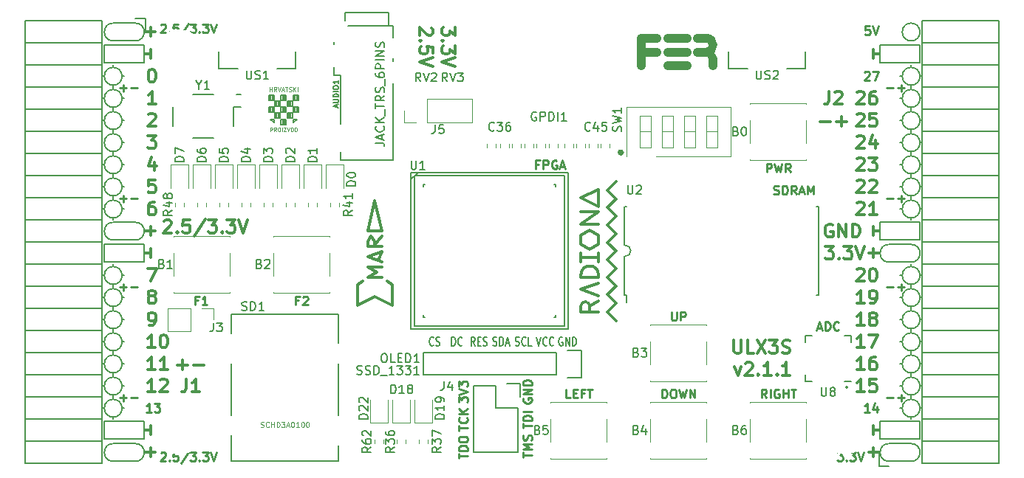
<source format=gto>
G04 #@! TF.GenerationSoftware,KiCad,Pcbnew,5.0.0+dfsg1-1*
G04 #@! TF.CreationDate,2018-08-20T16:11:50+02:00*
G04 #@! TF.ProjectId,ulx3s,756C7833732E6B696361645F70636200,rev?*
G04 #@! TF.SameCoordinates,Original*
G04 #@! TF.FileFunction,Legend,Top*
G04 #@! TF.FilePolarity,Positive*
%FSLAX46Y46*%
G04 Gerber Fmt 4.6, Leading zero omitted, Abs format (unit mm)*
G04 Created by KiCad (PCBNEW 5.0.0+dfsg1-1) date Mon Aug 20 16:11:50 2018*
%MOMM*%
%LPD*%
G01*
G04 APERTURE LIST*
%ADD10C,0.250000*%
%ADD11C,0.200000*%
%ADD12C,0.300000*%
%ADD13C,0.150000*%
%ADD14C,0.120000*%
%ADD15C,1.000000*%
%ADD16C,0.152400*%
%ADD17C,0.124460*%
%ADD18C,0.075000*%
%ADD19C,0.500000*%
%ADD20R,0.400000X2.000000*%
%ADD21C,2.100000*%
%ADD22R,1.220000X2.540000*%
%ADD23R,0.660000X1.000000*%
%ADD24O,1.827200X1.827200*%
%ADD25R,1.827200X1.827200*%
%ADD26C,5.600000*%
%ADD27O,0.950000X0.400000*%
%ADD28O,0.400000X0.950000*%
%ADD29R,1.775000X1.775000*%
%ADD30R,1.827200X2.132000*%
%ADD31O,1.827200X2.132000*%
%ADD32R,2.900000X2.100000*%
%ADD33R,2.900000X2.300000*%
%ADD34R,2.900000X2.900000*%
%ADD35C,1.800000*%
%ADD36R,0.800000X1.600000*%
%ADD37R,1.550000X1.000000*%
%ADD38R,1.550000X2.100000*%
%ADD39R,2.300000X1.900000*%
%ADD40R,1.100000X0.770000*%
%ADD41R,1.600000X1.070000*%
%ADD42R,1.800000X1.800000*%
%ADD43O,1.800000X1.800000*%
%ADD44R,1.395000X1.500000*%
%ADD45R,1.900000X2.000000*%
%ADD46R,0.500000X1.450000*%
%ADD47R,2.000000X2.000000*%
%ADD48R,2.200000X1.700000*%
%ADD49R,1.650000X1.400000*%
G04 APERTURE END LIST*
D10*
X116641666Y-93497571D02*
X116308333Y-93497571D01*
X116308333Y-94021380D02*
X116308333Y-93021380D01*
X116784523Y-93021380D01*
X117117857Y-93116619D02*
X117165476Y-93069000D01*
X117260714Y-93021380D01*
X117498809Y-93021380D01*
X117594047Y-93069000D01*
X117641666Y-93116619D01*
X117689285Y-93211857D01*
X117689285Y-93307095D01*
X117641666Y-93449952D01*
X117070238Y-94021380D01*
X117689285Y-94021380D01*
X105084666Y-93497571D02*
X104751333Y-93497571D01*
X104751333Y-94021380D02*
X104751333Y-93021380D01*
X105227523Y-93021380D01*
X106132285Y-94021380D02*
X105560857Y-94021380D01*
X105846571Y-94021380D02*
X105846571Y-93021380D01*
X105751333Y-93164238D01*
X105656095Y-93259476D01*
X105560857Y-93307095D01*
X170236666Y-104689380D02*
X169903333Y-104213190D01*
X169665238Y-104689380D02*
X169665238Y-103689380D01*
X170046190Y-103689380D01*
X170141428Y-103737000D01*
X170189047Y-103784619D01*
X170236666Y-103879857D01*
X170236666Y-104022714D01*
X170189047Y-104117952D01*
X170141428Y-104165571D01*
X170046190Y-104213190D01*
X169665238Y-104213190D01*
X170665238Y-104689380D02*
X170665238Y-103689380D01*
X171665238Y-103737000D02*
X171570000Y-103689380D01*
X171427142Y-103689380D01*
X171284285Y-103737000D01*
X171189047Y-103832238D01*
X171141428Y-103927476D01*
X171093809Y-104117952D01*
X171093809Y-104260809D01*
X171141428Y-104451285D01*
X171189047Y-104546523D01*
X171284285Y-104641761D01*
X171427142Y-104689380D01*
X171522380Y-104689380D01*
X171665238Y-104641761D01*
X171712857Y-104594142D01*
X171712857Y-104260809D01*
X171522380Y-104260809D01*
X172141428Y-104689380D02*
X172141428Y-103689380D01*
X172141428Y-104165571D02*
X172712857Y-104165571D01*
X172712857Y-104689380D02*
X172712857Y-103689380D01*
X173046190Y-103689380D02*
X173617619Y-103689380D01*
X173331904Y-104689380D02*
X173331904Y-103689380D01*
X159354285Y-94799380D02*
X159354285Y-95608904D01*
X159401904Y-95704142D01*
X159449523Y-95751761D01*
X159544761Y-95799380D01*
X159735238Y-95799380D01*
X159830476Y-95751761D01*
X159878095Y-95704142D01*
X159925714Y-95608904D01*
X159925714Y-94799380D01*
X160401904Y-95799380D02*
X160401904Y-94799380D01*
X160782857Y-94799380D01*
X160878095Y-94847000D01*
X160925714Y-94894619D01*
X160973333Y-94989857D01*
X160973333Y-95132714D01*
X160925714Y-95227952D01*
X160878095Y-95275571D01*
X160782857Y-95323190D01*
X160401904Y-95323190D01*
X158259047Y-104689380D02*
X158259047Y-103689380D01*
X158497142Y-103689380D01*
X158640000Y-103737000D01*
X158735238Y-103832238D01*
X158782857Y-103927476D01*
X158830476Y-104117952D01*
X158830476Y-104260809D01*
X158782857Y-104451285D01*
X158735238Y-104546523D01*
X158640000Y-104641761D01*
X158497142Y-104689380D01*
X158259047Y-104689380D01*
X159449523Y-103689380D02*
X159640000Y-103689380D01*
X159735238Y-103737000D01*
X159830476Y-103832238D01*
X159878095Y-104022714D01*
X159878095Y-104356047D01*
X159830476Y-104546523D01*
X159735238Y-104641761D01*
X159640000Y-104689380D01*
X159449523Y-104689380D01*
X159354285Y-104641761D01*
X159259047Y-104546523D01*
X159211428Y-104356047D01*
X159211428Y-104022714D01*
X159259047Y-103832238D01*
X159354285Y-103737000D01*
X159449523Y-103689380D01*
X160211428Y-103689380D02*
X160449523Y-104689380D01*
X160640000Y-103975095D01*
X160830476Y-104689380D01*
X161068571Y-103689380D01*
X161449523Y-104689380D02*
X161449523Y-103689380D01*
X162020952Y-104689380D01*
X162020952Y-103689380D01*
X147757619Y-104689380D02*
X147281428Y-104689380D01*
X147281428Y-103689380D01*
X148090952Y-104165571D02*
X148424285Y-104165571D01*
X148567142Y-104689380D02*
X148090952Y-104689380D01*
X148090952Y-103689380D01*
X148567142Y-103689380D01*
X149329047Y-104165571D02*
X148995714Y-104165571D01*
X148995714Y-104689380D02*
X148995714Y-103689380D01*
X149471904Y-103689380D01*
X149710000Y-103689380D02*
X150281428Y-103689380D01*
X149995714Y-104689380D02*
X149995714Y-103689380D01*
X170251666Y-78781380D02*
X170251666Y-77781380D01*
X170632619Y-77781380D01*
X170727857Y-77829000D01*
X170775476Y-77876619D01*
X170823095Y-77971857D01*
X170823095Y-78114714D01*
X170775476Y-78209952D01*
X170727857Y-78257571D01*
X170632619Y-78305190D01*
X170251666Y-78305190D01*
X171156428Y-77781380D02*
X171394523Y-78781380D01*
X171585000Y-78067095D01*
X171775476Y-78781380D01*
X172013571Y-77781380D01*
X172965952Y-78781380D02*
X172632619Y-78305190D01*
X172394523Y-78781380D02*
X172394523Y-77781380D01*
X172775476Y-77781380D01*
X172870714Y-77829000D01*
X172918333Y-77876619D01*
X172965952Y-77971857D01*
X172965952Y-78114714D01*
X172918333Y-78209952D01*
X172870714Y-78257571D01*
X172775476Y-78305190D01*
X172394523Y-78305190D01*
D11*
X179586000Y-103475000D02*
G75*
G03X179586000Y-103475000I-127000J0D01*
G01*
D12*
X134560428Y-62144714D02*
X134560428Y-63073285D01*
X133989000Y-62573285D01*
X133989000Y-62787571D01*
X133917571Y-62930428D01*
X133846142Y-63001857D01*
X133703285Y-63073285D01*
X133346142Y-63073285D01*
X133203285Y-63001857D01*
X133131857Y-62930428D01*
X133060428Y-62787571D01*
X133060428Y-62359000D01*
X133131857Y-62216142D01*
X133203285Y-62144714D01*
X133203285Y-63716142D02*
X133131857Y-63787571D01*
X133060428Y-63716142D01*
X133131857Y-63644714D01*
X133203285Y-63716142D01*
X133060428Y-63716142D01*
X134560428Y-64287571D02*
X134560428Y-65216142D01*
X133989000Y-64716142D01*
X133989000Y-64930428D01*
X133917571Y-65073285D01*
X133846142Y-65144714D01*
X133703285Y-65216142D01*
X133346142Y-65216142D01*
X133203285Y-65144714D01*
X133131857Y-65073285D01*
X133060428Y-64930428D01*
X133060428Y-64501857D01*
X133131857Y-64359000D01*
X133203285Y-64287571D01*
X134560428Y-65644714D02*
X133060428Y-66144714D01*
X134560428Y-66644714D01*
X131877571Y-62216142D02*
X131949000Y-62287571D01*
X132020428Y-62430428D01*
X132020428Y-62787571D01*
X131949000Y-62930428D01*
X131877571Y-63001857D01*
X131734714Y-63073285D01*
X131591857Y-63073285D01*
X131377571Y-63001857D01*
X130520428Y-62144714D01*
X130520428Y-63073285D01*
X130663285Y-63716142D02*
X130591857Y-63787571D01*
X130520428Y-63716142D01*
X130591857Y-63644714D01*
X130663285Y-63716142D01*
X130520428Y-63716142D01*
X132020428Y-65144714D02*
X132020428Y-64430428D01*
X131306142Y-64359000D01*
X131377571Y-64430428D01*
X131449000Y-64573285D01*
X131449000Y-64930428D01*
X131377571Y-65073285D01*
X131306142Y-65144714D01*
X131163285Y-65216142D01*
X130806142Y-65216142D01*
X130663285Y-65144714D01*
X130591857Y-65073285D01*
X130520428Y-64930428D01*
X130520428Y-64573285D01*
X130591857Y-64430428D01*
X130663285Y-64359000D01*
X132020428Y-65644714D02*
X130520428Y-66144714D01*
X132020428Y-66644714D01*
X102760000Y-100897142D02*
X103902857Y-100897142D01*
X103331428Y-101468571D02*
X103331428Y-100325714D01*
X104617142Y-100897142D02*
X105760000Y-100897142D01*
X166592714Y-101121571D02*
X166949857Y-102121571D01*
X167307000Y-101121571D01*
X167807000Y-100764428D02*
X167878428Y-100693000D01*
X168021285Y-100621571D01*
X168378428Y-100621571D01*
X168521285Y-100693000D01*
X168592714Y-100764428D01*
X168664142Y-100907285D01*
X168664142Y-101050142D01*
X168592714Y-101264428D01*
X167735571Y-102121571D01*
X168664142Y-102121571D01*
X169307000Y-101978714D02*
X169378428Y-102050142D01*
X169307000Y-102121571D01*
X169235571Y-102050142D01*
X169307000Y-101978714D01*
X169307000Y-102121571D01*
X170807000Y-102121571D02*
X169949857Y-102121571D01*
X170378428Y-102121571D02*
X170378428Y-100621571D01*
X170235571Y-100835857D01*
X170092714Y-100978714D01*
X169949857Y-101050142D01*
X171449857Y-101978714D02*
X171521285Y-102050142D01*
X171449857Y-102121571D01*
X171378428Y-102050142D01*
X171449857Y-101978714D01*
X171449857Y-102121571D01*
X172949857Y-102121571D02*
X172092714Y-102121571D01*
X172521285Y-102121571D02*
X172521285Y-100621571D01*
X172378428Y-100835857D01*
X172235571Y-100978714D01*
X172092714Y-101050142D01*
X182492000Y-87582000D02*
X182492000Y-88598000D01*
X181984000Y-88090000D02*
X183254000Y-88090000D01*
X182492000Y-110442000D02*
X182492000Y-111458000D01*
X183254000Y-110950000D02*
X181984000Y-110950000D01*
X99688000Y-110442000D02*
X99688000Y-111458000D01*
X98926000Y-110950000D02*
X100196000Y-110950000D01*
X99688000Y-62182000D02*
X99688000Y-63198000D01*
X98926000Y-62690000D02*
X100196000Y-62690000D01*
X99688000Y-85042000D02*
X99688000Y-86058000D01*
X98926000Y-85550000D02*
X100196000Y-85550000D01*
D11*
X97910000Y-63706000D02*
G75*
G03X97910000Y-61674000I0J1016000D01*
G01*
X184270000Y-109934000D02*
G75*
G03X184270000Y-111966000I0J-1016000D01*
G01*
X95370000Y-111966000D02*
X97910000Y-111966000D01*
X95370000Y-109934000D02*
X97910000Y-109934000D01*
X97910000Y-111966000D02*
G75*
G03X97910000Y-109934000I0J1016000D01*
G01*
X95370000Y-109934000D02*
G75*
G03X95370000Y-111966000I0J-1016000D01*
G01*
X95370000Y-61674000D02*
X97910000Y-61674000D01*
X95370000Y-63706000D02*
X97910000Y-63706000D01*
X95370000Y-61674000D02*
G75*
G03X95370000Y-63706000I0J-1016000D01*
G01*
X95370000Y-84534000D02*
X97910000Y-84534000D01*
X95370000Y-86566000D02*
X97910000Y-86566000D01*
X95370000Y-84534000D02*
G75*
G03X95370000Y-86566000I0J-1016000D01*
G01*
X97910000Y-86566000D02*
G75*
G03X97910000Y-84534000I0J1016000D01*
G01*
X187826000Y-62690000D02*
G75*
G03X187826000Y-62690000I-1016000J0D01*
G01*
X184270000Y-89106000D02*
X186810000Y-89106000D01*
X184270000Y-87074000D02*
X186810000Y-87074000D01*
X184270000Y-87074000D02*
G75*
G03X184270000Y-89106000I0J-1016000D01*
G01*
X186810000Y-89106000D02*
G75*
G03X186810000Y-87074000I0J1016000D01*
G01*
X186810000Y-111966000D02*
X184270000Y-111966000D01*
X186810000Y-109934000D02*
X184270000Y-109934000D01*
X186810000Y-111966000D02*
G75*
G03X186810000Y-109934000I0J1016000D01*
G01*
X94354000Y-66246000D02*
X94354000Y-64214000D01*
X98926000Y-66246000D02*
X94354000Y-66246000D01*
X98926000Y-64214000D02*
X98926000Y-66246000D01*
X94354000Y-64214000D02*
X98926000Y-64214000D01*
X94354000Y-87074000D02*
X98926000Y-87074000D01*
X94354000Y-89106000D02*
X94354000Y-87074000D01*
X98926000Y-89106000D02*
X94354000Y-89106000D01*
X98926000Y-87074000D02*
X98926000Y-89106000D01*
X94354000Y-109426000D02*
X98926000Y-109426000D01*
X94354000Y-107394000D02*
X94354000Y-109426000D01*
X98926000Y-107394000D02*
X94354000Y-107394000D01*
X98926000Y-109426000D02*
X98926000Y-107394000D01*
X183254000Y-109426000D02*
X187826000Y-109426000D01*
X183254000Y-107394000D02*
X183254000Y-109426000D01*
X187826000Y-107394000D02*
X187826000Y-109426000D01*
X183254000Y-107394000D02*
X187826000Y-107394000D01*
X183254000Y-66246000D02*
X187826000Y-66246000D01*
X183254000Y-64214000D02*
X183254000Y-66246000D01*
X187826000Y-64214000D02*
X183254000Y-64214000D01*
X187826000Y-66246000D02*
X187826000Y-64214000D01*
X183254000Y-84534000D02*
X187826000Y-84534000D01*
X183254000Y-86566000D02*
X183254000Y-84534000D01*
X187826000Y-86566000D02*
X183254000Y-86566000D01*
X187826000Y-84534000D02*
X187826000Y-86566000D01*
D10*
X96148000Y-69111428D02*
X96909904Y-69111428D01*
X96528952Y-69492380D02*
X96528952Y-68730476D01*
X97386095Y-69111428D02*
X98148000Y-69111428D01*
X96148000Y-81811428D02*
X96909904Y-81811428D01*
X96528952Y-82192380D02*
X96528952Y-81430476D01*
X97386095Y-81811428D02*
X98148000Y-81811428D01*
X96148000Y-91971428D02*
X96909904Y-91971428D01*
X96528952Y-92352380D02*
X96528952Y-91590476D01*
X97386095Y-91971428D02*
X98148000Y-91971428D01*
X96148000Y-104671428D02*
X96909904Y-104671428D01*
X96528952Y-105052380D02*
X96528952Y-104290476D01*
X97386095Y-104671428D02*
X98148000Y-104671428D01*
X184032000Y-104671428D02*
X184793904Y-104671428D01*
X185270095Y-104671428D02*
X186032000Y-104671428D01*
X185651047Y-105052380D02*
X185651047Y-104290476D01*
X184032000Y-91971428D02*
X184793904Y-91971428D01*
X185270095Y-91971428D02*
X186032000Y-91971428D01*
X185651047Y-92352380D02*
X185651047Y-91590476D01*
X184032000Y-81811428D02*
X184793904Y-81811428D01*
X185270095Y-81811428D02*
X186032000Y-81811428D01*
X185651047Y-82192380D02*
X185651047Y-81430476D01*
X184032000Y-69111428D02*
X184793904Y-69111428D01*
X185270095Y-69111428D02*
X186032000Y-69111428D01*
X185651047Y-69492380D02*
X185651047Y-68730476D01*
D12*
X176420000Y-72957142D02*
X177562857Y-72957142D01*
X178277142Y-72957142D02*
X179420000Y-72957142D01*
X178848571Y-73528571D02*
X178848571Y-72385714D01*
D11*
X187826000Y-67770000D02*
G75*
G03X187826000Y-67770000I-1016000J0D01*
G01*
X187826000Y-70310000D02*
G75*
G03X187826000Y-70310000I-1016000J0D01*
G01*
X187826000Y-72850000D02*
G75*
G03X187826000Y-72850000I-1016000J0D01*
G01*
X187826000Y-75390000D02*
G75*
G03X187826000Y-75390000I-1016000J0D01*
G01*
X187826000Y-77930000D02*
G75*
G03X187826000Y-77930000I-1016000J0D01*
G01*
X187826000Y-80470000D02*
G75*
G03X187826000Y-80470000I-1016000J0D01*
G01*
X187826000Y-83010000D02*
G75*
G03X187826000Y-83010000I-1016000J0D01*
G01*
X187826000Y-90630000D02*
G75*
G03X187826000Y-90630000I-1016000J0D01*
G01*
X187826000Y-93170000D02*
G75*
G03X187826000Y-93170000I-1016000J0D01*
G01*
X187826000Y-95710000D02*
G75*
G03X187826000Y-95710000I-1016000J0D01*
G01*
X187826000Y-98250000D02*
G75*
G03X187826000Y-98250000I-1016000J0D01*
G01*
X187826000Y-100790000D02*
G75*
G03X187826000Y-100790000I-1016000J0D01*
G01*
X187826000Y-103330000D02*
G75*
G03X187826000Y-103330000I-1016000J0D01*
G01*
X187826000Y-105870000D02*
G75*
G03X187826000Y-105870000I-1016000J0D01*
G01*
X96386000Y-105870000D02*
G75*
G03X96386000Y-105870000I-1016000J0D01*
G01*
X96386000Y-103330000D02*
G75*
G03X96386000Y-103330000I-1016000J0D01*
G01*
X96386000Y-100790000D02*
G75*
G03X96386000Y-100790000I-1016000J0D01*
G01*
X96386000Y-98250000D02*
G75*
G03X96386000Y-98250000I-1016000J0D01*
G01*
X96386000Y-95710000D02*
G75*
G03X96386000Y-95710000I-1016000J0D01*
G01*
X96386000Y-93170000D02*
G75*
G03X96386000Y-93170000I-1016000J0D01*
G01*
X96386000Y-90630000D02*
G75*
G03X96386000Y-90630000I-1016000J0D01*
G01*
X96386000Y-83010000D02*
G75*
G03X96386000Y-83010000I-1016000J0D01*
G01*
X96386000Y-80470000D02*
G75*
G03X96386000Y-80470000I-1016000J0D01*
G01*
X96386000Y-77930000D02*
G75*
G03X96386000Y-77930000I-1016000J0D01*
G01*
X96386000Y-75390000D02*
G75*
G03X96386000Y-75390000I-1016000J0D01*
G01*
X96386000Y-72850000D02*
G75*
G03X96386000Y-72850000I-1016000J0D01*
G01*
X96386000Y-70310000D02*
G75*
G03X96386000Y-70310000I-1016000J0D01*
G01*
X96386000Y-67770000D02*
G75*
G03X96386000Y-67770000I-1016000J0D01*
G01*
D12*
X177793142Y-84800000D02*
X177650285Y-84728571D01*
X177436000Y-84728571D01*
X177221714Y-84800000D01*
X177078857Y-84942857D01*
X177007428Y-85085714D01*
X176936000Y-85371428D01*
X176936000Y-85585714D01*
X177007428Y-85871428D01*
X177078857Y-86014285D01*
X177221714Y-86157142D01*
X177436000Y-86228571D01*
X177578857Y-86228571D01*
X177793142Y-86157142D01*
X177864571Y-86085714D01*
X177864571Y-85585714D01*
X177578857Y-85585714D01*
X178507428Y-86228571D02*
X178507428Y-84728571D01*
X179364571Y-86228571D01*
X179364571Y-84728571D01*
X180078857Y-86228571D02*
X180078857Y-84728571D01*
X180436000Y-84728571D01*
X180650285Y-84800000D01*
X180793142Y-84942857D01*
X180864571Y-85085714D01*
X180936000Y-85371428D01*
X180936000Y-85585714D01*
X180864571Y-85871428D01*
X180793142Y-86014285D01*
X180650285Y-86157142D01*
X180436000Y-86228571D01*
X180078857Y-86228571D01*
X182492000Y-86058000D02*
X182492000Y-85042000D01*
X183254000Y-85550000D02*
X182492000Y-85550000D01*
X182492000Y-107902000D02*
X182492000Y-108918000D01*
X182492000Y-108410000D02*
X183254000Y-108410000D01*
D10*
X182047523Y-106322380D02*
X181476095Y-106322380D01*
X181761809Y-106322380D02*
X181761809Y-105322380D01*
X181666571Y-105465238D01*
X181571333Y-105560476D01*
X181476095Y-105608095D01*
X182904666Y-105655714D02*
X182904666Y-106322380D01*
X182666571Y-105274761D02*
X182428476Y-105989047D01*
X183047523Y-105989047D01*
X181476095Y-67317619D02*
X181523714Y-67270000D01*
X181618952Y-67222380D01*
X181857047Y-67222380D01*
X181952285Y-67270000D01*
X181999904Y-67317619D01*
X182047523Y-67412857D01*
X182047523Y-67508095D01*
X181999904Y-67650952D01*
X181428476Y-68222380D01*
X182047523Y-68222380D01*
X182380857Y-67222380D02*
X183047523Y-67222380D01*
X182618952Y-68222380D01*
D12*
X182492000Y-64722000D02*
X182492000Y-65738000D01*
X182492000Y-65230000D02*
X183254000Y-65230000D01*
X99688000Y-107902000D02*
X99688000Y-108918000D01*
X98926000Y-108410000D02*
X99688000Y-108410000D01*
X99315000Y-74568571D02*
X100243571Y-74568571D01*
X99743571Y-75140000D01*
X99957857Y-75140000D01*
X100100714Y-75211428D01*
X100172142Y-75282857D01*
X100243571Y-75425714D01*
X100243571Y-75782857D01*
X100172142Y-75925714D01*
X100100714Y-75997142D01*
X99957857Y-76068571D01*
X99529285Y-76068571D01*
X99386428Y-75997142D01*
X99315000Y-75925714D01*
X100100714Y-77608571D02*
X100100714Y-78608571D01*
X99743571Y-77037142D02*
X99386428Y-78108571D01*
X100315000Y-78108571D01*
X100172142Y-79648571D02*
X99457857Y-79648571D01*
X99386428Y-80362857D01*
X99457857Y-80291428D01*
X99600714Y-80220000D01*
X99957857Y-80220000D01*
X100100714Y-80291428D01*
X100172142Y-80362857D01*
X100243571Y-80505714D01*
X100243571Y-80862857D01*
X100172142Y-81005714D01*
X100100714Y-81077142D01*
X99957857Y-81148571D01*
X99600714Y-81148571D01*
X99457857Y-81077142D01*
X99386428Y-81005714D01*
D10*
X99751523Y-106322380D02*
X99180095Y-106322380D01*
X99465809Y-106322380D02*
X99465809Y-105322380D01*
X99370571Y-105465238D01*
X99275333Y-105560476D01*
X99180095Y-105608095D01*
X100084857Y-105322380D02*
X100703904Y-105322380D01*
X100370571Y-105703333D01*
X100513428Y-105703333D01*
X100608666Y-105750952D01*
X100656285Y-105798571D01*
X100703904Y-105893809D01*
X100703904Y-106131904D01*
X100656285Y-106227142D01*
X100608666Y-106274761D01*
X100513428Y-106322380D01*
X100227714Y-106322380D01*
X100132476Y-106274761D01*
X100084857Y-106227142D01*
D12*
X99315000Y-89808571D02*
X100315000Y-89808571D01*
X99672142Y-91308571D01*
X99688000Y-87582000D02*
X99688000Y-88598000D01*
X98926000Y-88090000D02*
X99688000Y-88090000D01*
X99688000Y-64722000D02*
X99688000Y-65738000D01*
X98926000Y-65230000D02*
X99688000Y-65230000D01*
D10*
X100817976Y-61874619D02*
X100865595Y-61827000D01*
X100960833Y-61779380D01*
X101198928Y-61779380D01*
X101294166Y-61827000D01*
X101341785Y-61874619D01*
X101389404Y-61969857D01*
X101389404Y-62065095D01*
X101341785Y-62207952D01*
X100770357Y-62779380D01*
X101389404Y-62779380D01*
X101817976Y-62684142D02*
X101865595Y-62731761D01*
X101817976Y-62779380D01*
X101770357Y-62731761D01*
X101817976Y-62684142D01*
X101817976Y-62779380D01*
X102770357Y-61779380D02*
X102294166Y-61779380D01*
X102246547Y-62255571D01*
X102294166Y-62207952D01*
X102389404Y-62160333D01*
X102627500Y-62160333D01*
X102722738Y-62207952D01*
X102770357Y-62255571D01*
X102817976Y-62350809D01*
X102817976Y-62588904D01*
X102770357Y-62684142D01*
X102722738Y-62731761D01*
X102627500Y-62779380D01*
X102389404Y-62779380D01*
X102294166Y-62731761D01*
X102246547Y-62684142D01*
X103960833Y-61731761D02*
X103103690Y-63017476D01*
X104198928Y-61779380D02*
X104817976Y-61779380D01*
X104484642Y-62160333D01*
X104627500Y-62160333D01*
X104722738Y-62207952D01*
X104770357Y-62255571D01*
X104817976Y-62350809D01*
X104817976Y-62588904D01*
X104770357Y-62684142D01*
X104722738Y-62731761D01*
X104627500Y-62779380D01*
X104341785Y-62779380D01*
X104246547Y-62731761D01*
X104198928Y-62684142D01*
X105246547Y-62684142D02*
X105294166Y-62731761D01*
X105246547Y-62779380D01*
X105198928Y-62731761D01*
X105246547Y-62684142D01*
X105246547Y-62779380D01*
X105627500Y-61779380D02*
X106246547Y-61779380D01*
X105913214Y-62160333D01*
X106056071Y-62160333D01*
X106151309Y-62207952D01*
X106198928Y-62255571D01*
X106246547Y-62350809D01*
X106246547Y-62588904D01*
X106198928Y-62684142D01*
X106151309Y-62731761D01*
X106056071Y-62779380D01*
X105770357Y-62779380D01*
X105675119Y-62731761D01*
X105627500Y-62684142D01*
X106532261Y-61779380D02*
X106865595Y-62779380D01*
X107198928Y-61779380D01*
X178360261Y-110910380D02*
X178979309Y-110910380D01*
X178645976Y-111291333D01*
X178788833Y-111291333D01*
X178884071Y-111338952D01*
X178931690Y-111386571D01*
X178979309Y-111481809D01*
X178979309Y-111719904D01*
X178931690Y-111815142D01*
X178884071Y-111862761D01*
X178788833Y-111910380D01*
X178503119Y-111910380D01*
X178407880Y-111862761D01*
X178360261Y-111815142D01*
X179407880Y-111815142D02*
X179455500Y-111862761D01*
X179407880Y-111910380D01*
X179360261Y-111862761D01*
X179407880Y-111815142D01*
X179407880Y-111910380D01*
X179788833Y-110910380D02*
X180407880Y-110910380D01*
X180074547Y-111291333D01*
X180217404Y-111291333D01*
X180312642Y-111338952D01*
X180360261Y-111386571D01*
X180407880Y-111481809D01*
X180407880Y-111719904D01*
X180360261Y-111815142D01*
X180312642Y-111862761D01*
X180217404Y-111910380D01*
X179931690Y-111910380D01*
X179836452Y-111862761D01*
X179788833Y-111815142D01*
X180693595Y-110910380D02*
X181026928Y-111910380D01*
X181360261Y-110910380D01*
D12*
X101199714Y-84381428D02*
X101271142Y-84310000D01*
X101414000Y-84238571D01*
X101771142Y-84238571D01*
X101914000Y-84310000D01*
X101985428Y-84381428D01*
X102056857Y-84524285D01*
X102056857Y-84667142D01*
X101985428Y-84881428D01*
X101128285Y-85738571D01*
X102056857Y-85738571D01*
X102699714Y-85595714D02*
X102771142Y-85667142D01*
X102699714Y-85738571D01*
X102628285Y-85667142D01*
X102699714Y-85595714D01*
X102699714Y-85738571D01*
X104128285Y-84238571D02*
X103414000Y-84238571D01*
X103342571Y-84952857D01*
X103414000Y-84881428D01*
X103556857Y-84810000D01*
X103914000Y-84810000D01*
X104056857Y-84881428D01*
X104128285Y-84952857D01*
X104199714Y-85095714D01*
X104199714Y-85452857D01*
X104128285Y-85595714D01*
X104056857Y-85667142D01*
X103914000Y-85738571D01*
X103556857Y-85738571D01*
X103414000Y-85667142D01*
X103342571Y-85595714D01*
X105914000Y-84167142D02*
X104628285Y-86095714D01*
X106271142Y-84238571D02*
X107199714Y-84238571D01*
X106699714Y-84810000D01*
X106914000Y-84810000D01*
X107056857Y-84881428D01*
X107128285Y-84952857D01*
X107199714Y-85095714D01*
X107199714Y-85452857D01*
X107128285Y-85595714D01*
X107056857Y-85667142D01*
X106914000Y-85738571D01*
X106485428Y-85738571D01*
X106342571Y-85667142D01*
X106271142Y-85595714D01*
X107842571Y-85595714D02*
X107914000Y-85667142D01*
X107842571Y-85738571D01*
X107771142Y-85667142D01*
X107842571Y-85595714D01*
X107842571Y-85738571D01*
X108414000Y-84238571D02*
X109342571Y-84238571D01*
X108842571Y-84810000D01*
X109056857Y-84810000D01*
X109199714Y-84881428D01*
X109271142Y-84952857D01*
X109342571Y-85095714D01*
X109342571Y-85452857D01*
X109271142Y-85595714D01*
X109199714Y-85667142D01*
X109056857Y-85738571D01*
X108628285Y-85738571D01*
X108485428Y-85667142D01*
X108414000Y-85595714D01*
X109771142Y-84238571D02*
X110271142Y-85738571D01*
X110771142Y-84238571D01*
D10*
X100817976Y-111023619D02*
X100865595Y-110976000D01*
X100960833Y-110928380D01*
X101198928Y-110928380D01*
X101294166Y-110976000D01*
X101341785Y-111023619D01*
X101389404Y-111118857D01*
X101389404Y-111214095D01*
X101341785Y-111356952D01*
X100770357Y-111928380D01*
X101389404Y-111928380D01*
X101817976Y-111833142D02*
X101865595Y-111880761D01*
X101817976Y-111928380D01*
X101770357Y-111880761D01*
X101817976Y-111833142D01*
X101817976Y-111928380D01*
X102770357Y-110928380D02*
X102294166Y-110928380D01*
X102246547Y-111404571D01*
X102294166Y-111356952D01*
X102389404Y-111309333D01*
X102627500Y-111309333D01*
X102722738Y-111356952D01*
X102770357Y-111404571D01*
X102817976Y-111499809D01*
X102817976Y-111737904D01*
X102770357Y-111833142D01*
X102722738Y-111880761D01*
X102627500Y-111928380D01*
X102389404Y-111928380D01*
X102294166Y-111880761D01*
X102246547Y-111833142D01*
X103960833Y-110880761D02*
X103103690Y-112166476D01*
X104198928Y-110928380D02*
X104817976Y-110928380D01*
X104484642Y-111309333D01*
X104627500Y-111309333D01*
X104722738Y-111356952D01*
X104770357Y-111404571D01*
X104817976Y-111499809D01*
X104817976Y-111737904D01*
X104770357Y-111833142D01*
X104722738Y-111880761D01*
X104627500Y-111928380D01*
X104341785Y-111928380D01*
X104246547Y-111880761D01*
X104198928Y-111833142D01*
X105246547Y-111833142D02*
X105294166Y-111880761D01*
X105246547Y-111928380D01*
X105198928Y-111880761D01*
X105246547Y-111833142D01*
X105246547Y-111928380D01*
X105627500Y-110928380D02*
X106246547Y-110928380D01*
X105913214Y-111309333D01*
X106056071Y-111309333D01*
X106151309Y-111356952D01*
X106198928Y-111404571D01*
X106246547Y-111499809D01*
X106246547Y-111737904D01*
X106198928Y-111833142D01*
X106151309Y-111880761D01*
X106056071Y-111928380D01*
X105770357Y-111928380D01*
X105675119Y-111880761D01*
X105627500Y-111833142D01*
X106532261Y-110928380D02*
X106865595Y-111928380D01*
X107198928Y-110928380D01*
X182047523Y-62015380D02*
X181571333Y-62015380D01*
X181523714Y-62491571D01*
X181571333Y-62443952D01*
X181666571Y-62396333D01*
X181904666Y-62396333D01*
X181999904Y-62443952D01*
X182047523Y-62491571D01*
X182095142Y-62586809D01*
X182095142Y-62824904D01*
X182047523Y-62920142D01*
X181999904Y-62967761D01*
X181904666Y-63015380D01*
X181666571Y-63015380D01*
X181571333Y-62967761D01*
X181523714Y-62920142D01*
X182380857Y-62015380D02*
X182714190Y-63015380D01*
X183047523Y-62015380D01*
D12*
X180587142Y-69631428D02*
X180658571Y-69560000D01*
X180801428Y-69488571D01*
X181158571Y-69488571D01*
X181301428Y-69560000D01*
X181372857Y-69631428D01*
X181444285Y-69774285D01*
X181444285Y-69917142D01*
X181372857Y-70131428D01*
X180515714Y-70988571D01*
X181444285Y-70988571D01*
X182730000Y-69488571D02*
X182444285Y-69488571D01*
X182301428Y-69560000D01*
X182230000Y-69631428D01*
X182087142Y-69845714D01*
X182015714Y-70131428D01*
X182015714Y-70702857D01*
X182087142Y-70845714D01*
X182158571Y-70917142D01*
X182301428Y-70988571D01*
X182587142Y-70988571D01*
X182730000Y-70917142D01*
X182801428Y-70845714D01*
X182872857Y-70702857D01*
X182872857Y-70345714D01*
X182801428Y-70202857D01*
X182730000Y-70131428D01*
X182587142Y-70060000D01*
X182301428Y-70060000D01*
X182158571Y-70131428D01*
X182087142Y-70202857D01*
X182015714Y-70345714D01*
X180587142Y-72171428D02*
X180658571Y-72100000D01*
X180801428Y-72028571D01*
X181158571Y-72028571D01*
X181301428Y-72100000D01*
X181372857Y-72171428D01*
X181444285Y-72314285D01*
X181444285Y-72457142D01*
X181372857Y-72671428D01*
X180515714Y-73528571D01*
X181444285Y-73528571D01*
X182801428Y-72028571D02*
X182087142Y-72028571D01*
X182015714Y-72742857D01*
X182087142Y-72671428D01*
X182230000Y-72600000D01*
X182587142Y-72600000D01*
X182730000Y-72671428D01*
X182801428Y-72742857D01*
X182872857Y-72885714D01*
X182872857Y-73242857D01*
X182801428Y-73385714D01*
X182730000Y-73457142D01*
X182587142Y-73528571D01*
X182230000Y-73528571D01*
X182087142Y-73457142D01*
X182015714Y-73385714D01*
X180587142Y-74711428D02*
X180658571Y-74640000D01*
X180801428Y-74568571D01*
X181158571Y-74568571D01*
X181301428Y-74640000D01*
X181372857Y-74711428D01*
X181444285Y-74854285D01*
X181444285Y-74997142D01*
X181372857Y-75211428D01*
X180515714Y-76068571D01*
X181444285Y-76068571D01*
X182730000Y-75068571D02*
X182730000Y-76068571D01*
X182372857Y-74497142D02*
X182015714Y-75568571D01*
X182944285Y-75568571D01*
X180587142Y-77251428D02*
X180658571Y-77180000D01*
X180801428Y-77108571D01*
X181158571Y-77108571D01*
X181301428Y-77180000D01*
X181372857Y-77251428D01*
X181444285Y-77394285D01*
X181444285Y-77537142D01*
X181372857Y-77751428D01*
X180515714Y-78608571D01*
X181444285Y-78608571D01*
X181944285Y-77108571D02*
X182872857Y-77108571D01*
X182372857Y-77680000D01*
X182587142Y-77680000D01*
X182730000Y-77751428D01*
X182801428Y-77822857D01*
X182872857Y-77965714D01*
X182872857Y-78322857D01*
X182801428Y-78465714D01*
X182730000Y-78537142D01*
X182587142Y-78608571D01*
X182158571Y-78608571D01*
X182015714Y-78537142D01*
X181944285Y-78465714D01*
X180587142Y-79791428D02*
X180658571Y-79720000D01*
X180801428Y-79648571D01*
X181158571Y-79648571D01*
X181301428Y-79720000D01*
X181372857Y-79791428D01*
X181444285Y-79934285D01*
X181444285Y-80077142D01*
X181372857Y-80291428D01*
X180515714Y-81148571D01*
X181444285Y-81148571D01*
X182015714Y-79791428D02*
X182087142Y-79720000D01*
X182230000Y-79648571D01*
X182587142Y-79648571D01*
X182730000Y-79720000D01*
X182801428Y-79791428D01*
X182872857Y-79934285D01*
X182872857Y-80077142D01*
X182801428Y-80291428D01*
X181944285Y-81148571D01*
X182872857Y-81148571D01*
X180587142Y-82331428D02*
X180658571Y-82260000D01*
X180801428Y-82188571D01*
X181158571Y-82188571D01*
X181301428Y-82260000D01*
X181372857Y-82331428D01*
X181444285Y-82474285D01*
X181444285Y-82617142D01*
X181372857Y-82831428D01*
X180515714Y-83688571D01*
X181444285Y-83688571D01*
X182872857Y-83688571D02*
X182015714Y-83688571D01*
X182444285Y-83688571D02*
X182444285Y-82188571D01*
X182301428Y-82402857D01*
X182158571Y-82545714D01*
X182015714Y-82617142D01*
X176975714Y-87268571D02*
X177904285Y-87268571D01*
X177404285Y-87840000D01*
X177618571Y-87840000D01*
X177761428Y-87911428D01*
X177832857Y-87982857D01*
X177904285Y-88125714D01*
X177904285Y-88482857D01*
X177832857Y-88625714D01*
X177761428Y-88697142D01*
X177618571Y-88768571D01*
X177190000Y-88768571D01*
X177047142Y-88697142D01*
X176975714Y-88625714D01*
X178547142Y-88625714D02*
X178618571Y-88697142D01*
X178547142Y-88768571D01*
X178475714Y-88697142D01*
X178547142Y-88625714D01*
X178547142Y-88768571D01*
X179118571Y-87268571D02*
X180047142Y-87268571D01*
X179547142Y-87840000D01*
X179761428Y-87840000D01*
X179904285Y-87911428D01*
X179975714Y-87982857D01*
X180047142Y-88125714D01*
X180047142Y-88482857D01*
X179975714Y-88625714D01*
X179904285Y-88697142D01*
X179761428Y-88768571D01*
X179332857Y-88768571D01*
X179190000Y-88697142D01*
X179118571Y-88625714D01*
X180475714Y-87268571D02*
X180975714Y-88768571D01*
X181475714Y-87268571D01*
X180587142Y-89951428D02*
X180658571Y-89880000D01*
X180801428Y-89808571D01*
X181158571Y-89808571D01*
X181301428Y-89880000D01*
X181372857Y-89951428D01*
X181444285Y-90094285D01*
X181444285Y-90237142D01*
X181372857Y-90451428D01*
X180515714Y-91308571D01*
X181444285Y-91308571D01*
X182372857Y-89808571D02*
X182515714Y-89808571D01*
X182658571Y-89880000D01*
X182730000Y-89951428D01*
X182801428Y-90094285D01*
X182872857Y-90380000D01*
X182872857Y-90737142D01*
X182801428Y-91022857D01*
X182730000Y-91165714D01*
X182658571Y-91237142D01*
X182515714Y-91308571D01*
X182372857Y-91308571D01*
X182230000Y-91237142D01*
X182158571Y-91165714D01*
X182087142Y-91022857D01*
X182015714Y-90737142D01*
X182015714Y-90380000D01*
X182087142Y-90094285D01*
X182158571Y-89951428D01*
X182230000Y-89880000D01*
X182372857Y-89808571D01*
X181444285Y-93848571D02*
X180587142Y-93848571D01*
X181015714Y-93848571D02*
X181015714Y-92348571D01*
X180872857Y-92562857D01*
X180730000Y-92705714D01*
X180587142Y-92777142D01*
X182158571Y-93848571D02*
X182444285Y-93848571D01*
X182587142Y-93777142D01*
X182658571Y-93705714D01*
X182801428Y-93491428D01*
X182872857Y-93205714D01*
X182872857Y-92634285D01*
X182801428Y-92491428D01*
X182730000Y-92420000D01*
X182587142Y-92348571D01*
X182301428Y-92348571D01*
X182158571Y-92420000D01*
X182087142Y-92491428D01*
X182015714Y-92634285D01*
X182015714Y-92991428D01*
X182087142Y-93134285D01*
X182158571Y-93205714D01*
X182301428Y-93277142D01*
X182587142Y-93277142D01*
X182730000Y-93205714D01*
X182801428Y-93134285D01*
X182872857Y-92991428D01*
X181444285Y-96388571D02*
X180587142Y-96388571D01*
X181015714Y-96388571D02*
X181015714Y-94888571D01*
X180872857Y-95102857D01*
X180730000Y-95245714D01*
X180587142Y-95317142D01*
X182301428Y-95531428D02*
X182158571Y-95460000D01*
X182087142Y-95388571D01*
X182015714Y-95245714D01*
X182015714Y-95174285D01*
X182087142Y-95031428D01*
X182158571Y-94960000D01*
X182301428Y-94888571D01*
X182587142Y-94888571D01*
X182730000Y-94960000D01*
X182801428Y-95031428D01*
X182872857Y-95174285D01*
X182872857Y-95245714D01*
X182801428Y-95388571D01*
X182730000Y-95460000D01*
X182587142Y-95531428D01*
X182301428Y-95531428D01*
X182158571Y-95602857D01*
X182087142Y-95674285D01*
X182015714Y-95817142D01*
X182015714Y-96102857D01*
X182087142Y-96245714D01*
X182158571Y-96317142D01*
X182301428Y-96388571D01*
X182587142Y-96388571D01*
X182730000Y-96317142D01*
X182801428Y-96245714D01*
X182872857Y-96102857D01*
X182872857Y-95817142D01*
X182801428Y-95674285D01*
X182730000Y-95602857D01*
X182587142Y-95531428D01*
X181444285Y-98928571D02*
X180587142Y-98928571D01*
X181015714Y-98928571D02*
X181015714Y-97428571D01*
X180872857Y-97642857D01*
X180730000Y-97785714D01*
X180587142Y-97857142D01*
X181944285Y-97428571D02*
X182944285Y-97428571D01*
X182301428Y-98928571D01*
X181444285Y-101468571D02*
X180587142Y-101468571D01*
X181015714Y-101468571D02*
X181015714Y-99968571D01*
X180872857Y-100182857D01*
X180730000Y-100325714D01*
X180587142Y-100397142D01*
X182730000Y-99968571D02*
X182444285Y-99968571D01*
X182301428Y-100040000D01*
X182230000Y-100111428D01*
X182087142Y-100325714D01*
X182015714Y-100611428D01*
X182015714Y-101182857D01*
X182087142Y-101325714D01*
X182158571Y-101397142D01*
X182301428Y-101468571D01*
X182587142Y-101468571D01*
X182730000Y-101397142D01*
X182801428Y-101325714D01*
X182872857Y-101182857D01*
X182872857Y-100825714D01*
X182801428Y-100682857D01*
X182730000Y-100611428D01*
X182587142Y-100540000D01*
X182301428Y-100540000D01*
X182158571Y-100611428D01*
X182087142Y-100682857D01*
X182015714Y-100825714D01*
X181444285Y-104008571D02*
X180587142Y-104008571D01*
X181015714Y-104008571D02*
X181015714Y-102508571D01*
X180872857Y-102722857D01*
X180730000Y-102865714D01*
X180587142Y-102937142D01*
X182801428Y-102508571D02*
X182087142Y-102508571D01*
X182015714Y-103222857D01*
X182087142Y-103151428D01*
X182230000Y-103080000D01*
X182587142Y-103080000D01*
X182730000Y-103151428D01*
X182801428Y-103222857D01*
X182872857Y-103365714D01*
X182872857Y-103722857D01*
X182801428Y-103865714D01*
X182730000Y-103937142D01*
X182587142Y-104008571D01*
X182230000Y-104008571D01*
X182087142Y-103937142D01*
X182015714Y-103865714D01*
D11*
X186810000Y-66500000D02*
X186810000Y-66754000D01*
X187826000Y-67770000D02*
X188080000Y-67770000D01*
X185540000Y-67770000D02*
X185794000Y-67770000D01*
X186810000Y-69294000D02*
X186810000Y-68786000D01*
X187826000Y-70310000D02*
X188080000Y-70310000D01*
X185540000Y-70310000D02*
X185794000Y-70310000D01*
X186810000Y-71326000D02*
X186810000Y-71834000D01*
X187826000Y-72850000D02*
X188080000Y-72850000D01*
X185540000Y-72850000D02*
X185794000Y-72850000D01*
X186810000Y-73866000D02*
X186810000Y-74374000D01*
X187826000Y-75390000D02*
X188080000Y-75390000D01*
X185540000Y-75390000D02*
X185794000Y-75390000D01*
X186810000Y-76406000D02*
X186810000Y-76914000D01*
X187826000Y-77930000D02*
X188080000Y-77930000D01*
X185540000Y-77930000D02*
X185794000Y-77930000D01*
X186810000Y-79454000D02*
X186810000Y-78946000D01*
X187826000Y-80470000D02*
X188080000Y-80470000D01*
X185540000Y-80470000D02*
X185794000Y-80470000D01*
X186810000Y-81994000D02*
X186810000Y-81486000D01*
X187826000Y-83010000D02*
X188080000Y-83010000D01*
X185540000Y-83010000D02*
X185794000Y-83010000D01*
X186810000Y-84026000D02*
X186810000Y-84280000D01*
X186810000Y-89360000D02*
X186810000Y-89614000D01*
X187826000Y-90630000D02*
X188080000Y-90630000D01*
X185540000Y-90630000D02*
X185794000Y-90630000D01*
X186810000Y-91646000D02*
X186810000Y-92154000D01*
X187826000Y-93170000D02*
X188080000Y-93170000D01*
X185540000Y-93170000D02*
X185794000Y-93170000D01*
X186810000Y-94186000D02*
X186810000Y-94694000D01*
X187826000Y-95710000D02*
X188080000Y-95710000D01*
X185540000Y-95710000D02*
X185794000Y-95710000D01*
X186810000Y-97234000D02*
X186810000Y-96726000D01*
X187826000Y-98250000D02*
X188080000Y-98250000D01*
X185540000Y-98250000D02*
X185794000Y-98250000D01*
X187826000Y-100790000D02*
X188080000Y-100790000D01*
X185540000Y-100790000D02*
X185794000Y-100790000D01*
X186810000Y-99266000D02*
X186810000Y-99774000D01*
X186810000Y-102314000D02*
X186810000Y-101806000D01*
X187826000Y-103330000D02*
X188080000Y-103330000D01*
X185540000Y-103330000D02*
X185794000Y-103330000D01*
X186810000Y-104346000D02*
X186810000Y-104854000D01*
X185540000Y-105870000D02*
X185794000Y-105870000D01*
X187826000Y-105870000D02*
X188080000Y-105870000D01*
X186810000Y-106886000D02*
X186810000Y-107140000D01*
X95370000Y-66754000D02*
X95370000Y-66500000D01*
X96386000Y-67770000D02*
X96640000Y-67770000D01*
X94100000Y-67770000D02*
X94354000Y-67770000D01*
X95370000Y-68786000D02*
X95370000Y-69294000D01*
X96386000Y-70310000D02*
X96640000Y-70310000D01*
X94100000Y-70310000D02*
X94354000Y-70310000D01*
X95370000Y-71326000D02*
X95370000Y-71834000D01*
X96386000Y-72850000D02*
X96640000Y-72850000D01*
X94100000Y-72850000D02*
X94354000Y-72850000D01*
X95370000Y-73866000D02*
X95370000Y-74374000D01*
X96386000Y-75390000D02*
X96640000Y-75390000D01*
X95370000Y-76406000D02*
X95370000Y-76914000D01*
X96386000Y-77930000D02*
X96640000Y-77930000D01*
X94100000Y-77930000D02*
X94354000Y-77930000D01*
X95370000Y-79454000D02*
X95370000Y-78946000D01*
X96386000Y-80470000D02*
X96640000Y-80470000D01*
X94100000Y-80470000D02*
X94354000Y-80470000D01*
X95370000Y-81486000D02*
X95370000Y-81994000D01*
X96386000Y-83010000D02*
X96640000Y-83010000D01*
X95370000Y-84026000D02*
X95370000Y-84280000D01*
X94100000Y-83010000D02*
X94354000Y-83010000D01*
X95370000Y-106886000D02*
X95370000Y-107140000D01*
X95370000Y-89360000D02*
X95370000Y-89614000D01*
X96386000Y-93170000D02*
X96640000Y-93170000D01*
X94100000Y-93170000D02*
X94354000Y-93170000D01*
X95370000Y-94186000D02*
X95370000Y-94694000D01*
X94100000Y-90630000D02*
X94354000Y-90630000D01*
X96386000Y-90630000D02*
X96640000Y-90630000D01*
X95370000Y-92154000D02*
X95370000Y-91646000D01*
X96386000Y-95710000D02*
X96640000Y-95710000D01*
X94100000Y-95710000D02*
X94354000Y-95710000D01*
X96386000Y-98250000D02*
X96640000Y-98250000D01*
X94354000Y-98250000D02*
X94100000Y-98250000D01*
X95370000Y-96726000D02*
X95370000Y-97234000D01*
X95370000Y-99266000D02*
X95370000Y-99774000D01*
X94100000Y-100790000D02*
X94354000Y-100790000D01*
X96386000Y-100790000D02*
X96640000Y-100790000D01*
X94100000Y-103330000D02*
X94354000Y-103330000D01*
X96386000Y-103330000D02*
X96640000Y-103330000D01*
X95370000Y-101806000D02*
X95370000Y-102314000D01*
X95370000Y-104346000D02*
X95370000Y-104854000D01*
X96386000Y-105870000D02*
X96640000Y-105870000D01*
X94100000Y-105870000D02*
X94354000Y-105870000D01*
D12*
X100164285Y-104008571D02*
X99307142Y-104008571D01*
X99735714Y-104008571D02*
X99735714Y-102508571D01*
X99592857Y-102722857D01*
X99450000Y-102865714D01*
X99307142Y-102937142D01*
X100735714Y-102651428D02*
X100807142Y-102580000D01*
X100950000Y-102508571D01*
X101307142Y-102508571D01*
X101450000Y-102580000D01*
X101521428Y-102651428D01*
X101592857Y-102794285D01*
X101592857Y-102937142D01*
X101521428Y-103151428D01*
X100664285Y-104008571D01*
X101592857Y-104008571D01*
X100164285Y-101468571D02*
X99307142Y-101468571D01*
X99735714Y-101468571D02*
X99735714Y-99968571D01*
X99592857Y-100182857D01*
X99450000Y-100325714D01*
X99307142Y-100397142D01*
X101592857Y-101468571D02*
X100735714Y-101468571D01*
X101164285Y-101468571D02*
X101164285Y-99968571D01*
X101021428Y-100182857D01*
X100878571Y-100325714D01*
X100735714Y-100397142D01*
X100164285Y-98928571D02*
X99307142Y-98928571D01*
X99735714Y-98928571D02*
X99735714Y-97428571D01*
X99592857Y-97642857D01*
X99450000Y-97785714D01*
X99307142Y-97857142D01*
X101092857Y-97428571D02*
X101235714Y-97428571D01*
X101378571Y-97500000D01*
X101450000Y-97571428D01*
X101521428Y-97714285D01*
X101592857Y-98000000D01*
X101592857Y-98357142D01*
X101521428Y-98642857D01*
X101450000Y-98785714D01*
X101378571Y-98857142D01*
X101235714Y-98928571D01*
X101092857Y-98928571D01*
X100950000Y-98857142D01*
X100878571Y-98785714D01*
X100807142Y-98642857D01*
X100735714Y-98357142D01*
X100735714Y-98000000D01*
X100807142Y-97714285D01*
X100878571Y-97571428D01*
X100950000Y-97500000D01*
X101092857Y-97428571D01*
X99529285Y-96388571D02*
X99815000Y-96388571D01*
X99957857Y-96317142D01*
X100029285Y-96245714D01*
X100172142Y-96031428D01*
X100243571Y-95745714D01*
X100243571Y-95174285D01*
X100172142Y-95031428D01*
X100100714Y-94960000D01*
X99957857Y-94888571D01*
X99672142Y-94888571D01*
X99529285Y-94960000D01*
X99457857Y-95031428D01*
X99386428Y-95174285D01*
X99386428Y-95531428D01*
X99457857Y-95674285D01*
X99529285Y-95745714D01*
X99672142Y-95817142D01*
X99957857Y-95817142D01*
X100100714Y-95745714D01*
X100172142Y-95674285D01*
X100243571Y-95531428D01*
X99672142Y-92991428D02*
X99529285Y-92920000D01*
X99457857Y-92848571D01*
X99386428Y-92705714D01*
X99386428Y-92634285D01*
X99457857Y-92491428D01*
X99529285Y-92420000D01*
X99672142Y-92348571D01*
X99957857Y-92348571D01*
X100100714Y-92420000D01*
X100172142Y-92491428D01*
X100243571Y-92634285D01*
X100243571Y-92705714D01*
X100172142Y-92848571D01*
X100100714Y-92920000D01*
X99957857Y-92991428D01*
X99672142Y-92991428D01*
X99529285Y-93062857D01*
X99457857Y-93134285D01*
X99386428Y-93277142D01*
X99386428Y-93562857D01*
X99457857Y-93705714D01*
X99529285Y-93777142D01*
X99672142Y-93848571D01*
X99957857Y-93848571D01*
X100100714Y-93777142D01*
X100172142Y-93705714D01*
X100243571Y-93562857D01*
X100243571Y-93277142D01*
X100172142Y-93134285D01*
X100100714Y-93062857D01*
X99957857Y-92991428D01*
X100100714Y-82188571D02*
X99815000Y-82188571D01*
X99672142Y-82260000D01*
X99600714Y-82331428D01*
X99457857Y-82545714D01*
X99386428Y-82831428D01*
X99386428Y-83402857D01*
X99457857Y-83545714D01*
X99529285Y-83617142D01*
X99672142Y-83688571D01*
X99957857Y-83688571D01*
X100100714Y-83617142D01*
X100172142Y-83545714D01*
X100243571Y-83402857D01*
X100243571Y-83045714D01*
X100172142Y-82902857D01*
X100100714Y-82831428D01*
X99957857Y-82760000D01*
X99672142Y-82760000D01*
X99529285Y-82831428D01*
X99457857Y-82902857D01*
X99386428Y-83045714D01*
X99386428Y-72171428D02*
X99457857Y-72100000D01*
X99600714Y-72028571D01*
X99957857Y-72028571D01*
X100100714Y-72100000D01*
X100172142Y-72171428D01*
X100243571Y-72314285D01*
X100243571Y-72457142D01*
X100172142Y-72671428D01*
X99315000Y-73528571D01*
X100243571Y-73528571D01*
X100243571Y-70988571D02*
X99386428Y-70988571D01*
X99815000Y-70988571D02*
X99815000Y-69488571D01*
X99672142Y-69702857D01*
X99529285Y-69845714D01*
X99386428Y-69917142D01*
X99743571Y-66948571D02*
X99886428Y-66948571D01*
X100029285Y-67020000D01*
X100100714Y-67091428D01*
X100172142Y-67234285D01*
X100243571Y-67520000D01*
X100243571Y-67877142D01*
X100172142Y-68162857D01*
X100100714Y-68305714D01*
X100029285Y-68377142D01*
X99886428Y-68448571D01*
X99743571Y-68448571D01*
X99600714Y-68377142D01*
X99529285Y-68305714D01*
X99457857Y-68162857D01*
X99386428Y-67877142D01*
X99386428Y-67520000D01*
X99457857Y-67234285D01*
X99529285Y-67091428D01*
X99600714Y-67020000D01*
X99743571Y-66948571D01*
X166501428Y-98081571D02*
X166501428Y-99295857D01*
X166572857Y-99438714D01*
X166644285Y-99510142D01*
X166787142Y-99581571D01*
X167072857Y-99581571D01*
X167215714Y-99510142D01*
X167287142Y-99438714D01*
X167358571Y-99295857D01*
X167358571Y-98081571D01*
X168787142Y-99581571D02*
X168072857Y-99581571D01*
X168072857Y-98081571D01*
X169144285Y-98081571D02*
X170144285Y-99581571D01*
X170144285Y-98081571D02*
X169144285Y-99581571D01*
X170572857Y-98081571D02*
X171501428Y-98081571D01*
X171001428Y-98653000D01*
X171215714Y-98653000D01*
X171358571Y-98724428D01*
X171430000Y-98795857D01*
X171501428Y-98938714D01*
X171501428Y-99295857D01*
X171430000Y-99438714D01*
X171358571Y-99510142D01*
X171215714Y-99581571D01*
X170787142Y-99581571D01*
X170644285Y-99510142D01*
X170572857Y-99438714D01*
X172072857Y-99510142D02*
X172287142Y-99581571D01*
X172644285Y-99581571D01*
X172787142Y-99510142D01*
X172858571Y-99438714D01*
X172930000Y-99295857D01*
X172930000Y-99153000D01*
X172858571Y-99010142D01*
X172787142Y-98938714D01*
X172644285Y-98867285D01*
X172358571Y-98795857D01*
X172215714Y-98724428D01*
X172144285Y-98653000D01*
X172072857Y-98510142D01*
X172072857Y-98367285D01*
X172144285Y-98224428D01*
X172215714Y-98153000D01*
X172358571Y-98081571D01*
X172715714Y-98081571D01*
X172930000Y-98153000D01*
D10*
X144137285Y-77876571D02*
X143803952Y-77876571D01*
X143803952Y-78400380D02*
X143803952Y-77400380D01*
X144280142Y-77400380D01*
X144661095Y-78400380D02*
X144661095Y-77400380D01*
X145042047Y-77400380D01*
X145137285Y-77448000D01*
X145184904Y-77495619D01*
X145232523Y-77590857D01*
X145232523Y-77733714D01*
X145184904Y-77828952D01*
X145137285Y-77876571D01*
X145042047Y-77924190D01*
X144661095Y-77924190D01*
X146184904Y-77448000D02*
X146089666Y-77400380D01*
X145946809Y-77400380D01*
X145803952Y-77448000D01*
X145708714Y-77543238D01*
X145661095Y-77638476D01*
X145613476Y-77828952D01*
X145613476Y-77971809D01*
X145661095Y-78162285D01*
X145708714Y-78257523D01*
X145803952Y-78352761D01*
X145946809Y-78400380D01*
X146042047Y-78400380D01*
X146184904Y-78352761D01*
X146232523Y-78305142D01*
X146232523Y-77971809D01*
X146042047Y-77971809D01*
X146613476Y-78114666D02*
X147089666Y-78114666D01*
X146518238Y-78400380D02*
X146851571Y-77400380D01*
X147184904Y-78400380D01*
X171077285Y-81273761D02*
X171220142Y-81321380D01*
X171458238Y-81321380D01*
X171553476Y-81273761D01*
X171601095Y-81226142D01*
X171648714Y-81130904D01*
X171648714Y-81035666D01*
X171601095Y-80940428D01*
X171553476Y-80892809D01*
X171458238Y-80845190D01*
X171267761Y-80797571D01*
X171172523Y-80749952D01*
X171124904Y-80702333D01*
X171077285Y-80607095D01*
X171077285Y-80511857D01*
X171124904Y-80416619D01*
X171172523Y-80369000D01*
X171267761Y-80321380D01*
X171505857Y-80321380D01*
X171648714Y-80369000D01*
X172077285Y-81321380D02*
X172077285Y-80321380D01*
X172315380Y-80321380D01*
X172458238Y-80369000D01*
X172553476Y-80464238D01*
X172601095Y-80559476D01*
X172648714Y-80749952D01*
X172648714Y-80892809D01*
X172601095Y-81083285D01*
X172553476Y-81178523D01*
X172458238Y-81273761D01*
X172315380Y-81321380D01*
X172077285Y-81321380D01*
X173648714Y-81321380D02*
X173315380Y-80845190D01*
X173077285Y-81321380D02*
X173077285Y-80321380D01*
X173458238Y-80321380D01*
X173553476Y-80369000D01*
X173601095Y-80416619D01*
X173648714Y-80511857D01*
X173648714Y-80654714D01*
X173601095Y-80749952D01*
X173553476Y-80797571D01*
X173458238Y-80845190D01*
X173077285Y-80845190D01*
X174029666Y-81035666D02*
X174505857Y-81035666D01*
X173934428Y-81321380D02*
X174267761Y-80321380D01*
X174601095Y-81321380D01*
X174934428Y-81321380D02*
X174934428Y-80321380D01*
X175267761Y-81035666D01*
X175601095Y-80321380D01*
X175601095Y-81321380D01*
X176061904Y-96656666D02*
X176538095Y-96656666D01*
X175966666Y-96942380D02*
X176300000Y-95942380D01*
X176633333Y-96942380D01*
X176966666Y-96942380D02*
X176966666Y-95942380D01*
X177204761Y-95942380D01*
X177347619Y-95990000D01*
X177442857Y-96085238D01*
X177490476Y-96180476D01*
X177538095Y-96370952D01*
X177538095Y-96513809D01*
X177490476Y-96704285D01*
X177442857Y-96799523D01*
X177347619Y-96894761D01*
X177204761Y-96942380D01*
X176966666Y-96942380D01*
X178538095Y-96847142D02*
X178490476Y-96894761D01*
X178347619Y-96942380D01*
X178252380Y-96942380D01*
X178109523Y-96894761D01*
X178014285Y-96799523D01*
X177966666Y-96704285D01*
X177919047Y-96513809D01*
X177919047Y-96370952D01*
X177966666Y-96180476D01*
X178014285Y-96085238D01*
X178109523Y-95990000D01*
X178252380Y-95942380D01*
X178347619Y-95942380D01*
X178490476Y-95990000D01*
X178538095Y-96037619D01*
X142335380Y-111521333D02*
X142335380Y-110949904D01*
X143335380Y-111235619D02*
X142335380Y-111235619D01*
X143335380Y-110616571D02*
X142335380Y-110616571D01*
X143049666Y-110283238D01*
X142335380Y-109949904D01*
X143335380Y-109949904D01*
X143287761Y-109521333D02*
X143335380Y-109378476D01*
X143335380Y-109140380D01*
X143287761Y-109045142D01*
X143240142Y-108997523D01*
X143144904Y-108949904D01*
X143049666Y-108949904D01*
X142954428Y-108997523D01*
X142906809Y-109045142D01*
X142859190Y-109140380D01*
X142811571Y-109330857D01*
X142763952Y-109426095D01*
X142716333Y-109473714D01*
X142621095Y-109521333D01*
X142525857Y-109521333D01*
X142430619Y-109473714D01*
X142383000Y-109426095D01*
X142335380Y-109330857D01*
X142335380Y-109092761D01*
X142383000Y-108949904D01*
X142335380Y-108163809D02*
X142335380Y-107592380D01*
X143335380Y-107878095D02*
X142335380Y-107878095D01*
X143335380Y-107259047D02*
X142335380Y-107259047D01*
X142335380Y-107020952D01*
X142383000Y-106878095D01*
X142478238Y-106782857D01*
X142573476Y-106735238D01*
X142763952Y-106687619D01*
X142906809Y-106687619D01*
X143097285Y-106735238D01*
X143192523Y-106782857D01*
X143287761Y-106878095D01*
X143335380Y-107020952D01*
X143335380Y-107259047D01*
X143335380Y-106259047D02*
X142335380Y-106259047D01*
X142383000Y-104726904D02*
X142335380Y-104822142D01*
X142335380Y-104965000D01*
X142383000Y-105107857D01*
X142478238Y-105203095D01*
X142573476Y-105250714D01*
X142763952Y-105298333D01*
X142906809Y-105298333D01*
X143097285Y-105250714D01*
X143192523Y-105203095D01*
X143287761Y-105107857D01*
X143335380Y-104965000D01*
X143335380Y-104869761D01*
X143287761Y-104726904D01*
X143240142Y-104679285D01*
X142906809Y-104679285D01*
X142906809Y-104869761D01*
X143335380Y-104250714D02*
X142335380Y-104250714D01*
X143335380Y-103679285D01*
X142335380Y-103679285D01*
X143335380Y-103203095D02*
X142335380Y-103203095D01*
X142335380Y-102965000D01*
X142383000Y-102822142D01*
X142478238Y-102726904D01*
X142573476Y-102679285D01*
X142763952Y-102631666D01*
X142906809Y-102631666D01*
X143097285Y-102679285D01*
X143192523Y-102726904D01*
X143287761Y-102822142D01*
X143335380Y-102965000D01*
X143335380Y-103203095D01*
X134969380Y-111624523D02*
X134969380Y-111053095D01*
X135969380Y-111338809D02*
X134969380Y-111338809D01*
X135969380Y-110719761D02*
X134969380Y-110719761D01*
X134969380Y-110481666D01*
X135017000Y-110338809D01*
X135112238Y-110243571D01*
X135207476Y-110195952D01*
X135397952Y-110148333D01*
X135540809Y-110148333D01*
X135731285Y-110195952D01*
X135826523Y-110243571D01*
X135921761Y-110338809D01*
X135969380Y-110481666D01*
X135969380Y-110719761D01*
X134969380Y-109529285D02*
X134969380Y-109338809D01*
X135017000Y-109243571D01*
X135112238Y-109148333D01*
X135302714Y-109100714D01*
X135636047Y-109100714D01*
X135826523Y-109148333D01*
X135921761Y-109243571D01*
X135969380Y-109338809D01*
X135969380Y-109529285D01*
X135921761Y-109624523D01*
X135826523Y-109719761D01*
X135636047Y-109767380D01*
X135302714Y-109767380D01*
X135112238Y-109719761D01*
X135017000Y-109624523D01*
X134969380Y-109529285D01*
X134969380Y-108425714D02*
X134969380Y-107854285D01*
X135969380Y-108140000D02*
X134969380Y-108140000D01*
X135874142Y-106949523D02*
X135921761Y-106997142D01*
X135969380Y-107140000D01*
X135969380Y-107235238D01*
X135921761Y-107378095D01*
X135826523Y-107473333D01*
X135731285Y-107520952D01*
X135540809Y-107568571D01*
X135397952Y-107568571D01*
X135207476Y-107520952D01*
X135112238Y-107473333D01*
X135017000Y-107378095D01*
X134969380Y-107235238D01*
X134969380Y-107140000D01*
X135017000Y-106997142D01*
X135064619Y-106949523D01*
X135969380Y-106520952D02*
X134969380Y-106520952D01*
X135969380Y-105949523D02*
X135397952Y-106378095D01*
X134969380Y-105949523D02*
X135540809Y-106520952D01*
X134969380Y-105203095D02*
X134969380Y-104584047D01*
X135350333Y-104917380D01*
X135350333Y-104774523D01*
X135397952Y-104679285D01*
X135445571Y-104631666D01*
X135540809Y-104584047D01*
X135778904Y-104584047D01*
X135874142Y-104631666D01*
X135921761Y-104679285D01*
X135969380Y-104774523D01*
X135969380Y-105060238D01*
X135921761Y-105155476D01*
X135874142Y-105203095D01*
X134969380Y-104298333D02*
X135969380Y-103965000D01*
X134969380Y-103631666D01*
X134969380Y-103393571D02*
X134969380Y-102774523D01*
X135350333Y-103107857D01*
X135350333Y-102965000D01*
X135397952Y-102869761D01*
X135445571Y-102822142D01*
X135540809Y-102774523D01*
X135778904Y-102774523D01*
X135874142Y-102822142D01*
X135921761Y-102869761D01*
X135969380Y-102965000D01*
X135969380Y-103250714D01*
X135921761Y-103345952D01*
X135874142Y-103393571D01*
D13*
G04 #@! TO.C,U1*
X129880000Y-79200000D02*
X147080000Y-79200000D01*
X147080000Y-79200000D02*
X147080000Y-96400000D01*
X147080000Y-96400000D02*
X129880000Y-96400000D01*
X129880000Y-96400000D02*
X129880000Y-79200000D01*
X129480000Y-78800000D02*
X147480000Y-78800000D01*
X147480000Y-78800000D02*
X147480000Y-96800000D01*
X147480000Y-96800000D02*
X129480000Y-96800000D01*
X129480000Y-96800000D02*
X129480000Y-78800000D01*
X130280000Y-78800000D02*
X129480000Y-79600000D01*
X130880000Y-95200000D02*
X130880000Y-95400000D01*
X130880000Y-95400000D02*
X131080000Y-95400000D01*
X145880000Y-95400000D02*
X146080000Y-95400000D01*
X146080000Y-95400000D02*
X146080000Y-95200000D01*
X145880000Y-80200000D02*
X146080000Y-80200000D01*
X146080000Y-80200000D02*
X146080000Y-80400000D01*
X130880000Y-80400000D02*
X130880000Y-80200000D01*
X130880000Y-80200000D02*
X131080000Y-80200000D01*
D14*
G04 #@! TO.C,SW1*
X163315000Y-74120000D02*
X164585000Y-74120000D01*
X163315000Y-72310000D02*
X163315000Y-75930000D01*
X164585000Y-72310000D02*
X163315000Y-72310000D01*
X164585000Y-75930000D02*
X164585000Y-72310000D01*
X163315000Y-75930000D02*
X164585000Y-75930000D01*
X160775000Y-74120000D02*
X162045000Y-74120000D01*
X160775000Y-72310000D02*
X160775000Y-75930000D01*
X162045000Y-72310000D02*
X160775000Y-72310000D01*
X162045000Y-75930000D02*
X162045000Y-72310000D01*
X160775000Y-75930000D02*
X162045000Y-75930000D01*
X158235000Y-74120000D02*
X159505000Y-74120000D01*
X158235000Y-72310000D02*
X158235000Y-75930000D01*
X159505000Y-72310000D02*
X158235000Y-72310000D01*
X159505000Y-75930000D02*
X159505000Y-72310000D01*
X158235000Y-75930000D02*
X159505000Y-75930000D01*
X155695000Y-74120000D02*
X156965000Y-74120000D01*
X155695000Y-72310000D02*
X155695000Y-75930000D01*
X156965000Y-72310000D02*
X155695000Y-72310000D01*
X156965000Y-75930000D02*
X156965000Y-72310000D01*
X155695000Y-75930000D02*
X156965000Y-75930000D01*
X166120000Y-76965000D02*
X157600000Y-76965000D01*
X166120000Y-71275000D02*
X166120000Y-76965000D01*
X154160000Y-71275000D02*
X166120000Y-71275000D01*
X154160000Y-76965000D02*
X154160000Y-71275000D01*
D12*
X153740000Y-76520000D02*
G75*
G03X153740000Y-76520000I-200000J0D01*
G01*
D13*
G04 #@! TO.C,U2*
X176193000Y-92880000D02*
X175993000Y-92880000D01*
X176193000Y-82720000D02*
X175993000Y-82720000D01*
X154193000Y-92880000D02*
X154193000Y-93700000D01*
X153993000Y-92880000D02*
X154193000Y-92880000D01*
X153993000Y-82720000D02*
X154193000Y-82720000D01*
X176203000Y-82720000D02*
X176203000Y-92880000D01*
X153983000Y-92880000D02*
X153983000Y-88435000D01*
X154044000Y-87165000D02*
G75*
G02X154044000Y-88435000I0J-635000D01*
G01*
X153983000Y-87165000D02*
X153983000Y-82720000D01*
D15*
G04 #@! TO.C,fer*
X164101000Y-65994000D02*
X164101000Y-66594000D01*
X164101000Y-65794000D02*
G75*
G03X163301000Y-64994000I-800000J0D01*
G01*
X163301000Y-64994000D02*
G75*
G03X163301000Y-63394000I0J800000D01*
G01*
X162301000Y-64994000D02*
X163301000Y-64994000D01*
X162301000Y-63394000D02*
X163301000Y-63394000D01*
X155901000Y-63394000D02*
X155901000Y-66594000D01*
X158901000Y-66594000D02*
X161101000Y-66594000D01*
X158901000Y-64994000D02*
X161101000Y-64994000D01*
X158901000Y-63394000D02*
X161101000Y-63394000D01*
X155901000Y-63394000D02*
X157701000Y-63394000D01*
X155901000Y-64994000D02*
X157701000Y-64994000D01*
D13*
G04 #@! TO.C,J1*
X85270000Y-112220000D02*
X94100000Y-112220000D01*
X85270000Y-109680000D02*
X85270000Y-112220000D01*
X94100000Y-109680000D02*
X94100000Y-112220000D01*
X94100000Y-112220000D02*
X85270000Y-112220000D01*
X94100000Y-109680000D02*
X85270000Y-109680000D01*
X94100000Y-107140000D02*
X94100000Y-109680000D01*
X85270000Y-107140000D02*
X85270000Y-109680000D01*
X85270000Y-109680000D02*
X94100000Y-109680000D01*
X85270000Y-91900000D02*
X94100000Y-91900000D01*
X85270000Y-89360000D02*
X85270000Y-91900000D01*
X94100000Y-89360000D02*
X94100000Y-91900000D01*
X94100000Y-91900000D02*
X85270000Y-91900000D01*
X94100000Y-94440000D02*
X85270000Y-94440000D01*
X94100000Y-91900000D02*
X94100000Y-94440000D01*
X85270000Y-91900000D02*
X85270000Y-94440000D01*
X85270000Y-94440000D02*
X94100000Y-94440000D01*
X85270000Y-107140000D02*
X94100000Y-107140000D01*
X85270000Y-104600000D02*
X85270000Y-107140000D01*
X94100000Y-104600000D02*
X94100000Y-107140000D01*
X94100000Y-107140000D02*
X85270000Y-107140000D01*
X94100000Y-104600000D02*
X85270000Y-104600000D01*
X94100000Y-102060000D02*
X94100000Y-104600000D01*
X85270000Y-102060000D02*
X85270000Y-104600000D01*
X85270000Y-104600000D02*
X94100000Y-104600000D01*
X85270000Y-102060000D02*
X94100000Y-102060000D01*
X85270000Y-99520000D02*
X85270000Y-102060000D01*
X94100000Y-99520000D02*
X94100000Y-102060000D01*
X94100000Y-102060000D02*
X85270000Y-102060000D01*
X94100000Y-99520000D02*
X85270000Y-99520000D01*
X94100000Y-96980000D02*
X94100000Y-99520000D01*
X85270000Y-96980000D02*
X85270000Y-99520000D01*
X85270000Y-99520000D02*
X94100000Y-99520000D01*
X85270000Y-96980000D02*
X94100000Y-96980000D01*
X85270000Y-94440000D02*
X85270000Y-96980000D01*
X94100000Y-94440000D02*
X94100000Y-96980000D01*
X94100000Y-96980000D02*
X85270000Y-96980000D01*
X94100000Y-79200000D02*
X85270000Y-79200000D01*
X94100000Y-76660000D02*
X94100000Y-79200000D01*
X85270000Y-76660000D02*
X85270000Y-79200000D01*
X85270000Y-79200000D02*
X94100000Y-79200000D01*
X85270000Y-81740000D02*
X94100000Y-81740000D01*
X85270000Y-79200000D02*
X85270000Y-81740000D01*
X94100000Y-79200000D02*
X94100000Y-81740000D01*
X94100000Y-81740000D02*
X85270000Y-81740000D01*
X94100000Y-84280000D02*
X85270000Y-84280000D01*
X94100000Y-81740000D02*
X94100000Y-84280000D01*
X85270000Y-81740000D02*
X85270000Y-84280000D01*
X85270000Y-84280000D02*
X94100000Y-84280000D01*
X85270000Y-86820000D02*
X94100000Y-86820000D01*
X85270000Y-84280000D02*
X85270000Y-86820000D01*
X94100000Y-84280000D02*
X94100000Y-86820000D01*
X94100000Y-86820000D02*
X85270000Y-86820000D01*
X94100000Y-89360000D02*
X85270000Y-89360000D01*
X94100000Y-86820000D02*
X94100000Y-89360000D01*
X85270000Y-86820000D02*
X85270000Y-89360000D01*
X85270000Y-89360000D02*
X94100000Y-89360000D01*
X85270000Y-76660000D02*
X94100000Y-76660000D01*
X85270000Y-74120000D02*
X85270000Y-76660000D01*
X94100000Y-74120000D02*
X94100000Y-76660000D01*
X94100000Y-76660000D02*
X85270000Y-76660000D01*
X94100000Y-74120000D02*
X85270000Y-74120000D01*
X94100000Y-71580000D02*
X94100000Y-74120000D01*
X85270000Y-71580000D02*
X85270000Y-74120000D01*
X85270000Y-74120000D02*
X94100000Y-74120000D01*
X85270000Y-71580000D02*
X94100000Y-71580000D01*
X85270000Y-69040000D02*
X85270000Y-71580000D01*
X94100000Y-69040000D02*
X94100000Y-71580000D01*
X94100000Y-71580000D02*
X85270000Y-71580000D01*
X94100000Y-69040000D02*
X85270000Y-69040000D01*
X94100000Y-66500000D02*
X94100000Y-69040000D01*
X85270000Y-66500000D02*
X85270000Y-69040000D01*
X85270000Y-69040000D02*
X94100000Y-69040000D01*
X85270000Y-66500000D02*
X94100000Y-66500000D01*
X85270000Y-63960000D02*
X85270000Y-66500000D01*
X94100000Y-63960000D02*
X94100000Y-66500000D01*
X94100000Y-66500000D02*
X85270000Y-66500000D01*
X94100000Y-63960000D02*
X85270000Y-63960000D01*
X94100000Y-61420000D02*
X94100000Y-63960000D01*
X99060000Y-62690000D02*
X99060000Y-61140000D01*
X99060000Y-61140000D02*
X97910000Y-61140000D01*
X94100000Y-61420000D02*
X85270000Y-61420000D01*
X85270000Y-61420000D02*
X85270000Y-63960000D01*
X85270000Y-63960000D02*
X94100000Y-63960000D01*
G04 #@! TO.C,J2*
X196910000Y-61420000D02*
X188080000Y-61420000D01*
X196910000Y-63960000D02*
X196910000Y-61420000D01*
X188080000Y-63960000D02*
X188080000Y-61420000D01*
X188080000Y-61420000D02*
X196910000Y-61420000D01*
X188080000Y-63960000D02*
X196910000Y-63960000D01*
X188080000Y-66500000D02*
X188080000Y-63960000D01*
X196910000Y-66500000D02*
X196910000Y-63960000D01*
X196910000Y-63960000D02*
X188080000Y-63960000D01*
X196910000Y-81740000D02*
X188080000Y-81740000D01*
X196910000Y-84280000D02*
X196910000Y-81740000D01*
X188080000Y-84280000D02*
X188080000Y-81740000D01*
X188080000Y-81740000D02*
X196910000Y-81740000D01*
X188080000Y-79200000D02*
X196910000Y-79200000D01*
X188080000Y-81740000D02*
X188080000Y-79200000D01*
X196910000Y-81740000D02*
X196910000Y-79200000D01*
X196910000Y-79200000D02*
X188080000Y-79200000D01*
X196910000Y-66500000D02*
X188080000Y-66500000D01*
X196910000Y-69040000D02*
X196910000Y-66500000D01*
X188080000Y-69040000D02*
X188080000Y-66500000D01*
X188080000Y-66500000D02*
X196910000Y-66500000D01*
X188080000Y-69040000D02*
X196910000Y-69040000D01*
X188080000Y-71580000D02*
X188080000Y-69040000D01*
X196910000Y-71580000D02*
X196910000Y-69040000D01*
X196910000Y-69040000D02*
X188080000Y-69040000D01*
X196910000Y-71580000D02*
X188080000Y-71580000D01*
X196910000Y-74120000D02*
X196910000Y-71580000D01*
X188080000Y-74120000D02*
X188080000Y-71580000D01*
X188080000Y-71580000D02*
X196910000Y-71580000D01*
X188080000Y-74120000D02*
X196910000Y-74120000D01*
X188080000Y-76660000D02*
X188080000Y-74120000D01*
X196910000Y-76660000D02*
X196910000Y-74120000D01*
X196910000Y-74120000D02*
X188080000Y-74120000D01*
X196910000Y-76660000D02*
X188080000Y-76660000D01*
X196910000Y-79200000D02*
X196910000Y-76660000D01*
X188080000Y-79200000D02*
X188080000Y-76660000D01*
X188080000Y-76660000D02*
X196910000Y-76660000D01*
X188080000Y-94440000D02*
X196910000Y-94440000D01*
X188080000Y-96980000D02*
X188080000Y-94440000D01*
X196910000Y-96980000D02*
X196910000Y-94440000D01*
X196910000Y-94440000D02*
X188080000Y-94440000D01*
X196910000Y-91900000D02*
X188080000Y-91900000D01*
X196910000Y-94440000D02*
X196910000Y-91900000D01*
X188080000Y-94440000D02*
X188080000Y-91900000D01*
X188080000Y-91900000D02*
X196910000Y-91900000D01*
X188080000Y-89360000D02*
X196910000Y-89360000D01*
X188080000Y-91900000D02*
X188080000Y-89360000D01*
X196910000Y-91900000D02*
X196910000Y-89360000D01*
X196910000Y-89360000D02*
X188080000Y-89360000D01*
X196910000Y-86820000D02*
X188080000Y-86820000D01*
X196910000Y-89360000D02*
X196910000Y-86820000D01*
X188080000Y-89360000D02*
X188080000Y-86820000D01*
X188080000Y-86820000D02*
X196910000Y-86820000D01*
X188080000Y-84280000D02*
X196910000Y-84280000D01*
X188080000Y-86820000D02*
X188080000Y-84280000D01*
X196910000Y-86820000D02*
X196910000Y-84280000D01*
X196910000Y-84280000D02*
X188080000Y-84280000D01*
X196910000Y-96980000D02*
X188080000Y-96980000D01*
X196910000Y-99520000D02*
X196910000Y-96980000D01*
X188080000Y-99520000D02*
X188080000Y-96980000D01*
X188080000Y-96980000D02*
X196910000Y-96980000D01*
X188080000Y-99520000D02*
X196910000Y-99520000D01*
X188080000Y-102060000D02*
X188080000Y-99520000D01*
X196910000Y-102060000D02*
X196910000Y-99520000D01*
X196910000Y-99520000D02*
X188080000Y-99520000D01*
X196910000Y-102060000D02*
X188080000Y-102060000D01*
X196910000Y-104600000D02*
X196910000Y-102060000D01*
X188080000Y-104600000D02*
X188080000Y-102060000D01*
X188080000Y-102060000D02*
X196910000Y-102060000D01*
X188080000Y-104600000D02*
X196910000Y-104600000D01*
X188080000Y-107140000D02*
X188080000Y-104600000D01*
X196910000Y-107140000D02*
X196910000Y-104600000D01*
X196910000Y-104600000D02*
X188080000Y-104600000D01*
X196910000Y-107140000D02*
X188080000Y-107140000D01*
X196910000Y-109680000D02*
X196910000Y-107140000D01*
X188080000Y-109680000D02*
X188080000Y-107140000D01*
X188080000Y-107140000D02*
X196910000Y-107140000D01*
X188080000Y-109680000D02*
X196910000Y-109680000D01*
X188080000Y-112220000D02*
X188080000Y-109680000D01*
X183120000Y-110950000D02*
X183120000Y-112500000D01*
X183120000Y-112500000D02*
X184270000Y-112500000D01*
X188080000Y-112220000D02*
X196910000Y-112220000D01*
X196910000Y-112220000D02*
X196910000Y-109680000D01*
X196910000Y-109680000D02*
X188080000Y-109680000D01*
G04 #@! TO.C,J4*
X141725000Y-110950000D02*
X141725000Y-105870000D01*
X142005000Y-103050000D02*
X142005000Y-104600000D01*
X139185000Y-103330000D02*
X139185000Y-105870000D01*
X139185000Y-105870000D02*
X141725000Y-105870000D01*
X141725000Y-110950000D02*
X136645000Y-110950000D01*
X136645000Y-110950000D02*
X136645000Y-105870000D01*
X142005000Y-103050000D02*
X140455000Y-103050000D01*
X136645000Y-103330000D02*
X139185000Y-103330000D01*
X136645000Y-105870000D02*
X136645000Y-103330000D01*
G04 #@! TO.C,U8*
X174660000Y-102780000D02*
X174660000Y-102030000D01*
X179910000Y-97530000D02*
X179910000Y-98280000D01*
X174660000Y-97530000D02*
X174660000Y-98280000D01*
X179910000Y-102780000D02*
X179160000Y-102780000D01*
X179910000Y-97530000D02*
X179160000Y-97530000D01*
X174660000Y-97530000D02*
X175410000Y-97530000D01*
X174660000Y-102780000D02*
X175410000Y-102780000D01*
G04 #@! TO.C,OLED1*
X146170000Y-99520000D02*
X130930000Y-99520000D01*
X130930000Y-99520000D02*
X130930000Y-102060000D01*
X130930000Y-102060000D02*
X146170000Y-102060000D01*
X148990000Y-99240000D02*
X147440000Y-99240000D01*
X146170000Y-99520000D02*
X146170000Y-102060000D01*
X147440000Y-102340000D02*
X148990000Y-102340000D01*
X148990000Y-102340000D02*
X148990000Y-99240000D01*
D12*
G04 #@! TO.C,radiona*
X149980000Y-94836000D02*
X149980000Y-94136000D01*
X148980000Y-94836000D02*
X148980000Y-94136000D01*
X151980000Y-80836000D02*
X152980000Y-79836000D01*
X152980000Y-81836000D02*
X151980000Y-80836000D01*
X151980000Y-82836000D02*
X152980000Y-81836000D01*
X152980000Y-83836000D02*
X151980000Y-82836000D01*
X151980000Y-84836000D02*
X152980000Y-83836000D01*
X152980000Y-85836000D02*
X151980000Y-84836000D01*
X151980000Y-86836000D02*
X152980000Y-85836000D01*
X152980000Y-87836000D02*
X151980000Y-86836000D01*
X151980000Y-88836000D02*
X152980000Y-87836000D01*
X152980000Y-89836000D02*
X151980000Y-88836000D01*
X151980000Y-90836000D02*
X152980000Y-89836000D01*
X152980000Y-91836000D02*
X151980000Y-90836000D01*
X151980000Y-92836000D02*
X152980000Y-91836000D01*
X152980000Y-93836000D02*
X151980000Y-92836000D01*
X151980000Y-94836000D02*
X152980000Y-93836000D01*
X152980000Y-95836000D02*
X151980000Y-94836000D01*
X150980000Y-90836000D02*
X150980000Y-90536000D01*
X148980000Y-90836000D02*
X148980000Y-90536000D01*
X148980000Y-89036000D02*
X148980000Y-88036000D01*
X150980000Y-89036000D02*
X150980000Y-88036000D01*
X150980000Y-83336000D02*
X148980000Y-83336000D01*
X148980000Y-84736000D02*
X150980000Y-83336000D01*
X149980000Y-94136000D02*
X150980000Y-93536000D01*
X149980000Y-85436000D02*
X150980000Y-86036000D01*
X148980000Y-86036000D02*
X149980000Y-85436000D01*
X149980000Y-87636000D02*
X148980000Y-87036000D01*
X150980000Y-87036000D02*
X149980000Y-87636000D01*
X148980000Y-86036000D02*
X148980000Y-87036000D01*
X150980000Y-87036000D02*
X150980000Y-86036000D01*
X150980000Y-80736000D02*
X150980000Y-82736000D01*
X148980000Y-81736000D02*
X150980000Y-80736000D01*
X150980000Y-82736000D02*
X148980000Y-81736000D01*
X150980000Y-84736000D02*
X148980000Y-84736000D01*
X148980000Y-88536000D02*
X150980000Y-88536000D01*
X150980000Y-90536000D02*
G75*
G03X148980000Y-90536000I-1000000J0D01*
G01*
X150980000Y-90836000D02*
X148980000Y-90836000D01*
X148980000Y-92236000D02*
X150980000Y-91536000D01*
X150980000Y-92936000D02*
X148980000Y-92236000D01*
X149980000Y-94136000D02*
G75*
G03X148980000Y-94136000I-500000J0D01*
G01*
X150980000Y-94836000D02*
X148980000Y-94836000D01*
D13*
G04 #@! TO.C,AUDIO1*
X121968000Y-60418000D02*
X121968000Y-61418000D01*
X126968000Y-60418000D02*
X121968000Y-60418000D01*
X126968000Y-62018000D02*
X126968000Y-60418000D01*
X127468000Y-62018000D02*
X122268000Y-62018000D01*
X120668000Y-64118000D02*
X120668000Y-63818000D01*
X120668000Y-67618000D02*
X120668000Y-66718000D01*
X121468000Y-67618000D02*
X120668000Y-67618000D01*
X121468000Y-73218000D02*
X121468000Y-67618000D01*
X121468000Y-77418000D02*
X121468000Y-76418000D01*
X121468000Y-77418000D02*
X127468000Y-77418000D01*
X127468000Y-68618000D02*
X127468000Y-77418000D01*
X127468000Y-65718000D02*
X127468000Y-66018000D01*
X127468000Y-62018000D02*
X127468000Y-63318000D01*
G04 #@! TO.C,SD1*
X108900000Y-95100000D02*
X108900000Y-97250000D01*
X121200000Y-95100000D02*
X108900000Y-95100000D01*
X121200000Y-98350000D02*
X121200000Y-95100000D01*
X121200000Y-106650000D02*
X121200000Y-100750000D01*
X108900000Y-100750000D02*
X108900000Y-106650000D01*
X121200000Y-111900000D02*
X121200000Y-110150000D01*
X108900000Y-111900000D02*
X121200000Y-111900000D01*
X108900000Y-109000000D02*
X108900000Y-111900000D01*
G04 #@! TO.C,Y1*
X109472000Y-69860000D02*
X110022000Y-69860000D01*
X109172000Y-73460000D02*
X109172000Y-71260000D01*
X106872000Y-69860000D02*
X104472000Y-69860000D01*
X109172000Y-71260000D02*
X110022000Y-71260000D01*
X106872000Y-74860000D02*
X104472000Y-74860000D01*
X102172000Y-71260000D02*
X102172000Y-73460000D01*
D12*
G04 #@! TO.C,REF\002A\002A*
X124542000Y-89689000D02*
X126142000Y-89689000D01*
X125542000Y-90289000D02*
X124542000Y-89689000D01*
X124542000Y-90889000D02*
X125542000Y-90289000D01*
X126142000Y-90889000D02*
X124542000Y-90889000D01*
X127342000Y-91689000D02*
X126742000Y-91289000D01*
X123342000Y-91689000D02*
X123942000Y-91289000D01*
X123342000Y-94089000D02*
X123342000Y-91689000D01*
X125342000Y-82089000D02*
X124542000Y-85489000D01*
X126142000Y-85489000D02*
X125342000Y-82089000D01*
X124542000Y-85489000D02*
X126142000Y-85489000D01*
X125342000Y-87089000D02*
X126142000Y-86089000D01*
X125342000Y-86689000D02*
X125342000Y-87289000D01*
X124942000Y-86089000D02*
X125342000Y-86689000D01*
X124542000Y-86689000D02*
X124942000Y-86089000D01*
X124542000Y-87289000D02*
X124542000Y-86689000D01*
X124542000Y-87289000D02*
X126142000Y-87289000D01*
X126142000Y-87889000D02*
X125742000Y-88889000D01*
X124542000Y-88489000D02*
X126142000Y-87889000D01*
X126142000Y-89089000D02*
X124542000Y-88489000D01*
X127342000Y-94089000D02*
X127342000Y-91689000D01*
X125342000Y-93089000D02*
X127342000Y-94089000D01*
X123342000Y-94089000D02*
X125342000Y-93089000D01*
D11*
G04 #@! TO.C,HR*
X115000000Y-72798000D02*
X115000000Y-73198000D01*
X115700000Y-72098000D02*
X115700000Y-72498000D01*
X114300000Y-72098000D02*
X114300000Y-72498000D01*
X116400000Y-71398000D02*
X116400000Y-71798000D01*
X113600000Y-71398000D02*
X113600000Y-71798000D01*
X115000000Y-71398000D02*
X115000000Y-71798000D01*
X115700000Y-70698000D02*
X115700000Y-71098000D01*
X116400000Y-69998000D02*
X116400000Y-70398000D01*
X115000000Y-69998000D02*
X115000000Y-70398000D01*
X114300000Y-70698000D02*
X114300000Y-71098000D01*
X113600000Y-69998000D02*
X113600000Y-70398000D01*
X113400000Y-71798000D02*
X113400000Y-71398000D01*
X113400000Y-70398000D02*
X113400000Y-69998000D01*
X114100000Y-71098000D02*
X114100000Y-70698000D01*
X114800000Y-70398000D02*
X114800000Y-69998000D01*
X116200000Y-70398000D02*
X116200000Y-69998000D01*
X115500000Y-71098000D02*
X115500000Y-70698000D01*
X114800000Y-71798000D02*
X114800000Y-71398000D01*
X114100000Y-72498000D02*
X114100000Y-72098000D01*
X116200000Y-71798000D02*
X116200000Y-71398000D01*
X115500000Y-72498000D02*
X115500000Y-72098000D01*
X114800000Y-73198000D02*
X114800000Y-72798000D01*
X116400000Y-72698000D02*
X116000000Y-72698000D01*
X116000000Y-73098000D02*
X116400000Y-72698000D01*
X116000000Y-72698000D02*
X116000000Y-73098000D01*
X115200000Y-72698000D02*
X114600000Y-72698000D01*
X115200000Y-73298000D02*
X115200000Y-72698000D01*
X114600000Y-73298000D02*
X115200000Y-73298000D01*
X114600000Y-72698000D02*
X114600000Y-73298000D01*
X113800000Y-73098000D02*
X113400000Y-72698000D01*
X113800000Y-72698000D02*
X113800000Y-73098000D01*
X113400000Y-72698000D02*
X113800000Y-72698000D01*
X115300000Y-72598000D02*
X115300000Y-71998000D01*
X115900000Y-72598000D02*
X115300000Y-72598000D01*
X115900000Y-71998000D02*
X115900000Y-72598000D01*
X115300000Y-71998000D02*
X115900000Y-71998000D01*
X113900000Y-72598000D02*
X113900000Y-71998000D01*
X114500000Y-72598000D02*
X113900000Y-72598000D01*
X114500000Y-71998000D02*
X114500000Y-72598000D01*
X113900000Y-71998000D02*
X114500000Y-71998000D01*
X116600000Y-71298000D02*
X116000000Y-71298000D01*
X116600000Y-71898000D02*
X116600000Y-71298000D01*
X116000000Y-71898000D02*
X116600000Y-71898000D01*
X116000000Y-71298000D02*
X116000000Y-71898000D01*
X115200000Y-71298000D02*
X114600000Y-71298000D01*
X115200000Y-71898000D02*
X115200000Y-71298000D01*
X114600000Y-71898000D02*
X115200000Y-71898000D01*
X114600000Y-71298000D02*
X114600000Y-71898000D01*
X113200000Y-71898000D02*
X113200000Y-71298000D01*
X113800000Y-71898000D02*
X113200000Y-71898000D01*
X113800000Y-71298000D02*
X113800000Y-71898000D01*
X113200000Y-71298000D02*
X113800000Y-71298000D01*
X115900000Y-70598000D02*
X115300000Y-70598000D01*
X115900000Y-71198000D02*
X115900000Y-70598000D01*
X115300000Y-71198000D02*
X115900000Y-71198000D01*
X115300000Y-70598000D02*
X115300000Y-71198000D01*
X114500000Y-70598000D02*
X113900000Y-70598000D01*
X114500000Y-71198000D02*
X114500000Y-70598000D01*
X113900000Y-71198000D02*
X114500000Y-71198000D01*
X113900000Y-70598000D02*
X113900000Y-71198000D01*
X116600000Y-69898000D02*
X116000000Y-69898000D01*
X116600000Y-70498000D02*
X116600000Y-69898000D01*
X116000000Y-70498000D02*
X116600000Y-70498000D01*
X116000000Y-69898000D02*
X116000000Y-70498000D01*
X114600000Y-70498000D02*
X114600000Y-69898000D01*
X115200000Y-70498000D02*
X114600000Y-70498000D01*
X115200000Y-69898000D02*
X115200000Y-70498000D01*
X114600000Y-69898000D02*
X115200000Y-69898000D01*
X113200000Y-70498000D02*
X113200000Y-69898000D01*
X113800000Y-70498000D02*
X113200000Y-70498000D01*
X113800000Y-69898000D02*
X113800000Y-70498000D01*
X113200000Y-69898000D02*
X113800000Y-69898000D01*
D14*
G04 #@! TO.C,C36*
X149851000Y-75991000D02*
X149851000Y-75551000D01*
X150871000Y-75991000D02*
X150871000Y-75551000D01*
G04 #@! TO.C,C37*
X152268000Y-75991000D02*
X152268000Y-75551000D01*
X151248000Y-75991000D02*
X151248000Y-75551000D01*
G04 #@! TO.C,C38*
X140711000Y-75991000D02*
X140711000Y-75551000D01*
X139691000Y-75991000D02*
X139691000Y-75551000D01*
G04 #@! TO.C,C39*
X142485000Y-75991000D02*
X142485000Y-75551000D01*
X143505000Y-75991000D02*
X143505000Y-75551000D01*
G04 #@! TO.C,C40*
X145279000Y-75991000D02*
X145279000Y-75551000D01*
X146299000Y-75991000D02*
X146299000Y-75551000D01*
G04 #@! TO.C,C41*
X149474000Y-75991000D02*
X149474000Y-75551000D01*
X148454000Y-75991000D02*
X148454000Y-75551000D01*
G04 #@! TO.C,C42*
X138232800Y-75983600D02*
X138232800Y-75543600D01*
X139252800Y-75983600D02*
X139252800Y-75543600D01*
G04 #@! TO.C,C43*
X142108000Y-75991000D02*
X142108000Y-75551000D01*
X141088000Y-75991000D02*
X141088000Y-75551000D01*
G04 #@! TO.C,C44*
X144902000Y-75991000D02*
X144902000Y-75551000D01*
X143882000Y-75991000D02*
X143882000Y-75551000D01*
G04 #@! TO.C,C45*
X147057000Y-75979000D02*
X147057000Y-75539000D01*
X148077000Y-75979000D02*
X148077000Y-75539000D01*
G04 #@! TO.C,D19*
X129920000Y-104870000D02*
X129920000Y-107570000D01*
X129920000Y-107570000D02*
X131940000Y-107570000D01*
X131940000Y-107570000D02*
X131940000Y-104870000D01*
G04 #@! TO.C,D0*
X121780000Y-80599000D02*
X121780000Y-77899000D01*
X121780000Y-77899000D02*
X119760000Y-77899000D01*
X119760000Y-77899000D02*
X119760000Y-80599000D01*
G04 #@! TO.C,D1*
X117220000Y-77899000D02*
X117220000Y-80599000D01*
X119240000Y-77899000D02*
X117220000Y-77899000D01*
X119240000Y-80599000D02*
X119240000Y-77899000D01*
G04 #@! TO.C,D2*
X116700000Y-80599000D02*
X116700000Y-77899000D01*
X116700000Y-77899000D02*
X114680000Y-77899000D01*
X114680000Y-77899000D02*
X114680000Y-80599000D01*
G04 #@! TO.C,D3*
X114160000Y-80599000D02*
X114160000Y-77899000D01*
X114160000Y-77899000D02*
X112140000Y-77899000D01*
X112140000Y-77899000D02*
X112140000Y-80599000D01*
G04 #@! TO.C,D4*
X109600000Y-77899000D02*
X109600000Y-80599000D01*
X111620000Y-77899000D02*
X109600000Y-77899000D01*
X111620000Y-80599000D02*
X111620000Y-77899000D01*
G04 #@! TO.C,D5*
X107060000Y-77899000D02*
X107060000Y-80599000D01*
X109080000Y-77899000D02*
X107060000Y-77899000D01*
X109080000Y-80599000D02*
X109080000Y-77899000D01*
G04 #@! TO.C,D6*
X106555000Y-80599000D02*
X106555000Y-77899000D01*
X106555000Y-77899000D02*
X104535000Y-77899000D01*
X104535000Y-77899000D02*
X104535000Y-80599000D01*
G04 #@! TO.C,D7*
X101980000Y-77899000D02*
X101980000Y-80599000D01*
X104000000Y-77899000D02*
X101980000Y-77899000D01*
X104000000Y-80599000D02*
X104000000Y-77899000D01*
G04 #@! TO.C,D18*
X127380000Y-104870000D02*
X127380000Y-107570000D01*
X127380000Y-107570000D02*
X129400000Y-107570000D01*
X129400000Y-107570000D02*
X129400000Y-104870000D01*
G04 #@! TO.C,D22*
X126860000Y-107570000D02*
X126860000Y-104870000D01*
X124840000Y-107570000D02*
X126860000Y-107570000D01*
X124840000Y-104870000D02*
X124840000Y-107570000D01*
G04 #@! TO.C,R41*
X120260000Y-82722000D02*
X120260000Y-82282000D01*
X121280000Y-82722000D02*
X121280000Y-82282000D01*
G04 #@! TO.C,R42*
X118740000Y-82722000D02*
X118740000Y-82282000D01*
X117720000Y-82722000D02*
X117720000Y-82282000D01*
G04 #@! TO.C,R43*
X115180000Y-82722000D02*
X115180000Y-82282000D01*
X116200000Y-82722000D02*
X116200000Y-82282000D01*
G04 #@! TO.C,R44*
X113660000Y-82722000D02*
X113660000Y-82282000D01*
X112640000Y-82722000D02*
X112640000Y-82282000D01*
G04 #@! TO.C,R45*
X111120000Y-82722000D02*
X111120000Y-82282000D01*
X110100000Y-82722000D02*
X110100000Y-82282000D01*
G04 #@! TO.C,R46*
X107560000Y-82722000D02*
X107560000Y-82282000D01*
X108580000Y-82722000D02*
X108580000Y-82282000D01*
G04 #@! TO.C,R47*
X106040000Y-82722000D02*
X106040000Y-82282000D01*
X105020000Y-82722000D02*
X105020000Y-82282000D01*
G04 #@! TO.C,R48*
X102480000Y-82722000D02*
X102480000Y-82282000D01*
X103500000Y-82722000D02*
X103500000Y-82282000D01*
G04 #@! TO.C,R36*
X127880000Y-109460000D02*
X127880000Y-109900000D01*
X128900000Y-109460000D02*
X128900000Y-109900000D01*
G04 #@! TO.C,R37*
X130420000Y-109900000D02*
X130420000Y-109460000D01*
X131440000Y-109900000D02*
X131440000Y-109460000D01*
G04 #@! TO.C,R62*
X126360000Y-109460000D02*
X126360000Y-109900000D01*
X125340000Y-109460000D02*
X125340000Y-109900000D01*
G04 #@! TO.C,J3*
X101660000Y-94380000D02*
X101660000Y-97040000D01*
X104260000Y-94380000D02*
X101660000Y-94380000D01*
X104260000Y-97040000D02*
X101660000Y-97040000D01*
X104260000Y-94380000D02*
X104260000Y-97040000D01*
X105530000Y-94380000D02*
X106860000Y-94380000D01*
X106860000Y-94380000D02*
X106860000Y-95710000D01*
G04 #@! TO.C,J5*
X136466000Y-73055000D02*
X136466000Y-70395000D01*
X131326000Y-73055000D02*
X136466000Y-73055000D01*
X131326000Y-70395000D02*
X136466000Y-70395000D01*
X131326000Y-73055000D02*
X131326000Y-70395000D01*
X130056000Y-73055000D02*
X128726000Y-73055000D01*
X128726000Y-73055000D02*
X128726000Y-71725000D01*
D13*
G04 #@! TO.C,US1*
X107480000Y-66925000D02*
X107480000Y-64975000D01*
X109630000Y-66925000D02*
X107480000Y-66925000D01*
X116280000Y-66925000D02*
X114130000Y-66925000D01*
X116280000Y-64925000D02*
X116280000Y-66925000D01*
G04 #@! TO.C,US2*
X174700000Y-64925000D02*
X174700000Y-66925000D01*
X174700000Y-66925000D02*
X172550000Y-66925000D01*
X168050000Y-66925000D02*
X165900000Y-66925000D01*
X165900000Y-66925000D02*
X165900000Y-64975000D01*
D14*
G04 #@! TO.C,B0*
X168340000Y-77350000D02*
X168340000Y-77320000D01*
X168340000Y-70890000D02*
X168340000Y-70920000D01*
X174800000Y-70890000D02*
X174800000Y-70920000D01*
X174800000Y-77320000D02*
X174800000Y-77350000D01*
X168340000Y-75420000D02*
X168340000Y-72820000D01*
X174800000Y-77350000D02*
X168340000Y-77350000D01*
X174800000Y-75420000D02*
X174800000Y-72820000D01*
X174800000Y-70890000D02*
X168340000Y-70890000D01*
G04 #@! TO.C,B1*
X102300000Y-92590000D02*
X108760000Y-92590000D01*
X102300000Y-88060000D02*
X102300000Y-90660000D01*
X102300000Y-86130000D02*
X108760000Y-86130000D01*
X108760000Y-88060000D02*
X108760000Y-90660000D01*
X102300000Y-86160000D02*
X102300000Y-86130000D01*
X102300000Y-92590000D02*
X102300000Y-92560000D01*
X108760000Y-92590000D02*
X108760000Y-92560000D01*
X108760000Y-86130000D02*
X108760000Y-86160000D01*
G04 #@! TO.C,B2*
X120190000Y-86130000D02*
X120190000Y-86160000D01*
X120190000Y-92590000D02*
X120190000Y-92560000D01*
X113730000Y-92590000D02*
X113730000Y-92560000D01*
X113730000Y-86160000D02*
X113730000Y-86130000D01*
X120190000Y-88060000D02*
X120190000Y-90660000D01*
X113730000Y-86130000D02*
X120190000Y-86130000D01*
X113730000Y-88060000D02*
X113730000Y-90660000D01*
X113730000Y-92590000D02*
X120190000Y-92590000D01*
G04 #@! TO.C,B3*
X156910000Y-102750000D02*
X163370000Y-102750000D01*
X156910000Y-98220000D02*
X156910000Y-100820000D01*
X156910000Y-96290000D02*
X163370000Y-96290000D01*
X163370000Y-98220000D02*
X163370000Y-100820000D01*
X156910000Y-96320000D02*
X156910000Y-96290000D01*
X156910000Y-102750000D02*
X156910000Y-102720000D01*
X163370000Y-102750000D02*
X163370000Y-102720000D01*
X163370000Y-96290000D02*
X163370000Y-96320000D01*
G04 #@! TO.C,B4*
X156910000Y-111640000D02*
X156910000Y-111610000D01*
X156910000Y-105180000D02*
X156910000Y-105210000D01*
X163370000Y-105180000D02*
X163370000Y-105210000D01*
X163370000Y-111610000D02*
X163370000Y-111640000D01*
X156910000Y-109710000D02*
X156910000Y-107110000D01*
X163370000Y-111640000D02*
X156910000Y-111640000D01*
X163370000Y-109710000D02*
X163370000Y-107110000D01*
X163370000Y-105180000D02*
X156910000Y-105180000D01*
G04 #@! TO.C,B5*
X151940000Y-105180000D02*
X145480000Y-105180000D01*
X151940000Y-109710000D02*
X151940000Y-107110000D01*
X151940000Y-111640000D02*
X145480000Y-111640000D01*
X145480000Y-109710000D02*
X145480000Y-107110000D01*
X151940000Y-111610000D02*
X151940000Y-111640000D01*
X151940000Y-105180000D02*
X151940000Y-105210000D01*
X145480000Y-105180000D02*
X145480000Y-105210000D01*
X145480000Y-111640000D02*
X145480000Y-111610000D01*
G04 #@! TO.C,B6*
X168340000Y-111640000D02*
X168340000Y-111610000D01*
X168340000Y-105180000D02*
X168340000Y-105210000D01*
X174800000Y-105180000D02*
X174800000Y-105210000D01*
X174800000Y-111610000D02*
X174800000Y-111640000D01*
X168340000Y-109710000D02*
X168340000Y-107110000D01*
X174800000Y-111640000D02*
X168340000Y-111640000D01*
X174800000Y-109710000D02*
X174800000Y-107110000D01*
X174800000Y-105180000D02*
X168340000Y-105180000D01*
G04 #@! TO.C,U1*
D13*
X129518095Y-77452380D02*
X129518095Y-78261904D01*
X129565714Y-78357142D01*
X129613333Y-78404761D01*
X129708571Y-78452380D01*
X129899047Y-78452380D01*
X129994285Y-78404761D01*
X130041904Y-78357142D01*
X130089523Y-78261904D01*
X130089523Y-77452380D01*
X131089523Y-78452380D02*
X130518095Y-78452380D01*
X130803809Y-78452380D02*
X130803809Y-77452380D01*
X130708571Y-77595238D01*
X130613333Y-77690476D01*
X130518095Y-77738095D01*
G04 #@! TO.C,GPDI1*
X143843619Y-71923500D02*
X143748380Y-71875880D01*
X143605523Y-71875880D01*
X143462666Y-71923500D01*
X143367428Y-72018738D01*
X143319809Y-72113976D01*
X143272190Y-72304452D01*
X143272190Y-72447309D01*
X143319809Y-72637785D01*
X143367428Y-72733023D01*
X143462666Y-72828261D01*
X143605523Y-72875880D01*
X143700761Y-72875880D01*
X143843619Y-72828261D01*
X143891238Y-72780642D01*
X143891238Y-72447309D01*
X143700761Y-72447309D01*
X144319809Y-72875880D02*
X144319809Y-71875880D01*
X144700761Y-71875880D01*
X144796000Y-71923500D01*
X144843619Y-71971119D01*
X144891238Y-72066357D01*
X144891238Y-72209214D01*
X144843619Y-72304452D01*
X144796000Y-72352071D01*
X144700761Y-72399690D01*
X144319809Y-72399690D01*
X145319809Y-72875880D02*
X145319809Y-71875880D01*
X145557904Y-71875880D01*
X145700761Y-71923500D01*
X145796000Y-72018738D01*
X145843619Y-72113976D01*
X145891238Y-72304452D01*
X145891238Y-72447309D01*
X145843619Y-72637785D01*
X145796000Y-72733023D01*
X145700761Y-72828261D01*
X145557904Y-72875880D01*
X145319809Y-72875880D01*
X146319809Y-72875880D02*
X146319809Y-71875880D01*
X147319809Y-72875880D02*
X146748380Y-72875880D01*
X147034095Y-72875880D02*
X147034095Y-71875880D01*
X146938857Y-72018738D01*
X146843619Y-72113976D01*
X146748380Y-72161595D01*
G04 #@! TO.C,SW1*
X153574761Y-74074333D02*
X153622380Y-73931476D01*
X153622380Y-73693380D01*
X153574761Y-73598142D01*
X153527142Y-73550523D01*
X153431904Y-73502904D01*
X153336666Y-73502904D01*
X153241428Y-73550523D01*
X153193809Y-73598142D01*
X153146190Y-73693380D01*
X153098571Y-73883857D01*
X153050952Y-73979095D01*
X153003333Y-74026714D01*
X152908095Y-74074333D01*
X152812857Y-74074333D01*
X152717619Y-74026714D01*
X152670000Y-73979095D01*
X152622380Y-73883857D01*
X152622380Y-73645761D01*
X152670000Y-73502904D01*
X152622380Y-73169571D02*
X153622380Y-72931476D01*
X152908095Y-72741000D01*
X153622380Y-72550523D01*
X152622380Y-72312428D01*
X153622380Y-71407666D02*
X153622380Y-71979095D01*
X153622380Y-71693380D02*
X152622380Y-71693380D01*
X152765238Y-71788619D01*
X152860476Y-71883857D01*
X152908095Y-71979095D01*
G04 #@! TO.C,U2*
X154338095Y-80272380D02*
X154338095Y-81081904D01*
X154385714Y-81177142D01*
X154433333Y-81224761D01*
X154528571Y-81272380D01*
X154719047Y-81272380D01*
X154814285Y-81224761D01*
X154861904Y-81177142D01*
X154909523Y-81081904D01*
X154909523Y-80272380D01*
X155338095Y-80367619D02*
X155385714Y-80320000D01*
X155480952Y-80272380D01*
X155719047Y-80272380D01*
X155814285Y-80320000D01*
X155861904Y-80367619D01*
X155909523Y-80462857D01*
X155909523Y-80558095D01*
X155861904Y-80700952D01*
X155290476Y-81272380D01*
X155909523Y-81272380D01*
G04 #@! TO.C,J1*
D12*
X103760000Y-102508571D02*
X103760000Y-103580000D01*
X103688571Y-103794285D01*
X103545714Y-103937142D01*
X103331428Y-104008571D01*
X103188571Y-104008571D01*
X105260000Y-104008571D02*
X104402857Y-104008571D01*
X104831428Y-104008571D02*
X104831428Y-102508571D01*
X104688571Y-102722857D01*
X104545714Y-102865714D01*
X104402857Y-102937142D01*
G04 #@! TO.C,J2*
X177420000Y-69488571D02*
X177420000Y-70560000D01*
X177348571Y-70774285D01*
X177205714Y-70917142D01*
X176991428Y-70988571D01*
X176848571Y-70988571D01*
X178062857Y-69631428D02*
X178134285Y-69560000D01*
X178277142Y-69488571D01*
X178634285Y-69488571D01*
X178777142Y-69560000D01*
X178848571Y-69631428D01*
X178920000Y-69774285D01*
X178920000Y-69917142D01*
X178848571Y-70131428D01*
X177991428Y-70988571D01*
X178920000Y-70988571D01*
G04 #@! TO.C,J4*
D13*
X133278666Y-102800380D02*
X133278666Y-103514666D01*
X133231047Y-103657523D01*
X133135809Y-103752761D01*
X132992952Y-103800380D01*
X132897714Y-103800380D01*
X134183428Y-103133714D02*
X134183428Y-103800380D01*
X133945333Y-102752761D02*
X133707238Y-103467047D01*
X134326285Y-103467047D01*
G04 #@! TO.C,U8*
X176523095Y-103482380D02*
X176523095Y-104291904D01*
X176570714Y-104387142D01*
X176618333Y-104434761D01*
X176713571Y-104482380D01*
X176904047Y-104482380D01*
X176999285Y-104434761D01*
X177046904Y-104387142D01*
X177094523Y-104291904D01*
X177094523Y-103482380D01*
X177713571Y-103910952D02*
X177618333Y-103863333D01*
X177570714Y-103815714D01*
X177523095Y-103720476D01*
X177523095Y-103672857D01*
X177570714Y-103577619D01*
X177618333Y-103530000D01*
X177713571Y-103482380D01*
X177904047Y-103482380D01*
X177999285Y-103530000D01*
X178046904Y-103577619D01*
X178094523Y-103672857D01*
X178094523Y-103720476D01*
X178046904Y-103815714D01*
X177999285Y-103863333D01*
X177904047Y-103910952D01*
X177713571Y-103910952D01*
X177618333Y-103958571D01*
X177570714Y-104006190D01*
X177523095Y-104101428D01*
X177523095Y-104291904D01*
X177570714Y-104387142D01*
X177618333Y-104434761D01*
X177713571Y-104482380D01*
X177904047Y-104482380D01*
X177999285Y-104434761D01*
X178046904Y-104387142D01*
X178094523Y-104291904D01*
X178094523Y-104101428D01*
X178046904Y-104006190D01*
X177999285Y-103958571D01*
X177904047Y-103910952D01*
G04 #@! TO.C,OLED1*
X126334428Y-99607380D02*
X126524904Y-99607380D01*
X126620142Y-99655000D01*
X126715380Y-99750238D01*
X126763000Y-99940714D01*
X126763000Y-100274047D01*
X126715380Y-100464523D01*
X126620142Y-100559761D01*
X126524904Y-100607380D01*
X126334428Y-100607380D01*
X126239190Y-100559761D01*
X126143952Y-100464523D01*
X126096333Y-100274047D01*
X126096333Y-99940714D01*
X126143952Y-99750238D01*
X126239190Y-99655000D01*
X126334428Y-99607380D01*
X127667761Y-100607380D02*
X127191571Y-100607380D01*
X127191571Y-99607380D01*
X128001095Y-100083571D02*
X128334428Y-100083571D01*
X128477285Y-100607380D02*
X128001095Y-100607380D01*
X128001095Y-99607380D01*
X128477285Y-99607380D01*
X128905857Y-100607380D02*
X128905857Y-99607380D01*
X129143952Y-99607380D01*
X129286809Y-99655000D01*
X129382047Y-99750238D01*
X129429666Y-99845476D01*
X129477285Y-100035952D01*
X129477285Y-100178809D01*
X129429666Y-100369285D01*
X129382047Y-100464523D01*
X129286809Y-100559761D01*
X129143952Y-100607380D01*
X128905857Y-100607380D01*
X130429666Y-100607380D02*
X129858238Y-100607380D01*
X130143952Y-100607380D02*
X130143952Y-99607380D01*
X130048714Y-99750238D01*
X129953476Y-99845476D01*
X129858238Y-99893095D01*
X123318380Y-101956761D02*
X123461238Y-102004380D01*
X123699333Y-102004380D01*
X123794571Y-101956761D01*
X123842190Y-101909142D01*
X123889809Y-101813904D01*
X123889809Y-101718666D01*
X123842190Y-101623428D01*
X123794571Y-101575809D01*
X123699333Y-101528190D01*
X123508857Y-101480571D01*
X123413619Y-101432952D01*
X123366000Y-101385333D01*
X123318380Y-101290095D01*
X123318380Y-101194857D01*
X123366000Y-101099619D01*
X123413619Y-101052000D01*
X123508857Y-101004380D01*
X123746952Y-101004380D01*
X123889809Y-101052000D01*
X124270761Y-101956761D02*
X124413619Y-102004380D01*
X124651714Y-102004380D01*
X124746952Y-101956761D01*
X124794571Y-101909142D01*
X124842190Y-101813904D01*
X124842190Y-101718666D01*
X124794571Y-101623428D01*
X124746952Y-101575809D01*
X124651714Y-101528190D01*
X124461238Y-101480571D01*
X124366000Y-101432952D01*
X124318380Y-101385333D01*
X124270761Y-101290095D01*
X124270761Y-101194857D01*
X124318380Y-101099619D01*
X124366000Y-101052000D01*
X124461238Y-101004380D01*
X124699333Y-101004380D01*
X124842190Y-101052000D01*
X125270761Y-102004380D02*
X125270761Y-101004380D01*
X125508857Y-101004380D01*
X125651714Y-101052000D01*
X125746952Y-101147238D01*
X125794571Y-101242476D01*
X125842190Y-101432952D01*
X125842190Y-101575809D01*
X125794571Y-101766285D01*
X125746952Y-101861523D01*
X125651714Y-101956761D01*
X125508857Y-102004380D01*
X125270761Y-102004380D01*
X126032666Y-102099619D02*
X126794571Y-102099619D01*
X127556476Y-102004380D02*
X126985047Y-102004380D01*
X127270761Y-102004380D02*
X127270761Y-101004380D01*
X127175523Y-101147238D01*
X127080285Y-101242476D01*
X126985047Y-101290095D01*
X127889809Y-101004380D02*
X128508857Y-101004380D01*
X128175523Y-101385333D01*
X128318380Y-101385333D01*
X128413619Y-101432952D01*
X128461238Y-101480571D01*
X128508857Y-101575809D01*
X128508857Y-101813904D01*
X128461238Y-101909142D01*
X128413619Y-101956761D01*
X128318380Y-102004380D01*
X128032666Y-102004380D01*
X127937428Y-101956761D01*
X127889809Y-101909142D01*
X128842190Y-101004380D02*
X129461238Y-101004380D01*
X129127904Y-101385333D01*
X129270761Y-101385333D01*
X129366000Y-101432952D01*
X129413619Y-101480571D01*
X129461238Y-101575809D01*
X129461238Y-101813904D01*
X129413619Y-101909142D01*
X129366000Y-101956761D01*
X129270761Y-102004380D01*
X128985047Y-102004380D01*
X128889809Y-101956761D01*
X128842190Y-101909142D01*
X130413619Y-102004380D02*
X129842190Y-102004380D01*
X130127904Y-102004380D02*
X130127904Y-101004380D01*
X130032666Y-101147238D01*
X129937428Y-101242476D01*
X129842190Y-101290095D01*
X132075000Y-98607142D02*
X132039285Y-98654761D01*
X131932142Y-98702380D01*
X131860714Y-98702380D01*
X131753571Y-98654761D01*
X131682142Y-98559523D01*
X131646428Y-98464285D01*
X131610714Y-98273809D01*
X131610714Y-98130952D01*
X131646428Y-97940476D01*
X131682142Y-97845238D01*
X131753571Y-97750000D01*
X131860714Y-97702380D01*
X131932142Y-97702380D01*
X132039285Y-97750000D01*
X132075000Y-97797619D01*
X132360714Y-98654761D02*
X132467857Y-98702380D01*
X132646428Y-98702380D01*
X132717857Y-98654761D01*
X132753571Y-98607142D01*
X132789285Y-98511904D01*
X132789285Y-98416666D01*
X132753571Y-98321428D01*
X132717857Y-98273809D01*
X132646428Y-98226190D01*
X132503571Y-98178571D01*
X132432142Y-98130952D01*
X132396428Y-98083333D01*
X132360714Y-97988095D01*
X132360714Y-97892857D01*
X132396428Y-97797619D01*
X132432142Y-97750000D01*
X132503571Y-97702380D01*
X132682142Y-97702380D01*
X132789285Y-97750000D01*
X134168571Y-98702380D02*
X134168571Y-97702380D01*
X134347142Y-97702380D01*
X134454285Y-97750000D01*
X134525714Y-97845238D01*
X134561428Y-97940476D01*
X134597142Y-98130952D01*
X134597142Y-98273809D01*
X134561428Y-98464285D01*
X134525714Y-98559523D01*
X134454285Y-98654761D01*
X134347142Y-98702380D01*
X134168571Y-98702380D01*
X135347142Y-98607142D02*
X135311428Y-98654761D01*
X135204285Y-98702380D01*
X135132857Y-98702380D01*
X135025714Y-98654761D01*
X134954285Y-98559523D01*
X134918571Y-98464285D01*
X134882857Y-98273809D01*
X134882857Y-98130952D01*
X134918571Y-97940476D01*
X134954285Y-97845238D01*
X135025714Y-97750000D01*
X135132857Y-97702380D01*
X135204285Y-97702380D01*
X135311428Y-97750000D01*
X135347142Y-97797619D01*
X136815714Y-98702380D02*
X136565714Y-98226190D01*
X136387142Y-98702380D02*
X136387142Y-97702380D01*
X136672857Y-97702380D01*
X136744285Y-97750000D01*
X136780000Y-97797619D01*
X136815714Y-97892857D01*
X136815714Y-98035714D01*
X136780000Y-98130952D01*
X136744285Y-98178571D01*
X136672857Y-98226190D01*
X136387142Y-98226190D01*
X137137142Y-98178571D02*
X137387142Y-98178571D01*
X137494285Y-98702380D02*
X137137142Y-98702380D01*
X137137142Y-97702380D01*
X137494285Y-97702380D01*
X137780000Y-98654761D02*
X137887142Y-98702380D01*
X138065714Y-98702380D01*
X138137142Y-98654761D01*
X138172857Y-98607142D01*
X138208571Y-98511904D01*
X138208571Y-98416666D01*
X138172857Y-98321428D01*
X138137142Y-98273809D01*
X138065714Y-98226190D01*
X137922857Y-98178571D01*
X137851428Y-98130952D01*
X137815714Y-98083333D01*
X137780000Y-97988095D01*
X137780000Y-97892857D01*
X137815714Y-97797619D01*
X137851428Y-97750000D01*
X137922857Y-97702380D01*
X138101428Y-97702380D01*
X138208571Y-97750000D01*
X138909285Y-98654761D02*
X139016428Y-98702380D01*
X139195000Y-98702380D01*
X139266428Y-98654761D01*
X139302142Y-98607142D01*
X139337857Y-98511904D01*
X139337857Y-98416666D01*
X139302142Y-98321428D01*
X139266428Y-98273809D01*
X139195000Y-98226190D01*
X139052142Y-98178571D01*
X138980714Y-98130952D01*
X138945000Y-98083333D01*
X138909285Y-97988095D01*
X138909285Y-97892857D01*
X138945000Y-97797619D01*
X138980714Y-97750000D01*
X139052142Y-97702380D01*
X139230714Y-97702380D01*
X139337857Y-97750000D01*
X139659285Y-98702380D02*
X139659285Y-97702380D01*
X139837857Y-97702380D01*
X139945000Y-97750000D01*
X140016428Y-97845238D01*
X140052142Y-97940476D01*
X140087857Y-98130952D01*
X140087857Y-98273809D01*
X140052142Y-98464285D01*
X140016428Y-98559523D01*
X139945000Y-98654761D01*
X139837857Y-98702380D01*
X139659285Y-98702380D01*
X140373571Y-98416666D02*
X140730714Y-98416666D01*
X140302142Y-98702380D02*
X140552142Y-97702380D01*
X140802142Y-98702380D01*
X141467142Y-98654761D02*
X141574285Y-98702380D01*
X141752857Y-98702380D01*
X141824285Y-98654761D01*
X141860000Y-98607142D01*
X141895714Y-98511904D01*
X141895714Y-98416666D01*
X141860000Y-98321428D01*
X141824285Y-98273809D01*
X141752857Y-98226190D01*
X141610000Y-98178571D01*
X141538571Y-98130952D01*
X141502857Y-98083333D01*
X141467142Y-97988095D01*
X141467142Y-97892857D01*
X141502857Y-97797619D01*
X141538571Y-97750000D01*
X141610000Y-97702380D01*
X141788571Y-97702380D01*
X141895714Y-97750000D01*
X142645714Y-98607142D02*
X142610000Y-98654761D01*
X142502857Y-98702380D01*
X142431428Y-98702380D01*
X142324285Y-98654761D01*
X142252857Y-98559523D01*
X142217142Y-98464285D01*
X142181428Y-98273809D01*
X142181428Y-98130952D01*
X142217142Y-97940476D01*
X142252857Y-97845238D01*
X142324285Y-97750000D01*
X142431428Y-97702380D01*
X142502857Y-97702380D01*
X142610000Y-97750000D01*
X142645714Y-97797619D01*
X143324285Y-98702380D02*
X142967142Y-98702380D01*
X142967142Y-97702380D01*
X143900000Y-97702380D02*
X144150000Y-98702380D01*
X144400000Y-97702380D01*
X145078571Y-98607142D02*
X145042857Y-98654761D01*
X144935714Y-98702380D01*
X144864285Y-98702380D01*
X144757142Y-98654761D01*
X144685714Y-98559523D01*
X144650000Y-98464285D01*
X144614285Y-98273809D01*
X144614285Y-98130952D01*
X144650000Y-97940476D01*
X144685714Y-97845238D01*
X144757142Y-97750000D01*
X144864285Y-97702380D01*
X144935714Y-97702380D01*
X145042857Y-97750000D01*
X145078571Y-97797619D01*
X145828571Y-98607142D02*
X145792857Y-98654761D01*
X145685714Y-98702380D01*
X145614285Y-98702380D01*
X145507142Y-98654761D01*
X145435714Y-98559523D01*
X145400000Y-98464285D01*
X145364285Y-98273809D01*
X145364285Y-98130952D01*
X145400000Y-97940476D01*
X145435714Y-97845238D01*
X145507142Y-97750000D01*
X145614285Y-97702380D01*
X145685714Y-97702380D01*
X145792857Y-97750000D01*
X145828571Y-97797619D01*
X146868571Y-97750000D02*
X146797142Y-97702380D01*
X146690000Y-97702380D01*
X146582857Y-97750000D01*
X146511428Y-97845238D01*
X146475714Y-97940476D01*
X146440000Y-98130952D01*
X146440000Y-98273809D01*
X146475714Y-98464285D01*
X146511428Y-98559523D01*
X146582857Y-98654761D01*
X146690000Y-98702380D01*
X146761428Y-98702380D01*
X146868571Y-98654761D01*
X146904285Y-98607142D01*
X146904285Y-98273809D01*
X146761428Y-98273809D01*
X147225714Y-98702380D02*
X147225714Y-97702380D01*
X147654285Y-98702380D01*
X147654285Y-97702380D01*
X148011428Y-98702380D02*
X148011428Y-97702380D01*
X148190000Y-97702380D01*
X148297142Y-97750000D01*
X148368571Y-97845238D01*
X148404285Y-97940476D01*
X148440000Y-98130952D01*
X148440000Y-98273809D01*
X148404285Y-98464285D01*
X148368571Y-98559523D01*
X148297142Y-98654761D01*
X148190000Y-98702380D01*
X148011428Y-98702380D01*
G04 #@! TO.C,AUDIO1*
D16*
X121009098Y-71325350D02*
X121009098Y-71035064D01*
X121183269Y-71383407D02*
X120573669Y-71180207D01*
X121183269Y-70977007D01*
X120573669Y-70773807D02*
X121067155Y-70773807D01*
X121125212Y-70744778D01*
X121154240Y-70715750D01*
X121183269Y-70657692D01*
X121183269Y-70541578D01*
X121154240Y-70483521D01*
X121125212Y-70454492D01*
X121067155Y-70425464D01*
X120573669Y-70425464D01*
X121183269Y-70135178D02*
X120573669Y-70135178D01*
X120573669Y-69990035D01*
X120602698Y-69902950D01*
X120660755Y-69844892D01*
X120718812Y-69815864D01*
X120834926Y-69786835D01*
X120922012Y-69786835D01*
X121038126Y-69815864D01*
X121096183Y-69844892D01*
X121154240Y-69902950D01*
X121183269Y-69990035D01*
X121183269Y-70135178D01*
X121183269Y-69525578D02*
X120573669Y-69525578D01*
X120573669Y-69119178D02*
X120573669Y-69003064D01*
X120602698Y-68945007D01*
X120660755Y-68886950D01*
X120776869Y-68857921D01*
X120980069Y-68857921D01*
X121096183Y-68886950D01*
X121154240Y-68945007D01*
X121183269Y-69003064D01*
X121183269Y-69119178D01*
X121154240Y-69177235D01*
X121096183Y-69235292D01*
X120980069Y-69264321D01*
X120776869Y-69264321D01*
X120660755Y-69235292D01*
X120602698Y-69177235D01*
X120573669Y-69119178D01*
X121183269Y-68277350D02*
X121183269Y-68625692D01*
X121183269Y-68451521D02*
X120573669Y-68451521D01*
X120660755Y-68509578D01*
X120718812Y-68567635D01*
X120747840Y-68625692D01*
D13*
X125439878Y-75420397D02*
X126154164Y-75420397D01*
X126297021Y-75468016D01*
X126392259Y-75563254D01*
X126439878Y-75706111D01*
X126439878Y-75801350D01*
X126154164Y-74991826D02*
X126154164Y-74515635D01*
X126439878Y-75087064D02*
X125439878Y-74753730D01*
X126439878Y-74420397D01*
X126344640Y-73515635D02*
X126392259Y-73563254D01*
X126439878Y-73706111D01*
X126439878Y-73801350D01*
X126392259Y-73944207D01*
X126297021Y-74039445D01*
X126201783Y-74087064D01*
X126011307Y-74134683D01*
X125868450Y-74134683D01*
X125677974Y-74087064D01*
X125582736Y-74039445D01*
X125487498Y-73944207D01*
X125439878Y-73801350D01*
X125439878Y-73706111D01*
X125487498Y-73563254D01*
X125535117Y-73515635D01*
X126439878Y-73087064D02*
X125439878Y-73087064D01*
X126439878Y-72515635D02*
X125868450Y-72944207D01*
X125439878Y-72515635D02*
X126011307Y-73087064D01*
X126535117Y-72325159D02*
X126535117Y-71563254D01*
X125439878Y-71468016D02*
X125439878Y-70896588D01*
X126439878Y-71182302D02*
X125439878Y-71182302D01*
X126439878Y-69991826D02*
X125963688Y-70325159D01*
X126439878Y-70563254D02*
X125439878Y-70563254D01*
X125439878Y-70182302D01*
X125487498Y-70087064D01*
X125535117Y-70039445D01*
X125630355Y-69991826D01*
X125773212Y-69991826D01*
X125868450Y-70039445D01*
X125916069Y-70087064D01*
X125963688Y-70182302D01*
X125963688Y-70563254D01*
X126392259Y-69610873D02*
X126439878Y-69468016D01*
X126439878Y-69229921D01*
X126392259Y-69134683D01*
X126344640Y-69087064D01*
X126249402Y-69039445D01*
X126154164Y-69039445D01*
X126058926Y-69087064D01*
X126011307Y-69134683D01*
X125963688Y-69229921D01*
X125916069Y-69420397D01*
X125868450Y-69515635D01*
X125820831Y-69563254D01*
X125725593Y-69610873D01*
X125630355Y-69610873D01*
X125535117Y-69563254D01*
X125487498Y-69515635D01*
X125439878Y-69420397D01*
X125439878Y-69182302D01*
X125487498Y-69039445D01*
X126535117Y-68848969D02*
X126535117Y-68087064D01*
X125439878Y-67420397D02*
X125439878Y-67610873D01*
X125487498Y-67706111D01*
X125535117Y-67753730D01*
X125677974Y-67848969D01*
X125868450Y-67896588D01*
X126249402Y-67896588D01*
X126344640Y-67848969D01*
X126392259Y-67801350D01*
X126439878Y-67706111D01*
X126439878Y-67515635D01*
X126392259Y-67420397D01*
X126344640Y-67372778D01*
X126249402Y-67325159D01*
X126011307Y-67325159D01*
X125916069Y-67372778D01*
X125868450Y-67420397D01*
X125820831Y-67515635D01*
X125820831Y-67706111D01*
X125868450Y-67801350D01*
X125916069Y-67848969D01*
X126011307Y-67896588D01*
X126439878Y-66896588D02*
X125439878Y-66896588D01*
X125439878Y-66515635D01*
X125487498Y-66420397D01*
X125535117Y-66372778D01*
X125630355Y-66325159D01*
X125773212Y-66325159D01*
X125868450Y-66372778D01*
X125916069Y-66420397D01*
X125963688Y-66515635D01*
X125963688Y-66896588D01*
X126439878Y-65896588D02*
X125439878Y-65896588D01*
X126439878Y-65420397D02*
X125439878Y-65420397D01*
X126439878Y-64848969D01*
X125439878Y-64848969D01*
X126392259Y-64420397D02*
X126439878Y-64277540D01*
X126439878Y-64039445D01*
X126392259Y-63944207D01*
X126344640Y-63896588D01*
X126249402Y-63848969D01*
X126154164Y-63848969D01*
X126058926Y-63896588D01*
X126011307Y-63944207D01*
X125963688Y-64039445D01*
X125916069Y-64229921D01*
X125868450Y-64325159D01*
X125820831Y-64372778D01*
X125725593Y-64420397D01*
X125630355Y-64420397D01*
X125535117Y-64372778D01*
X125487498Y-64325159D01*
X125439878Y-64229921D01*
X125439878Y-63991826D01*
X125487498Y-63848969D01*
G04 #@! TO.C,SD1*
X110125095Y-94608761D02*
X110267952Y-94656380D01*
X110506047Y-94656380D01*
X110601285Y-94608761D01*
X110648904Y-94561142D01*
X110696523Y-94465904D01*
X110696523Y-94370666D01*
X110648904Y-94275428D01*
X110601285Y-94227809D01*
X110506047Y-94180190D01*
X110315571Y-94132571D01*
X110220333Y-94084952D01*
X110172714Y-94037333D01*
X110125095Y-93942095D01*
X110125095Y-93846857D01*
X110172714Y-93751619D01*
X110220333Y-93704000D01*
X110315571Y-93656380D01*
X110553666Y-93656380D01*
X110696523Y-93704000D01*
X111125095Y-94656380D02*
X111125095Y-93656380D01*
X111363190Y-93656380D01*
X111506047Y-93704000D01*
X111601285Y-93799238D01*
X111648904Y-93894476D01*
X111696523Y-94084952D01*
X111696523Y-94227809D01*
X111648904Y-94418285D01*
X111601285Y-94513523D01*
X111506047Y-94608761D01*
X111363190Y-94656380D01*
X111125095Y-94656380D01*
X112648904Y-94656380D02*
X112077476Y-94656380D01*
X112363190Y-94656380D02*
X112363190Y-93656380D01*
X112267952Y-93799238D01*
X112172714Y-93894476D01*
X112077476Y-93942095D01*
D17*
X112281158Y-108022630D02*
X112366792Y-108051175D01*
X112509516Y-108051175D01*
X112566605Y-108022630D01*
X112595150Y-107994085D01*
X112623695Y-107936996D01*
X112623695Y-107879906D01*
X112595150Y-107822817D01*
X112566605Y-107794272D01*
X112509516Y-107765727D01*
X112395337Y-107737182D01*
X112338247Y-107708638D01*
X112309702Y-107680093D01*
X112281158Y-107623003D01*
X112281158Y-107565914D01*
X112309702Y-107508824D01*
X112338247Y-107480280D01*
X112395337Y-107451735D01*
X112538060Y-107451735D01*
X112623695Y-107480280D01*
X113223135Y-107994085D02*
X113194590Y-108022630D01*
X113108956Y-108051175D01*
X113051866Y-108051175D01*
X112966232Y-108022630D01*
X112909142Y-107965540D01*
X112880598Y-107908451D01*
X112852053Y-107794272D01*
X112852053Y-107708638D01*
X112880598Y-107594459D01*
X112909142Y-107537369D01*
X112966232Y-107480280D01*
X113051866Y-107451735D01*
X113108956Y-107451735D01*
X113194590Y-107480280D01*
X113223135Y-107508824D01*
X113480038Y-108051175D02*
X113480038Y-107451735D01*
X113480038Y-107737182D02*
X113822575Y-107737182D01*
X113822575Y-108051175D02*
X113822575Y-107451735D01*
X114108022Y-108051175D02*
X114108022Y-107451735D01*
X114250746Y-107451735D01*
X114336380Y-107480280D01*
X114393470Y-107537369D01*
X114422015Y-107594459D01*
X114450560Y-107708638D01*
X114450560Y-107794272D01*
X114422015Y-107908451D01*
X114393470Y-107965540D01*
X114336380Y-108022630D01*
X114250746Y-108051175D01*
X114108022Y-108051175D01*
X114650373Y-107451735D02*
X115021455Y-107451735D01*
X114821641Y-107680093D01*
X114907276Y-107680093D01*
X114964365Y-107708638D01*
X114992910Y-107737182D01*
X115021455Y-107794272D01*
X115021455Y-107936996D01*
X114992910Y-107994085D01*
X114964365Y-108022630D01*
X114907276Y-108051175D01*
X114736007Y-108051175D01*
X114678918Y-108022630D01*
X114650373Y-107994085D01*
X115249813Y-107879906D02*
X115535260Y-107879906D01*
X115192723Y-108051175D02*
X115392537Y-107451735D01*
X115592350Y-108051175D01*
X115906342Y-107451735D02*
X115963432Y-107451735D01*
X116020521Y-107480280D01*
X116049066Y-107508824D01*
X116077611Y-107565914D01*
X116106156Y-107680093D01*
X116106156Y-107822817D01*
X116077611Y-107936996D01*
X116049066Y-107994085D01*
X116020521Y-108022630D01*
X115963432Y-108051175D01*
X115906342Y-108051175D01*
X115849253Y-108022630D01*
X115820708Y-107994085D01*
X115792163Y-107936996D01*
X115763619Y-107822817D01*
X115763619Y-107680093D01*
X115792163Y-107565914D01*
X115820708Y-107508824D01*
X115849253Y-107480280D01*
X115906342Y-107451735D01*
X116677051Y-108051175D02*
X116334514Y-108051175D01*
X116505782Y-108051175D02*
X116505782Y-107451735D01*
X116448693Y-107537369D01*
X116391603Y-107594459D01*
X116334514Y-107623003D01*
X117048133Y-107451735D02*
X117105222Y-107451735D01*
X117162312Y-107480280D01*
X117190857Y-107508824D01*
X117219401Y-107565914D01*
X117247946Y-107680093D01*
X117247946Y-107822817D01*
X117219401Y-107936996D01*
X117190857Y-107994085D01*
X117162312Y-108022630D01*
X117105222Y-108051175D01*
X117048133Y-108051175D01*
X116991043Y-108022630D01*
X116962499Y-107994085D01*
X116933954Y-107936996D01*
X116905409Y-107822817D01*
X116905409Y-107680093D01*
X116933954Y-107565914D01*
X116962499Y-107508824D01*
X116991043Y-107480280D01*
X117048133Y-107451735D01*
X117619028Y-107451735D02*
X117676118Y-107451735D01*
X117733207Y-107480280D01*
X117761752Y-107508824D01*
X117790297Y-107565914D01*
X117818841Y-107680093D01*
X117818841Y-107822817D01*
X117790297Y-107936996D01*
X117761752Y-107994085D01*
X117733207Y-108022630D01*
X117676118Y-108051175D01*
X117619028Y-108051175D01*
X117561939Y-108022630D01*
X117533394Y-107994085D01*
X117504849Y-107936996D01*
X117476304Y-107822817D01*
X117476304Y-107680093D01*
X117504849Y-107565914D01*
X117533394Y-107508824D01*
X117561939Y-107480280D01*
X117619028Y-107451735D01*
G04 #@! TO.C,Y1*
D13*
X105195809Y-68780190D02*
X105195809Y-69256380D01*
X104862476Y-68256380D02*
X105195809Y-68780190D01*
X105529142Y-68256380D01*
X106386285Y-69256380D02*
X105814857Y-69256380D01*
X106100571Y-69256380D02*
X106100571Y-68256380D01*
X106005333Y-68399238D01*
X105910095Y-68494476D01*
X105814857Y-68542095D01*
G04 #@! TO.C,HR*
D18*
X113346428Y-74101571D02*
X113346428Y-73651571D01*
X113517857Y-73651571D01*
X113560714Y-73673000D01*
X113582142Y-73694428D01*
X113603571Y-73737285D01*
X113603571Y-73801571D01*
X113582142Y-73844428D01*
X113560714Y-73865857D01*
X113517857Y-73887285D01*
X113346428Y-73887285D01*
X114053571Y-74101571D02*
X113903571Y-73887285D01*
X113796428Y-74101571D02*
X113796428Y-73651571D01*
X113967857Y-73651571D01*
X114010714Y-73673000D01*
X114032142Y-73694428D01*
X114053571Y-73737285D01*
X114053571Y-73801571D01*
X114032142Y-73844428D01*
X114010714Y-73865857D01*
X113967857Y-73887285D01*
X113796428Y-73887285D01*
X114332142Y-73651571D02*
X114417857Y-73651571D01*
X114460714Y-73673000D01*
X114503571Y-73715857D01*
X114525000Y-73801571D01*
X114525000Y-73951571D01*
X114503571Y-74037285D01*
X114460714Y-74080142D01*
X114417857Y-74101571D01*
X114332142Y-74101571D01*
X114289285Y-74080142D01*
X114246428Y-74037285D01*
X114225000Y-73951571D01*
X114225000Y-73801571D01*
X114246428Y-73715857D01*
X114289285Y-73673000D01*
X114332142Y-73651571D01*
X114717857Y-74101571D02*
X114717857Y-73651571D01*
X114889285Y-73651571D02*
X115189285Y-73651571D01*
X114889285Y-74101571D01*
X115189285Y-74101571D01*
X115296428Y-73651571D02*
X115446428Y-74101571D01*
X115596428Y-73651571D01*
X115832142Y-73651571D02*
X115917857Y-73651571D01*
X115960714Y-73673000D01*
X116003571Y-73715857D01*
X116025000Y-73801571D01*
X116025000Y-73951571D01*
X116003571Y-74037285D01*
X115960714Y-74080142D01*
X115917857Y-74101571D01*
X115832142Y-74101571D01*
X115789285Y-74080142D01*
X115746428Y-74037285D01*
X115725000Y-73951571D01*
X115725000Y-73801571D01*
X115746428Y-73715857D01*
X115789285Y-73673000D01*
X115832142Y-73651571D01*
X116217857Y-74101571D02*
X116217857Y-73651571D01*
X116325000Y-73651571D01*
X116389285Y-73673000D01*
X116432142Y-73715857D01*
X116453571Y-73758714D01*
X116475000Y-73844428D01*
X116475000Y-73908714D01*
X116453571Y-73994428D01*
X116432142Y-74037285D01*
X116389285Y-74080142D01*
X116325000Y-74101571D01*
X116217857Y-74101571D01*
X113280952Y-69524190D02*
X113280952Y-69024190D01*
X113280952Y-69262285D02*
X113566666Y-69262285D01*
X113566666Y-69524190D02*
X113566666Y-69024190D01*
X114090476Y-69524190D02*
X113923809Y-69286095D01*
X113804761Y-69524190D02*
X113804761Y-69024190D01*
X113995238Y-69024190D01*
X114042857Y-69048000D01*
X114066666Y-69071809D01*
X114090476Y-69119428D01*
X114090476Y-69190857D01*
X114066666Y-69238476D01*
X114042857Y-69262285D01*
X113995238Y-69286095D01*
X113804761Y-69286095D01*
X114233333Y-69024190D02*
X114400000Y-69524190D01*
X114566666Y-69024190D01*
X114709523Y-69381333D02*
X114947619Y-69381333D01*
X114661904Y-69524190D02*
X114828571Y-69024190D01*
X114995238Y-69524190D01*
X115090476Y-69024190D02*
X115376190Y-69024190D01*
X115233333Y-69524190D02*
X115233333Y-69024190D01*
X115519047Y-69500380D02*
X115590476Y-69524190D01*
X115709523Y-69524190D01*
X115757142Y-69500380D01*
X115780952Y-69476571D01*
X115804761Y-69428952D01*
X115804761Y-69381333D01*
X115780952Y-69333714D01*
X115757142Y-69309904D01*
X115709523Y-69286095D01*
X115614285Y-69262285D01*
X115566666Y-69238476D01*
X115542857Y-69214666D01*
X115519047Y-69167047D01*
X115519047Y-69119428D01*
X115542857Y-69071809D01*
X115566666Y-69048000D01*
X115614285Y-69024190D01*
X115733333Y-69024190D01*
X115804761Y-69048000D01*
X116019047Y-69524190D02*
X116019047Y-69024190D01*
X116304761Y-69524190D02*
X116090476Y-69238476D01*
X116304761Y-69024190D02*
X116019047Y-69309904D01*
X116519047Y-69524190D02*
X116519047Y-69024190D01*
G04 #@! TO.C,C36*
D13*
X139037142Y-73957142D02*
X138989523Y-74004761D01*
X138846666Y-74052380D01*
X138751428Y-74052380D01*
X138608571Y-74004761D01*
X138513333Y-73909523D01*
X138465714Y-73814285D01*
X138418095Y-73623809D01*
X138418095Y-73480952D01*
X138465714Y-73290476D01*
X138513333Y-73195238D01*
X138608571Y-73100000D01*
X138751428Y-73052380D01*
X138846666Y-73052380D01*
X138989523Y-73100000D01*
X139037142Y-73147619D01*
X139370476Y-73052380D02*
X139989523Y-73052380D01*
X139656190Y-73433333D01*
X139799047Y-73433333D01*
X139894285Y-73480952D01*
X139941904Y-73528571D01*
X139989523Y-73623809D01*
X139989523Y-73861904D01*
X139941904Y-73957142D01*
X139894285Y-74004761D01*
X139799047Y-74052380D01*
X139513333Y-74052380D01*
X139418095Y-74004761D01*
X139370476Y-73957142D01*
X140846666Y-73052380D02*
X140656190Y-73052380D01*
X140560952Y-73100000D01*
X140513333Y-73147619D01*
X140418095Y-73290476D01*
X140370476Y-73480952D01*
X140370476Y-73861904D01*
X140418095Y-73957142D01*
X140465714Y-74004761D01*
X140560952Y-74052380D01*
X140751428Y-74052380D01*
X140846666Y-74004761D01*
X140894285Y-73957142D01*
X140941904Y-73861904D01*
X140941904Y-73623809D01*
X140894285Y-73528571D01*
X140846666Y-73480952D01*
X140751428Y-73433333D01*
X140560952Y-73433333D01*
X140465714Y-73480952D01*
X140418095Y-73528571D01*
X140370476Y-73623809D01*
G04 #@! TO.C,C45*
X150037142Y-73957142D02*
X149989523Y-74004761D01*
X149846666Y-74052380D01*
X149751428Y-74052380D01*
X149608571Y-74004761D01*
X149513333Y-73909523D01*
X149465714Y-73814285D01*
X149418095Y-73623809D01*
X149418095Y-73480952D01*
X149465714Y-73290476D01*
X149513333Y-73195238D01*
X149608571Y-73100000D01*
X149751428Y-73052380D01*
X149846666Y-73052380D01*
X149989523Y-73100000D01*
X150037142Y-73147619D01*
X150894285Y-73385714D02*
X150894285Y-74052380D01*
X150656190Y-73004761D02*
X150418095Y-73719047D01*
X151037142Y-73719047D01*
X151894285Y-73052380D02*
X151418095Y-73052380D01*
X151370476Y-73528571D01*
X151418095Y-73480952D01*
X151513333Y-73433333D01*
X151751428Y-73433333D01*
X151846666Y-73480952D01*
X151894285Y-73528571D01*
X151941904Y-73623809D01*
X151941904Y-73861904D01*
X151894285Y-73957142D01*
X151846666Y-74004761D01*
X151751428Y-74052380D01*
X151513333Y-74052380D01*
X151418095Y-74004761D01*
X151370476Y-73957142D01*
G04 #@! TO.C,D19*
X133302380Y-107084285D02*
X132302380Y-107084285D01*
X132302380Y-106846190D01*
X132350000Y-106703333D01*
X132445238Y-106608095D01*
X132540476Y-106560476D01*
X132730952Y-106512857D01*
X132873809Y-106512857D01*
X133064285Y-106560476D01*
X133159523Y-106608095D01*
X133254761Y-106703333D01*
X133302380Y-106846190D01*
X133302380Y-107084285D01*
X133302380Y-105560476D02*
X133302380Y-106131904D01*
X133302380Y-105846190D02*
X132302380Y-105846190D01*
X132445238Y-105941428D01*
X132540476Y-106036666D01*
X132588095Y-106131904D01*
X133302380Y-105084285D02*
X133302380Y-104893809D01*
X133254761Y-104798571D01*
X133207142Y-104750952D01*
X133064285Y-104655714D01*
X132873809Y-104608095D01*
X132492857Y-104608095D01*
X132397619Y-104655714D01*
X132350000Y-104703333D01*
X132302380Y-104798571D01*
X132302380Y-104989047D01*
X132350000Y-105084285D01*
X132397619Y-105131904D01*
X132492857Y-105179523D01*
X132730952Y-105179523D01*
X132826190Y-105131904D01*
X132873809Y-105084285D01*
X132921428Y-104989047D01*
X132921428Y-104798571D01*
X132873809Y-104703333D01*
X132826190Y-104655714D01*
X132730952Y-104608095D01*
G04 #@! TO.C,D0*
X123142380Y-80337095D02*
X122142380Y-80337095D01*
X122142380Y-80099000D01*
X122190000Y-79956142D01*
X122285238Y-79860904D01*
X122380476Y-79813285D01*
X122570952Y-79765666D01*
X122713809Y-79765666D01*
X122904285Y-79813285D01*
X122999523Y-79860904D01*
X123094761Y-79956142D01*
X123142380Y-80099000D01*
X123142380Y-80337095D01*
X122142380Y-79146619D02*
X122142380Y-79051380D01*
X122190000Y-78956142D01*
X122237619Y-78908523D01*
X122332857Y-78860904D01*
X122523333Y-78813285D01*
X122761428Y-78813285D01*
X122951904Y-78860904D01*
X123047142Y-78908523D01*
X123094761Y-78956142D01*
X123142380Y-79051380D01*
X123142380Y-79146619D01*
X123094761Y-79241857D01*
X123047142Y-79289476D01*
X122951904Y-79337095D01*
X122761428Y-79384714D01*
X122523333Y-79384714D01*
X122332857Y-79337095D01*
X122237619Y-79289476D01*
X122190000Y-79241857D01*
X122142380Y-79146619D01*
G04 #@! TO.C,D1*
X118697380Y-77543095D02*
X117697380Y-77543095D01*
X117697380Y-77305000D01*
X117745000Y-77162142D01*
X117840238Y-77066904D01*
X117935476Y-77019285D01*
X118125952Y-76971666D01*
X118268809Y-76971666D01*
X118459285Y-77019285D01*
X118554523Y-77066904D01*
X118649761Y-77162142D01*
X118697380Y-77305000D01*
X118697380Y-77543095D01*
X118697380Y-76019285D02*
X118697380Y-76590714D01*
X118697380Y-76305000D02*
X117697380Y-76305000D01*
X117840238Y-76400238D01*
X117935476Y-76495476D01*
X117983095Y-76590714D01*
G04 #@! TO.C,D2*
X116157380Y-77543095D02*
X115157380Y-77543095D01*
X115157380Y-77305000D01*
X115205000Y-77162142D01*
X115300238Y-77066904D01*
X115395476Y-77019285D01*
X115585952Y-76971666D01*
X115728809Y-76971666D01*
X115919285Y-77019285D01*
X116014523Y-77066904D01*
X116109761Y-77162142D01*
X116157380Y-77305000D01*
X116157380Y-77543095D01*
X115252619Y-76590714D02*
X115205000Y-76543095D01*
X115157380Y-76447857D01*
X115157380Y-76209761D01*
X115205000Y-76114523D01*
X115252619Y-76066904D01*
X115347857Y-76019285D01*
X115443095Y-76019285D01*
X115585952Y-76066904D01*
X116157380Y-76638333D01*
X116157380Y-76019285D01*
G04 #@! TO.C,D3*
X113617380Y-77543095D02*
X112617380Y-77543095D01*
X112617380Y-77305000D01*
X112665000Y-77162142D01*
X112760238Y-77066904D01*
X112855476Y-77019285D01*
X113045952Y-76971666D01*
X113188809Y-76971666D01*
X113379285Y-77019285D01*
X113474523Y-77066904D01*
X113569761Y-77162142D01*
X113617380Y-77305000D01*
X113617380Y-77543095D01*
X112617380Y-76638333D02*
X112617380Y-76019285D01*
X112998333Y-76352619D01*
X112998333Y-76209761D01*
X113045952Y-76114523D01*
X113093571Y-76066904D01*
X113188809Y-76019285D01*
X113426904Y-76019285D01*
X113522142Y-76066904D01*
X113569761Y-76114523D01*
X113617380Y-76209761D01*
X113617380Y-76495476D01*
X113569761Y-76590714D01*
X113522142Y-76638333D01*
G04 #@! TO.C,D4*
X111077380Y-77543095D02*
X110077380Y-77543095D01*
X110077380Y-77305000D01*
X110125000Y-77162142D01*
X110220238Y-77066904D01*
X110315476Y-77019285D01*
X110505952Y-76971666D01*
X110648809Y-76971666D01*
X110839285Y-77019285D01*
X110934523Y-77066904D01*
X111029761Y-77162142D01*
X111077380Y-77305000D01*
X111077380Y-77543095D01*
X110410714Y-76114523D02*
X111077380Y-76114523D01*
X110029761Y-76352619D02*
X110744047Y-76590714D01*
X110744047Y-75971666D01*
G04 #@! TO.C,D5*
X108537380Y-77543095D02*
X107537380Y-77543095D01*
X107537380Y-77305000D01*
X107585000Y-77162142D01*
X107680238Y-77066904D01*
X107775476Y-77019285D01*
X107965952Y-76971666D01*
X108108809Y-76971666D01*
X108299285Y-77019285D01*
X108394523Y-77066904D01*
X108489761Y-77162142D01*
X108537380Y-77305000D01*
X108537380Y-77543095D01*
X107537380Y-76066904D02*
X107537380Y-76543095D01*
X108013571Y-76590714D01*
X107965952Y-76543095D01*
X107918333Y-76447857D01*
X107918333Y-76209761D01*
X107965952Y-76114523D01*
X108013571Y-76066904D01*
X108108809Y-76019285D01*
X108346904Y-76019285D01*
X108442142Y-76066904D01*
X108489761Y-76114523D01*
X108537380Y-76209761D01*
X108537380Y-76447857D01*
X108489761Y-76543095D01*
X108442142Y-76590714D01*
G04 #@! TO.C,D6*
X105997380Y-77543095D02*
X104997380Y-77543095D01*
X104997380Y-77305000D01*
X105045000Y-77162142D01*
X105140238Y-77066904D01*
X105235476Y-77019285D01*
X105425952Y-76971666D01*
X105568809Y-76971666D01*
X105759285Y-77019285D01*
X105854523Y-77066904D01*
X105949761Y-77162142D01*
X105997380Y-77305000D01*
X105997380Y-77543095D01*
X104997380Y-76114523D02*
X104997380Y-76305000D01*
X105045000Y-76400238D01*
X105092619Y-76447857D01*
X105235476Y-76543095D01*
X105425952Y-76590714D01*
X105806904Y-76590714D01*
X105902142Y-76543095D01*
X105949761Y-76495476D01*
X105997380Y-76400238D01*
X105997380Y-76209761D01*
X105949761Y-76114523D01*
X105902142Y-76066904D01*
X105806904Y-76019285D01*
X105568809Y-76019285D01*
X105473571Y-76066904D01*
X105425952Y-76114523D01*
X105378333Y-76209761D01*
X105378333Y-76400238D01*
X105425952Y-76495476D01*
X105473571Y-76543095D01*
X105568809Y-76590714D01*
G04 #@! TO.C,D7*
X103457380Y-77543095D02*
X102457380Y-77543095D01*
X102457380Y-77305000D01*
X102505000Y-77162142D01*
X102600238Y-77066904D01*
X102695476Y-77019285D01*
X102885952Y-76971666D01*
X103028809Y-76971666D01*
X103219285Y-77019285D01*
X103314523Y-77066904D01*
X103409761Y-77162142D01*
X103457380Y-77305000D01*
X103457380Y-77543095D01*
X102457380Y-76638333D02*
X102457380Y-75971666D01*
X103457380Y-76400238D01*
G04 #@! TO.C,D18*
X127190714Y-104181380D02*
X127190714Y-103181380D01*
X127428809Y-103181380D01*
X127571666Y-103229000D01*
X127666904Y-103324238D01*
X127714523Y-103419476D01*
X127762142Y-103609952D01*
X127762142Y-103752809D01*
X127714523Y-103943285D01*
X127666904Y-104038523D01*
X127571666Y-104133761D01*
X127428809Y-104181380D01*
X127190714Y-104181380D01*
X128714523Y-104181380D02*
X128143095Y-104181380D01*
X128428809Y-104181380D02*
X128428809Y-103181380D01*
X128333571Y-103324238D01*
X128238333Y-103419476D01*
X128143095Y-103467095D01*
X129285952Y-103609952D02*
X129190714Y-103562333D01*
X129143095Y-103514714D01*
X129095476Y-103419476D01*
X129095476Y-103371857D01*
X129143095Y-103276619D01*
X129190714Y-103229000D01*
X129285952Y-103181380D01*
X129476428Y-103181380D01*
X129571666Y-103229000D01*
X129619285Y-103276619D01*
X129666904Y-103371857D01*
X129666904Y-103419476D01*
X129619285Y-103514714D01*
X129571666Y-103562333D01*
X129476428Y-103609952D01*
X129285952Y-103609952D01*
X129190714Y-103657571D01*
X129143095Y-103705190D01*
X129095476Y-103800428D01*
X129095476Y-103990904D01*
X129143095Y-104086142D01*
X129190714Y-104133761D01*
X129285952Y-104181380D01*
X129476428Y-104181380D01*
X129571666Y-104133761D01*
X129619285Y-104086142D01*
X129666904Y-103990904D01*
X129666904Y-103800428D01*
X129619285Y-103705190D01*
X129571666Y-103657571D01*
X129476428Y-103609952D01*
G04 #@! TO.C,D22*
X124539380Y-107102285D02*
X123539380Y-107102285D01*
X123539380Y-106864190D01*
X123587000Y-106721333D01*
X123682238Y-106626095D01*
X123777476Y-106578476D01*
X123967952Y-106530857D01*
X124110809Y-106530857D01*
X124301285Y-106578476D01*
X124396523Y-106626095D01*
X124491761Y-106721333D01*
X124539380Y-106864190D01*
X124539380Y-107102285D01*
X123634619Y-106149904D02*
X123587000Y-106102285D01*
X123539380Y-106007047D01*
X123539380Y-105768952D01*
X123587000Y-105673714D01*
X123634619Y-105626095D01*
X123729857Y-105578476D01*
X123825095Y-105578476D01*
X123967952Y-105626095D01*
X124539380Y-106197523D01*
X124539380Y-105578476D01*
X123634619Y-105197523D02*
X123587000Y-105149904D01*
X123539380Y-105054666D01*
X123539380Y-104816571D01*
X123587000Y-104721333D01*
X123634619Y-104673714D01*
X123729857Y-104626095D01*
X123825095Y-104626095D01*
X123967952Y-104673714D01*
X124539380Y-105245142D01*
X124539380Y-104626095D01*
G04 #@! TO.C,R41*
X122761380Y-83144857D02*
X122285190Y-83478190D01*
X122761380Y-83716285D02*
X121761380Y-83716285D01*
X121761380Y-83335333D01*
X121809000Y-83240095D01*
X121856619Y-83192476D01*
X121951857Y-83144857D01*
X122094714Y-83144857D01*
X122189952Y-83192476D01*
X122237571Y-83240095D01*
X122285190Y-83335333D01*
X122285190Y-83716285D01*
X122094714Y-82287714D02*
X122761380Y-82287714D01*
X121713761Y-82525809D02*
X122428047Y-82763904D01*
X122428047Y-82144857D01*
X122761380Y-81240095D02*
X122761380Y-81811523D01*
X122761380Y-81525809D02*
X121761380Y-81525809D01*
X121904238Y-81621047D01*
X121999476Y-81716285D01*
X122047095Y-81811523D01*
G04 #@! TO.C,R48*
X102132380Y-83144857D02*
X101656190Y-83478190D01*
X102132380Y-83716285D02*
X101132380Y-83716285D01*
X101132380Y-83335333D01*
X101180000Y-83240095D01*
X101227619Y-83192476D01*
X101322857Y-83144857D01*
X101465714Y-83144857D01*
X101560952Y-83192476D01*
X101608571Y-83240095D01*
X101656190Y-83335333D01*
X101656190Y-83716285D01*
X101465714Y-82287714D02*
X102132380Y-82287714D01*
X101084761Y-82525809D02*
X101799047Y-82763904D01*
X101799047Y-82144857D01*
X101560952Y-81621047D02*
X101513333Y-81716285D01*
X101465714Y-81763904D01*
X101370476Y-81811523D01*
X101322857Y-81811523D01*
X101227619Y-81763904D01*
X101180000Y-81716285D01*
X101132380Y-81621047D01*
X101132380Y-81430571D01*
X101180000Y-81335333D01*
X101227619Y-81287714D01*
X101322857Y-81240095D01*
X101370476Y-81240095D01*
X101465714Y-81287714D01*
X101513333Y-81335333D01*
X101560952Y-81430571D01*
X101560952Y-81621047D01*
X101608571Y-81716285D01*
X101656190Y-81763904D01*
X101751428Y-81811523D01*
X101941904Y-81811523D01*
X102037142Y-81763904D01*
X102084761Y-81716285D01*
X102132380Y-81621047D01*
X102132380Y-81430571D01*
X102084761Y-81335333D01*
X102037142Y-81287714D01*
X101941904Y-81240095D01*
X101751428Y-81240095D01*
X101656190Y-81287714D01*
X101608571Y-81335333D01*
X101560952Y-81430571D01*
G04 #@! TO.C,R36*
X127587380Y-110340857D02*
X127111190Y-110674190D01*
X127587380Y-110912285D02*
X126587380Y-110912285D01*
X126587380Y-110531333D01*
X126635000Y-110436095D01*
X126682619Y-110388476D01*
X126777857Y-110340857D01*
X126920714Y-110340857D01*
X127015952Y-110388476D01*
X127063571Y-110436095D01*
X127111190Y-110531333D01*
X127111190Y-110912285D01*
X126587380Y-110007523D02*
X126587380Y-109388476D01*
X126968333Y-109721809D01*
X126968333Y-109578952D01*
X127015952Y-109483714D01*
X127063571Y-109436095D01*
X127158809Y-109388476D01*
X127396904Y-109388476D01*
X127492142Y-109436095D01*
X127539761Y-109483714D01*
X127587380Y-109578952D01*
X127587380Y-109864666D01*
X127539761Y-109959904D01*
X127492142Y-110007523D01*
X126587380Y-108531333D02*
X126587380Y-108721809D01*
X126635000Y-108817047D01*
X126682619Y-108864666D01*
X126825476Y-108959904D01*
X127015952Y-109007523D01*
X127396904Y-109007523D01*
X127492142Y-108959904D01*
X127539761Y-108912285D01*
X127587380Y-108817047D01*
X127587380Y-108626571D01*
X127539761Y-108531333D01*
X127492142Y-108483714D01*
X127396904Y-108436095D01*
X127158809Y-108436095D01*
X127063571Y-108483714D01*
X127015952Y-108531333D01*
X126968333Y-108626571D01*
X126968333Y-108817047D01*
X127015952Y-108912285D01*
X127063571Y-108959904D01*
X127158809Y-109007523D01*
G04 #@! TO.C,R37*
X132921380Y-110322857D02*
X132445190Y-110656190D01*
X132921380Y-110894285D02*
X131921380Y-110894285D01*
X131921380Y-110513333D01*
X131969000Y-110418095D01*
X132016619Y-110370476D01*
X132111857Y-110322857D01*
X132254714Y-110322857D01*
X132349952Y-110370476D01*
X132397571Y-110418095D01*
X132445190Y-110513333D01*
X132445190Y-110894285D01*
X131921380Y-109989523D02*
X131921380Y-109370476D01*
X132302333Y-109703809D01*
X132302333Y-109560952D01*
X132349952Y-109465714D01*
X132397571Y-109418095D01*
X132492809Y-109370476D01*
X132730904Y-109370476D01*
X132826142Y-109418095D01*
X132873761Y-109465714D01*
X132921380Y-109560952D01*
X132921380Y-109846666D01*
X132873761Y-109941904D01*
X132826142Y-109989523D01*
X131921380Y-109037142D02*
X131921380Y-108370476D01*
X132921380Y-108799047D01*
G04 #@! TO.C,R62*
X124920380Y-110340857D02*
X124444190Y-110674190D01*
X124920380Y-110912285D02*
X123920380Y-110912285D01*
X123920380Y-110531333D01*
X123968000Y-110436095D01*
X124015619Y-110388476D01*
X124110857Y-110340857D01*
X124253714Y-110340857D01*
X124348952Y-110388476D01*
X124396571Y-110436095D01*
X124444190Y-110531333D01*
X124444190Y-110912285D01*
X123920380Y-109483714D02*
X123920380Y-109674190D01*
X123968000Y-109769428D01*
X124015619Y-109817047D01*
X124158476Y-109912285D01*
X124348952Y-109959904D01*
X124729904Y-109959904D01*
X124825142Y-109912285D01*
X124872761Y-109864666D01*
X124920380Y-109769428D01*
X124920380Y-109578952D01*
X124872761Y-109483714D01*
X124825142Y-109436095D01*
X124729904Y-109388476D01*
X124491809Y-109388476D01*
X124396571Y-109436095D01*
X124348952Y-109483714D01*
X124301333Y-109578952D01*
X124301333Y-109769428D01*
X124348952Y-109864666D01*
X124396571Y-109912285D01*
X124491809Y-109959904D01*
X124015619Y-109007523D02*
X123968000Y-108959904D01*
X123920380Y-108864666D01*
X123920380Y-108626571D01*
X123968000Y-108531333D01*
X124015619Y-108483714D01*
X124110857Y-108436095D01*
X124206095Y-108436095D01*
X124348952Y-108483714D01*
X124920380Y-109055142D01*
X124920380Y-108436095D01*
G04 #@! TO.C,J3*
X106862666Y-96069380D02*
X106862666Y-96783666D01*
X106815047Y-96926523D01*
X106719809Y-97021761D01*
X106576952Y-97069380D01*
X106481714Y-97069380D01*
X107243619Y-96069380D02*
X107862666Y-96069380D01*
X107529333Y-96450333D01*
X107672190Y-96450333D01*
X107767428Y-96497952D01*
X107815047Y-96545571D01*
X107862666Y-96640809D01*
X107862666Y-96878904D01*
X107815047Y-96974142D01*
X107767428Y-97021761D01*
X107672190Y-97069380D01*
X107386476Y-97069380D01*
X107291238Y-97021761D01*
X107243619Y-96974142D01*
G04 #@! TO.C,J5*
X132262666Y-73336380D02*
X132262666Y-74050666D01*
X132215047Y-74193523D01*
X132119809Y-74288761D01*
X131976952Y-74336380D01*
X131881714Y-74336380D01*
X133215047Y-73336380D02*
X132738857Y-73336380D01*
X132691238Y-73812571D01*
X132738857Y-73764952D01*
X132834095Y-73717333D01*
X133072190Y-73717333D01*
X133167428Y-73764952D01*
X133215047Y-73812571D01*
X133262666Y-73907809D01*
X133262666Y-74145904D01*
X133215047Y-74241142D01*
X133167428Y-74288761D01*
X133072190Y-74336380D01*
X132834095Y-74336380D01*
X132738857Y-74288761D01*
X132691238Y-74241142D01*
G04 #@! TO.C,RV2*
X130603761Y-68367380D02*
X130270428Y-67891190D01*
X130032333Y-68367380D02*
X130032333Y-67367380D01*
X130413285Y-67367380D01*
X130508523Y-67415000D01*
X130556142Y-67462619D01*
X130603761Y-67557857D01*
X130603761Y-67700714D01*
X130556142Y-67795952D01*
X130508523Y-67843571D01*
X130413285Y-67891190D01*
X130032333Y-67891190D01*
X130889476Y-67367380D02*
X131222809Y-68367380D01*
X131556142Y-67367380D01*
X131841857Y-67462619D02*
X131889476Y-67415000D01*
X131984714Y-67367380D01*
X132222809Y-67367380D01*
X132318047Y-67415000D01*
X132365666Y-67462619D01*
X132413285Y-67557857D01*
X132413285Y-67653095D01*
X132365666Y-67795952D01*
X131794238Y-68367380D01*
X132413285Y-68367380D01*
G04 #@! TO.C,RV3*
X133651761Y-68368380D02*
X133318428Y-67892190D01*
X133080333Y-68368380D02*
X133080333Y-67368380D01*
X133461285Y-67368380D01*
X133556523Y-67416000D01*
X133604142Y-67463619D01*
X133651761Y-67558857D01*
X133651761Y-67701714D01*
X133604142Y-67796952D01*
X133556523Y-67844571D01*
X133461285Y-67892190D01*
X133080333Y-67892190D01*
X133937476Y-67368380D02*
X134270809Y-68368380D01*
X134604142Y-67368380D01*
X134842238Y-67368380D02*
X135461285Y-67368380D01*
X135127952Y-67749333D01*
X135270809Y-67749333D01*
X135366047Y-67796952D01*
X135413666Y-67844571D01*
X135461285Y-67939809D01*
X135461285Y-68177904D01*
X135413666Y-68273142D01*
X135366047Y-68320761D01*
X135270809Y-68368380D01*
X134985095Y-68368380D01*
X134889857Y-68320761D01*
X134842238Y-68273142D01*
G04 #@! TO.C,US1*
X110641904Y-67113380D02*
X110641904Y-67922904D01*
X110689523Y-68018142D01*
X110737142Y-68065761D01*
X110832380Y-68113380D01*
X111022857Y-68113380D01*
X111118095Y-68065761D01*
X111165714Y-68018142D01*
X111213333Y-67922904D01*
X111213333Y-67113380D01*
X111641904Y-68065761D02*
X111784761Y-68113380D01*
X112022857Y-68113380D01*
X112118095Y-68065761D01*
X112165714Y-68018142D01*
X112213333Y-67922904D01*
X112213333Y-67827666D01*
X112165714Y-67732428D01*
X112118095Y-67684809D01*
X112022857Y-67637190D01*
X111832380Y-67589571D01*
X111737142Y-67541952D01*
X111689523Y-67494333D01*
X111641904Y-67399095D01*
X111641904Y-67303857D01*
X111689523Y-67208619D01*
X111737142Y-67161000D01*
X111832380Y-67113380D01*
X112070476Y-67113380D01*
X112213333Y-67161000D01*
X113165714Y-68113380D02*
X112594285Y-68113380D01*
X112880000Y-68113380D02*
X112880000Y-67113380D01*
X112784761Y-67256238D01*
X112689523Y-67351476D01*
X112594285Y-67399095D01*
G04 #@! TO.C,US2*
X169061904Y-67113380D02*
X169061904Y-67922904D01*
X169109523Y-68018142D01*
X169157142Y-68065761D01*
X169252380Y-68113380D01*
X169442857Y-68113380D01*
X169538095Y-68065761D01*
X169585714Y-68018142D01*
X169633333Y-67922904D01*
X169633333Y-67113380D01*
X170061904Y-68065761D02*
X170204761Y-68113380D01*
X170442857Y-68113380D01*
X170538095Y-68065761D01*
X170585714Y-68018142D01*
X170633333Y-67922904D01*
X170633333Y-67827666D01*
X170585714Y-67732428D01*
X170538095Y-67684809D01*
X170442857Y-67637190D01*
X170252380Y-67589571D01*
X170157142Y-67541952D01*
X170109523Y-67494333D01*
X170061904Y-67399095D01*
X170061904Y-67303857D01*
X170109523Y-67208619D01*
X170157142Y-67161000D01*
X170252380Y-67113380D01*
X170490476Y-67113380D01*
X170633333Y-67161000D01*
X171014285Y-67208619D02*
X171061904Y-67161000D01*
X171157142Y-67113380D01*
X171395238Y-67113380D01*
X171490476Y-67161000D01*
X171538095Y-67208619D01*
X171585714Y-67303857D01*
X171585714Y-67399095D01*
X171538095Y-67541952D01*
X170966666Y-68113380D01*
X171585714Y-68113380D01*
G04 #@! TO.C,B0*
X166735238Y-74066571D02*
X166878095Y-74114190D01*
X166925714Y-74161809D01*
X166973333Y-74257047D01*
X166973333Y-74399904D01*
X166925714Y-74495142D01*
X166878095Y-74542761D01*
X166782857Y-74590380D01*
X166401904Y-74590380D01*
X166401904Y-73590380D01*
X166735238Y-73590380D01*
X166830476Y-73638000D01*
X166878095Y-73685619D01*
X166925714Y-73780857D01*
X166925714Y-73876095D01*
X166878095Y-73971333D01*
X166830476Y-74018952D01*
X166735238Y-74066571D01*
X166401904Y-74066571D01*
X167592380Y-73590380D02*
X167687619Y-73590380D01*
X167782857Y-73638000D01*
X167830476Y-73685619D01*
X167878095Y-73780857D01*
X167925714Y-73971333D01*
X167925714Y-74209428D01*
X167878095Y-74399904D01*
X167830476Y-74495142D01*
X167782857Y-74542761D01*
X167687619Y-74590380D01*
X167592380Y-74590380D01*
X167497142Y-74542761D01*
X167449523Y-74495142D01*
X167401904Y-74399904D01*
X167354285Y-74209428D01*
X167354285Y-73971333D01*
X167401904Y-73780857D01*
X167449523Y-73685619D01*
X167497142Y-73638000D01*
X167592380Y-73590380D01*
G04 #@! TO.C,B1*
X100949238Y-89288571D02*
X101092095Y-89336190D01*
X101139714Y-89383809D01*
X101187333Y-89479047D01*
X101187333Y-89621904D01*
X101139714Y-89717142D01*
X101092095Y-89764761D01*
X100996857Y-89812380D01*
X100615904Y-89812380D01*
X100615904Y-88812380D01*
X100949238Y-88812380D01*
X101044476Y-88860000D01*
X101092095Y-88907619D01*
X101139714Y-89002857D01*
X101139714Y-89098095D01*
X101092095Y-89193333D01*
X101044476Y-89240952D01*
X100949238Y-89288571D01*
X100615904Y-89288571D01*
X102139714Y-89812380D02*
X101568285Y-89812380D01*
X101854000Y-89812380D02*
X101854000Y-88812380D01*
X101758761Y-88955238D01*
X101663523Y-89050476D01*
X101568285Y-89098095D01*
G04 #@! TO.C,B2*
X112125238Y-89288571D02*
X112268095Y-89336190D01*
X112315714Y-89383809D01*
X112363333Y-89479047D01*
X112363333Y-89621904D01*
X112315714Y-89717142D01*
X112268095Y-89764761D01*
X112172857Y-89812380D01*
X111791904Y-89812380D01*
X111791904Y-88812380D01*
X112125238Y-88812380D01*
X112220476Y-88860000D01*
X112268095Y-88907619D01*
X112315714Y-89002857D01*
X112315714Y-89098095D01*
X112268095Y-89193333D01*
X112220476Y-89240952D01*
X112125238Y-89288571D01*
X111791904Y-89288571D01*
X112744285Y-88907619D02*
X112791904Y-88860000D01*
X112887142Y-88812380D01*
X113125238Y-88812380D01*
X113220476Y-88860000D01*
X113268095Y-88907619D01*
X113315714Y-89002857D01*
X113315714Y-89098095D01*
X113268095Y-89240952D01*
X112696666Y-89812380D01*
X113315714Y-89812380D01*
G04 #@! TO.C,B3*
X155305238Y-99448571D02*
X155448095Y-99496190D01*
X155495714Y-99543809D01*
X155543333Y-99639047D01*
X155543333Y-99781904D01*
X155495714Y-99877142D01*
X155448095Y-99924761D01*
X155352857Y-99972380D01*
X154971904Y-99972380D01*
X154971904Y-98972380D01*
X155305238Y-98972380D01*
X155400476Y-99020000D01*
X155448095Y-99067619D01*
X155495714Y-99162857D01*
X155495714Y-99258095D01*
X155448095Y-99353333D01*
X155400476Y-99400952D01*
X155305238Y-99448571D01*
X154971904Y-99448571D01*
X155876666Y-98972380D02*
X156495714Y-98972380D01*
X156162380Y-99353333D01*
X156305238Y-99353333D01*
X156400476Y-99400952D01*
X156448095Y-99448571D01*
X156495714Y-99543809D01*
X156495714Y-99781904D01*
X156448095Y-99877142D01*
X156400476Y-99924761D01*
X156305238Y-99972380D01*
X156019523Y-99972380D01*
X155924285Y-99924761D01*
X155876666Y-99877142D01*
G04 #@! TO.C,B4*
X155305238Y-108338571D02*
X155448095Y-108386190D01*
X155495714Y-108433809D01*
X155543333Y-108529047D01*
X155543333Y-108671904D01*
X155495714Y-108767142D01*
X155448095Y-108814761D01*
X155352857Y-108862380D01*
X154971904Y-108862380D01*
X154971904Y-107862380D01*
X155305238Y-107862380D01*
X155400476Y-107910000D01*
X155448095Y-107957619D01*
X155495714Y-108052857D01*
X155495714Y-108148095D01*
X155448095Y-108243333D01*
X155400476Y-108290952D01*
X155305238Y-108338571D01*
X154971904Y-108338571D01*
X156400476Y-108195714D02*
X156400476Y-108862380D01*
X156162380Y-107814761D02*
X155924285Y-108529047D01*
X156543333Y-108529047D01*
G04 #@! TO.C,B5*
X144002238Y-108338571D02*
X144145095Y-108386190D01*
X144192714Y-108433809D01*
X144240333Y-108529047D01*
X144240333Y-108671904D01*
X144192714Y-108767142D01*
X144145095Y-108814761D01*
X144049857Y-108862380D01*
X143668904Y-108862380D01*
X143668904Y-107862380D01*
X144002238Y-107862380D01*
X144097476Y-107910000D01*
X144145095Y-107957619D01*
X144192714Y-108052857D01*
X144192714Y-108148095D01*
X144145095Y-108243333D01*
X144097476Y-108290952D01*
X144002238Y-108338571D01*
X143668904Y-108338571D01*
X145145095Y-107862380D02*
X144668904Y-107862380D01*
X144621285Y-108338571D01*
X144668904Y-108290952D01*
X144764142Y-108243333D01*
X145002238Y-108243333D01*
X145097476Y-108290952D01*
X145145095Y-108338571D01*
X145192714Y-108433809D01*
X145192714Y-108671904D01*
X145145095Y-108767142D01*
X145097476Y-108814761D01*
X145002238Y-108862380D01*
X144764142Y-108862380D01*
X144668904Y-108814761D01*
X144621285Y-108767142D01*
G04 #@! TO.C,B6*
X166735238Y-108338571D02*
X166878095Y-108386190D01*
X166925714Y-108433809D01*
X166973333Y-108529047D01*
X166973333Y-108671904D01*
X166925714Y-108767142D01*
X166878095Y-108814761D01*
X166782857Y-108862380D01*
X166401904Y-108862380D01*
X166401904Y-107862380D01*
X166735238Y-107862380D01*
X166830476Y-107910000D01*
X166878095Y-107957619D01*
X166925714Y-108052857D01*
X166925714Y-108148095D01*
X166878095Y-108243333D01*
X166830476Y-108290952D01*
X166735238Y-108338571D01*
X166401904Y-108338571D01*
X167830476Y-107862380D02*
X167640000Y-107862380D01*
X167544761Y-107910000D01*
X167497142Y-107957619D01*
X167401904Y-108100476D01*
X167354285Y-108290952D01*
X167354285Y-108671904D01*
X167401904Y-108767142D01*
X167449523Y-108814761D01*
X167544761Y-108862380D01*
X167735238Y-108862380D01*
X167830476Y-108814761D01*
X167878095Y-108767142D01*
X167925714Y-108671904D01*
X167925714Y-108433809D01*
X167878095Y-108338571D01*
X167830476Y-108290952D01*
X167735238Y-108243333D01*
X167544761Y-108243333D01*
X167449523Y-108290952D01*
X167401904Y-108338571D01*
X167354285Y-108433809D01*
G04 #@! TD*
%LPC*%
D19*
G04 #@! TO.C,U1*
X145280000Y-95400000D03*
X143680000Y-95400000D03*
X142880000Y-95400000D03*
X142080000Y-95400000D03*
X141280000Y-95400000D03*
X139680000Y-95400000D03*
X138880000Y-95400000D03*
X136480000Y-95400000D03*
X135680000Y-95400000D03*
X134880000Y-95400000D03*
X134080000Y-95400000D03*
X132480000Y-95400000D03*
X131680000Y-95400000D03*
X146080000Y-94600000D03*
X145280000Y-94600000D03*
X144480000Y-94600000D03*
X143680000Y-94600000D03*
X142880000Y-94600000D03*
X142080000Y-94600000D03*
X141280000Y-94600000D03*
X140480000Y-94600000D03*
X139680000Y-94600000D03*
X138880000Y-94600000D03*
X138080000Y-94600000D03*
X137280000Y-94600000D03*
X136480000Y-94600000D03*
X135680000Y-94600000D03*
X134880000Y-94600000D03*
X134080000Y-94600000D03*
X133280000Y-94600000D03*
X132480000Y-94600000D03*
X131680000Y-94600000D03*
X130880000Y-94600000D03*
X146080000Y-93800000D03*
X145280000Y-93800000D03*
X144480000Y-93800000D03*
X143680000Y-93800000D03*
X142880000Y-93800000D03*
X142080000Y-93800000D03*
X141280000Y-93800000D03*
X140480000Y-93800000D03*
X139680000Y-93800000D03*
X138880000Y-93800000D03*
X138080000Y-93800000D03*
X137280000Y-93800000D03*
X136480000Y-93800000D03*
X135680000Y-93800000D03*
X134880000Y-93800000D03*
X134080000Y-93800000D03*
X133280000Y-93800000D03*
X132480000Y-93800000D03*
X131680000Y-93800000D03*
X130880000Y-93800000D03*
X146080000Y-93000000D03*
X145280000Y-93000000D03*
X144480000Y-93000000D03*
X143680000Y-93000000D03*
X142880000Y-93000000D03*
X142080000Y-93000000D03*
X141280000Y-93000000D03*
X140480000Y-93000000D03*
X139680000Y-93000000D03*
X138880000Y-93000000D03*
X138080000Y-93000000D03*
X137280000Y-93000000D03*
X136480000Y-93000000D03*
X135680000Y-93000000D03*
X134880000Y-93000000D03*
X134080000Y-93000000D03*
X133280000Y-93000000D03*
X132480000Y-93000000D03*
X131680000Y-93000000D03*
X130880000Y-93000000D03*
X146080000Y-92200000D03*
X145280000Y-92200000D03*
X144480000Y-92200000D03*
X143680000Y-92200000D03*
X142880000Y-92200000D03*
X142080000Y-92200000D03*
X141280000Y-92200000D03*
X140480000Y-92200000D03*
X139680000Y-92200000D03*
X138880000Y-92200000D03*
X138080000Y-92200000D03*
X137280000Y-92200000D03*
X136480000Y-92200000D03*
X135680000Y-92200000D03*
X134880000Y-92200000D03*
X134080000Y-92200000D03*
X133280000Y-92200000D03*
X132480000Y-92200000D03*
X131680000Y-92200000D03*
X130880000Y-92200000D03*
X146080000Y-91400000D03*
X145280000Y-91400000D03*
X144480000Y-91400000D03*
X143680000Y-91400000D03*
X142880000Y-91400000D03*
X134080000Y-91400000D03*
X133280000Y-91400000D03*
X132480000Y-91400000D03*
X131680000Y-91400000D03*
X130880000Y-91400000D03*
X146080000Y-90600000D03*
X145280000Y-90600000D03*
X144480000Y-90600000D03*
X143680000Y-90600000D03*
X142880000Y-90600000D03*
X142080000Y-90600000D03*
X141280000Y-90600000D03*
X140480000Y-90600000D03*
X139680000Y-90600000D03*
X138880000Y-90600000D03*
X138080000Y-90600000D03*
X137280000Y-90600000D03*
X136480000Y-90600000D03*
X135680000Y-90600000D03*
X134880000Y-90600000D03*
X134080000Y-90600000D03*
X133280000Y-90600000D03*
X132480000Y-90600000D03*
X131680000Y-90600000D03*
X130880000Y-90600000D03*
X146080000Y-89800000D03*
X145280000Y-89800000D03*
X144480000Y-89800000D03*
X143680000Y-89800000D03*
X142880000Y-89800000D03*
X142080000Y-89800000D03*
X141280000Y-89800000D03*
X140480000Y-89800000D03*
X139680000Y-89800000D03*
X138880000Y-89800000D03*
X138080000Y-89800000D03*
X137280000Y-89800000D03*
X136480000Y-89800000D03*
X135680000Y-89800000D03*
X134880000Y-89800000D03*
X134080000Y-89800000D03*
X133280000Y-89800000D03*
X132480000Y-89800000D03*
X131680000Y-89800000D03*
X130880000Y-89800000D03*
X146080000Y-89000000D03*
X145280000Y-89000000D03*
X144480000Y-89000000D03*
X143680000Y-89000000D03*
X142880000Y-89000000D03*
X142080000Y-89000000D03*
X141280000Y-89000000D03*
X140480000Y-89000000D03*
X139680000Y-89000000D03*
X138880000Y-89000000D03*
X138080000Y-89000000D03*
X137280000Y-89000000D03*
X136480000Y-89000000D03*
X135680000Y-89000000D03*
X134880000Y-89000000D03*
X134080000Y-89000000D03*
X133280000Y-89000000D03*
X132480000Y-89000000D03*
X131680000Y-89000000D03*
X130880000Y-89000000D03*
X146080000Y-88200000D03*
X145280000Y-88200000D03*
X144480000Y-88200000D03*
X143680000Y-88200000D03*
X142880000Y-88200000D03*
X142080000Y-88200000D03*
X141280000Y-88200000D03*
X140480000Y-88200000D03*
X139680000Y-88200000D03*
X138880000Y-88200000D03*
X138080000Y-88200000D03*
X137280000Y-88200000D03*
X136480000Y-88200000D03*
X135680000Y-88200000D03*
X134880000Y-88200000D03*
X134080000Y-88200000D03*
X133280000Y-88200000D03*
X132480000Y-88200000D03*
X131680000Y-88200000D03*
X130880000Y-88200000D03*
X146080000Y-87400000D03*
X145280000Y-87400000D03*
X144480000Y-87400000D03*
X143680000Y-87400000D03*
X142880000Y-87400000D03*
X142080000Y-87400000D03*
X141280000Y-87400000D03*
X140480000Y-87400000D03*
X139680000Y-87400000D03*
X138880000Y-87400000D03*
X138080000Y-87400000D03*
X137280000Y-87400000D03*
X136480000Y-87400000D03*
X135680000Y-87400000D03*
X134880000Y-87400000D03*
X134080000Y-87400000D03*
X133280000Y-87400000D03*
X132480000Y-87400000D03*
X131680000Y-87400000D03*
X130880000Y-87400000D03*
X146080000Y-86600000D03*
X145280000Y-86600000D03*
X144480000Y-86600000D03*
X143680000Y-86600000D03*
X142880000Y-86600000D03*
X142080000Y-86600000D03*
X141280000Y-86600000D03*
X140480000Y-86600000D03*
X139680000Y-86600000D03*
X138880000Y-86600000D03*
X138080000Y-86600000D03*
X137280000Y-86600000D03*
X136480000Y-86600000D03*
X135680000Y-86600000D03*
X134880000Y-86600000D03*
X134080000Y-86600000D03*
X133280000Y-86600000D03*
X132480000Y-86600000D03*
X131680000Y-86600000D03*
X130880000Y-86600000D03*
X146080000Y-85800000D03*
X145280000Y-85800000D03*
X144480000Y-85800000D03*
X143680000Y-85800000D03*
X142880000Y-85800000D03*
X142080000Y-85800000D03*
X141280000Y-85800000D03*
X140480000Y-85800000D03*
X139680000Y-85800000D03*
X138880000Y-85800000D03*
X138080000Y-85800000D03*
X137280000Y-85800000D03*
X136480000Y-85800000D03*
X135680000Y-85800000D03*
X134880000Y-85800000D03*
X134080000Y-85800000D03*
X133280000Y-85800000D03*
X132480000Y-85800000D03*
X131680000Y-85800000D03*
X130880000Y-85800000D03*
X146080000Y-85000000D03*
X145280000Y-85000000D03*
X144480000Y-85000000D03*
X143680000Y-85000000D03*
X142880000Y-85000000D03*
X142080000Y-85000000D03*
X141280000Y-85000000D03*
X140480000Y-85000000D03*
X139680000Y-85000000D03*
X138880000Y-85000000D03*
X138080000Y-85000000D03*
X137280000Y-85000000D03*
X136480000Y-85000000D03*
X135680000Y-85000000D03*
X134880000Y-85000000D03*
X134080000Y-85000000D03*
X133280000Y-85000000D03*
X132480000Y-85000000D03*
X131680000Y-85000000D03*
X130880000Y-85000000D03*
X146080000Y-84200000D03*
X145280000Y-84200000D03*
X144480000Y-84200000D03*
X143680000Y-84200000D03*
X142880000Y-84200000D03*
X142080000Y-84200000D03*
X141280000Y-84200000D03*
X140480000Y-84200000D03*
X139680000Y-84200000D03*
X138880000Y-84200000D03*
X138080000Y-84200000D03*
X137280000Y-84200000D03*
X136480000Y-84200000D03*
X135680000Y-84200000D03*
X134880000Y-84200000D03*
X134080000Y-84200000D03*
X133280000Y-84200000D03*
X132480000Y-84200000D03*
X131680000Y-84200000D03*
X130880000Y-84200000D03*
X146080000Y-83400000D03*
X145280000Y-83400000D03*
X144480000Y-83400000D03*
X143680000Y-83400000D03*
X142880000Y-83400000D03*
X142080000Y-83400000D03*
X141280000Y-83400000D03*
X140480000Y-83400000D03*
X139680000Y-83400000D03*
X138880000Y-83400000D03*
X138080000Y-83400000D03*
X137280000Y-83400000D03*
X136480000Y-83400000D03*
X135680000Y-83400000D03*
X134880000Y-83400000D03*
X134080000Y-83400000D03*
X133280000Y-83400000D03*
X132480000Y-83400000D03*
X131680000Y-83400000D03*
X130880000Y-83400000D03*
X146080000Y-82600000D03*
X145280000Y-82600000D03*
X144480000Y-82600000D03*
X143680000Y-82600000D03*
X142880000Y-82600000D03*
X142080000Y-82600000D03*
X141280000Y-82600000D03*
X140480000Y-82600000D03*
X139680000Y-82600000D03*
X138880000Y-82600000D03*
X138080000Y-82600000D03*
X137280000Y-82600000D03*
X136480000Y-82600000D03*
X135680000Y-82600000D03*
X134880000Y-82600000D03*
X134080000Y-82600000D03*
X133280000Y-82600000D03*
X132480000Y-82600000D03*
X131680000Y-82600000D03*
X130880000Y-82600000D03*
X146080000Y-81800000D03*
X145280000Y-81800000D03*
X144480000Y-81800000D03*
X143680000Y-81800000D03*
X142880000Y-81800000D03*
X142080000Y-81800000D03*
X141280000Y-81800000D03*
X140480000Y-81800000D03*
X139680000Y-81800000D03*
X138880000Y-81800000D03*
X138080000Y-81800000D03*
X137280000Y-81800000D03*
X136480000Y-81800000D03*
X135680000Y-81800000D03*
X134880000Y-81800000D03*
X134080000Y-81800000D03*
X133280000Y-81800000D03*
X132480000Y-81800000D03*
X131680000Y-81800000D03*
X130880000Y-81800000D03*
X146080000Y-81000000D03*
X145280000Y-81000000D03*
X144480000Y-81000000D03*
X143680000Y-81000000D03*
X142880000Y-81000000D03*
X142080000Y-81000000D03*
X141280000Y-81000000D03*
X140480000Y-81000000D03*
X139680000Y-81000000D03*
X138880000Y-81000000D03*
X138080000Y-81000000D03*
X137280000Y-81000000D03*
X136480000Y-81000000D03*
X135680000Y-81000000D03*
X134880000Y-81000000D03*
X134080000Y-81000000D03*
X133280000Y-81000000D03*
X132480000Y-81000000D03*
X131680000Y-81000000D03*
X130880000Y-81000000D03*
X145280000Y-80200000D03*
X144480000Y-80200000D03*
X143680000Y-80200000D03*
X142880000Y-80200000D03*
X142080000Y-80200000D03*
X141280000Y-80200000D03*
X140480000Y-80200000D03*
X139680000Y-80200000D03*
X138880000Y-80200000D03*
X138080000Y-80200000D03*
X137280000Y-80200000D03*
X136480000Y-80200000D03*
X135680000Y-80200000D03*
X134880000Y-80200000D03*
X134080000Y-80200000D03*
X133280000Y-80200000D03*
X132480000Y-80200000D03*
X131680000Y-80200000D03*
G04 #@! TD*
D20*
G04 #@! TO.C,GPDI1*
X149546000Y-70312000D03*
X149046000Y-70312000D03*
X148546000Y-70312000D03*
X148046000Y-70312000D03*
X147546000Y-70312000D03*
X147046000Y-70312000D03*
X146546000Y-70312000D03*
X146046000Y-70312000D03*
X145546000Y-70312000D03*
X145046000Y-70312000D03*
X144546000Y-70312000D03*
X144046000Y-70312000D03*
X143546000Y-70312000D03*
X143046000Y-70312000D03*
X142546000Y-70312000D03*
X142046000Y-70312000D03*
X141546000Y-70312000D03*
X141046000Y-70312000D03*
X140546000Y-70312000D03*
D21*
X152546000Y-69312000D03*
X138046000Y-69312000D03*
X153146000Y-64412000D03*
X137446000Y-64412000D03*
G04 #@! TD*
D22*
G04 #@! TO.C,SW1*
X156330000Y-69815000D03*
X163950000Y-78425000D03*
X158870000Y-69815000D03*
X161410000Y-78425000D03*
X161410000Y-69815000D03*
X158870000Y-78425000D03*
X163950000Y-69815000D03*
X156330000Y-78425000D03*
G04 #@! TD*
D23*
G04 #@! TO.C,U2*
X175493000Y-82270000D03*
X154693000Y-93330000D03*
X155493000Y-93330000D03*
X156293000Y-93330000D03*
X157093000Y-93330000D03*
X157893000Y-93330000D03*
X158693000Y-93330000D03*
X159493000Y-93330000D03*
X160293000Y-93330000D03*
X161093000Y-93330000D03*
X161893000Y-93330000D03*
X162693000Y-93330000D03*
X163493000Y-93330000D03*
X164293000Y-93330000D03*
X165093000Y-93330000D03*
X165893000Y-93330000D03*
X166693000Y-93330000D03*
X167493000Y-93330000D03*
X168293000Y-93330000D03*
X169093000Y-93330000D03*
X169893000Y-93330000D03*
X170693000Y-93330000D03*
X171493000Y-93330000D03*
X172293000Y-93330000D03*
X173093000Y-93330000D03*
X173893000Y-93330000D03*
X174693000Y-93330000D03*
X175493000Y-93330000D03*
X174693000Y-82270000D03*
X173893000Y-82270000D03*
X173093000Y-82270000D03*
X172293000Y-82270000D03*
X171493000Y-82270000D03*
X170693000Y-82270000D03*
X169893000Y-82270000D03*
X169093000Y-82270000D03*
X168293000Y-82270000D03*
X167493000Y-82270000D03*
X166693000Y-82270000D03*
X165893000Y-82270000D03*
X165093000Y-82270000D03*
X164293000Y-82270000D03*
X163493000Y-82270000D03*
X162693000Y-82270000D03*
X161893000Y-82270000D03*
X161093000Y-82270000D03*
X160293000Y-82270000D03*
X159493000Y-82270000D03*
X158693000Y-82270000D03*
X157893000Y-82270000D03*
X157093000Y-82270000D03*
X156293000Y-82270000D03*
X155493000Y-82270000D03*
X154693000Y-82270000D03*
G04 #@! TD*
D24*
G04 #@! TO.C,J1*
X97910000Y-62690000D03*
X95370000Y-62690000D03*
D25*
X97910000Y-65230000D03*
X95370000Y-65230000D03*
D24*
X97910000Y-67770000D03*
X95370000Y-67770000D03*
X97910000Y-70310000D03*
X95370000Y-70310000D03*
X97910000Y-72850000D03*
X95370000Y-72850000D03*
X97910000Y-75390000D03*
X95370000Y-75390000D03*
X97910000Y-77930000D03*
X95370000Y-77930000D03*
X97910000Y-80470000D03*
X95370000Y-80470000D03*
X97910000Y-83010000D03*
X95370000Y-83010000D03*
X97910000Y-85550000D03*
X95370000Y-85550000D03*
D25*
X97910000Y-88090000D03*
X95370000Y-88090000D03*
D24*
X97910000Y-90630000D03*
X95370000Y-90630000D03*
X97910000Y-93170000D03*
X95370000Y-93170000D03*
X97910000Y-95710000D03*
X95370000Y-95710000D03*
X97910000Y-98250000D03*
X95370000Y-98250000D03*
X97910000Y-100790000D03*
X95370000Y-100790000D03*
X97910000Y-103330000D03*
X95370000Y-103330000D03*
X97910000Y-105870000D03*
X95370000Y-105870000D03*
D25*
X97910000Y-108410000D03*
X95370000Y-108410000D03*
D24*
X97910000Y-110950000D03*
X95370000Y-110950000D03*
G04 #@! TD*
G04 #@! TO.C,J2*
X184270000Y-110950000D03*
X186810000Y-110950000D03*
D25*
X184270000Y-108410000D03*
X186810000Y-108410000D03*
D24*
X184270000Y-105870000D03*
X186810000Y-105870000D03*
X184270000Y-103330000D03*
X186810000Y-103330000D03*
X184270000Y-100790000D03*
X186810000Y-100790000D03*
X184270000Y-98250000D03*
X186810000Y-98250000D03*
X184270000Y-95710000D03*
X186810000Y-95710000D03*
X184270000Y-93170000D03*
X186810000Y-93170000D03*
X184270000Y-90630000D03*
X186810000Y-90630000D03*
X184270000Y-88090000D03*
X186810000Y-88090000D03*
D25*
X184270000Y-85550000D03*
X186810000Y-85550000D03*
D24*
X184270000Y-83010000D03*
X186810000Y-83010000D03*
X184270000Y-80470000D03*
X186810000Y-80470000D03*
X184270000Y-77930000D03*
X186810000Y-77930000D03*
X184270000Y-75390000D03*
X186810000Y-75390000D03*
X184270000Y-72850000D03*
X186810000Y-72850000D03*
X184270000Y-70310000D03*
X186810000Y-70310000D03*
X184270000Y-67770000D03*
X186810000Y-67770000D03*
D25*
X184270000Y-65230000D03*
X186810000Y-65230000D03*
D24*
X184270000Y-62690000D03*
X186810000Y-62690000D03*
G04 #@! TD*
D26*
G04 #@! TO.C,H1*
X102990000Y-108410000D03*
G04 #@! TD*
G04 #@! TO.C,H2*
X179190000Y-108410000D03*
G04 #@! TD*
G04 #@! TO.C,H3*
X179190000Y-65230000D03*
G04 #@! TD*
G04 #@! TO.C,H4*
X102990000Y-65230000D03*
G04 #@! TD*
D25*
G04 #@! TO.C,J4*
X140455000Y-104600000D03*
D24*
X137915000Y-104600000D03*
X140455000Y-107140000D03*
X137915000Y-107140000D03*
X140455000Y-109680000D03*
X137915000Y-109680000D03*
G04 #@! TD*
D27*
G04 #@! TO.C,U8*
X179735000Y-101655000D03*
X179735000Y-101155000D03*
X179735000Y-100655000D03*
X179735000Y-100155000D03*
X179735000Y-99655000D03*
X179735000Y-99155000D03*
X179735000Y-98655000D03*
D28*
X178785000Y-97705000D03*
X178285000Y-97705000D03*
X177785000Y-97705000D03*
X177285000Y-97705000D03*
X176785000Y-97705000D03*
X176285000Y-97705000D03*
X175785000Y-97705000D03*
D27*
X174835000Y-98655000D03*
X174835000Y-99155000D03*
X174835000Y-99655000D03*
X174835000Y-100155000D03*
X174835000Y-100655000D03*
X174835000Y-101155000D03*
X174835000Y-101655000D03*
D28*
X175785000Y-102605000D03*
X176285000Y-102605000D03*
X176785000Y-102605000D03*
X177285000Y-102605000D03*
X177785000Y-102605000D03*
X178285000Y-102605000D03*
X178785000Y-102605000D03*
D29*
X176447500Y-99317500D03*
X176447500Y-100992500D03*
X178122500Y-99317500D03*
X178122500Y-100992500D03*
G04 #@! TD*
D30*
G04 #@! TO.C,OLED1*
X147440000Y-100790000D03*
D31*
X144900000Y-100790000D03*
X142360000Y-100790000D03*
X139820000Y-100790000D03*
X137280000Y-100790000D03*
X134740000Y-100790000D03*
X132200000Y-100790000D03*
G04 #@! TD*
D32*
G04 #@! TO.C,AUDIO1*
X120668000Y-62618000D03*
D33*
X120668000Y-65418000D03*
D34*
X120668000Y-74818000D03*
X125218000Y-78918000D03*
D33*
X128268000Y-67318000D03*
D32*
X128268000Y-64518000D03*
D35*
X124468000Y-66518000D03*
X124468000Y-73518000D03*
G04 #@! TD*
D36*
G04 #@! TO.C,SD1*
X118250000Y-105250000D03*
X117150000Y-105250000D03*
X116050000Y-105250000D03*
X114950000Y-105250000D03*
X113850000Y-105250000D03*
X112750000Y-105250000D03*
X111650000Y-105250000D03*
X110550000Y-105250000D03*
D37*
X121925000Y-109550000D03*
X108175000Y-97850000D03*
D38*
X108175000Y-107850000D03*
X121925000Y-107850000D03*
X121925000Y-99550000D03*
X108175000Y-99550000D03*
G04 #@! TD*
D39*
G04 #@! TO.C,Y1*
X108212000Y-70160000D03*
X103132000Y-70160000D03*
X103132000Y-74560000D03*
X108212000Y-74560000D03*
G04 #@! TD*
D40*
G04 #@! TO.C,C36*
X150361000Y-76646000D03*
X150361000Y-74896000D03*
G04 #@! TD*
G04 #@! TO.C,C37*
X151758000Y-74896000D03*
X151758000Y-76646000D03*
G04 #@! TD*
G04 #@! TO.C,C38*
X140201000Y-74896000D03*
X140201000Y-76646000D03*
G04 #@! TD*
G04 #@! TO.C,C39*
X142995000Y-76646000D03*
X142995000Y-74896000D03*
G04 #@! TD*
G04 #@! TO.C,C40*
X145789000Y-76646000D03*
X145789000Y-74896000D03*
G04 #@! TD*
G04 #@! TO.C,C41*
X148964000Y-74896000D03*
X148964000Y-76646000D03*
G04 #@! TD*
G04 #@! TO.C,C42*
X138742800Y-76638600D03*
X138742800Y-74888600D03*
G04 #@! TD*
G04 #@! TO.C,C43*
X141598000Y-74896000D03*
X141598000Y-76646000D03*
G04 #@! TD*
G04 #@! TO.C,C44*
X144392000Y-74896000D03*
X144392000Y-76646000D03*
G04 #@! TD*
G04 #@! TO.C,C45*
X147567000Y-76634000D03*
X147567000Y-74884000D03*
G04 #@! TD*
D41*
G04 #@! TO.C,D19*
X130930000Y-106825000D03*
X130930000Y-104915000D03*
G04 #@! TD*
G04 #@! TO.C,D0*
X120770000Y-78644000D03*
X120770000Y-80554000D03*
G04 #@! TD*
G04 #@! TO.C,D1*
X118230000Y-80554000D03*
X118230000Y-78644000D03*
G04 #@! TD*
G04 #@! TO.C,D2*
X115690000Y-78644000D03*
X115690000Y-80554000D03*
G04 #@! TD*
G04 #@! TO.C,D3*
X113150000Y-78644000D03*
X113150000Y-80554000D03*
G04 #@! TD*
G04 #@! TO.C,D4*
X110610000Y-80554000D03*
X110610000Y-78644000D03*
G04 #@! TD*
G04 #@! TO.C,D5*
X108070000Y-80554000D03*
X108070000Y-78644000D03*
G04 #@! TD*
G04 #@! TO.C,D6*
X105545000Y-78644000D03*
X105545000Y-80554000D03*
G04 #@! TD*
G04 #@! TO.C,D7*
X102990000Y-80554000D03*
X102990000Y-78644000D03*
G04 #@! TD*
G04 #@! TO.C,D18*
X128390000Y-106825000D03*
X128390000Y-104915000D03*
G04 #@! TD*
G04 #@! TO.C,D22*
X125850000Y-104915000D03*
X125850000Y-106825000D03*
G04 #@! TD*
D40*
G04 #@! TO.C,R41*
X120770000Y-83377000D03*
X120770000Y-81627000D03*
G04 #@! TD*
G04 #@! TO.C,R42*
X118230000Y-81627000D03*
X118230000Y-83377000D03*
G04 #@! TD*
G04 #@! TO.C,R43*
X115690000Y-83377000D03*
X115690000Y-81627000D03*
G04 #@! TD*
G04 #@! TO.C,R44*
X113150000Y-81627000D03*
X113150000Y-83377000D03*
G04 #@! TD*
G04 #@! TO.C,R45*
X110610000Y-81627000D03*
X110610000Y-83377000D03*
G04 #@! TD*
G04 #@! TO.C,R46*
X108070000Y-83377000D03*
X108070000Y-81627000D03*
G04 #@! TD*
G04 #@! TO.C,R47*
X105530000Y-81627000D03*
X105530000Y-83377000D03*
G04 #@! TD*
G04 #@! TO.C,R48*
X102990000Y-83377000D03*
X102990000Y-81627000D03*
G04 #@! TD*
G04 #@! TO.C,R36*
X128390000Y-110555000D03*
X128390000Y-108805000D03*
G04 #@! TD*
G04 #@! TO.C,R37*
X130930000Y-110555000D03*
X130930000Y-108805000D03*
G04 #@! TD*
G04 #@! TO.C,R62*
X125850000Y-108805000D03*
X125850000Y-110555000D03*
G04 #@! TD*
D42*
G04 #@! TO.C,J3*
X105530000Y-95710000D03*
D43*
X102990000Y-95710000D03*
G04 #@! TD*
D42*
G04 #@! TO.C,J5*
X130056000Y-71725000D03*
D43*
X132596000Y-71725000D03*
X135136000Y-71725000D03*
G04 #@! TD*
D44*
G04 #@! TO.C,RV2*
X131531500Y-69566000D03*
X129596500Y-69566000D03*
G04 #@! TD*
G04 #@! TO.C,RV3*
X133279500Y-69566000D03*
X135214500Y-69566000D03*
G04 #@! TD*
D45*
G04 #@! TO.C,US1*
X108080000Y-63325000D03*
X115680000Y-63325000D03*
D46*
X110580000Y-66000000D03*
X111230000Y-66000000D03*
X111880000Y-66000000D03*
X112530000Y-66000000D03*
X113180000Y-66000000D03*
D47*
X110680000Y-63325000D03*
X113080000Y-63325000D03*
D48*
X108780000Y-65875000D03*
X114980000Y-65875000D03*
G04 #@! TD*
G04 #@! TO.C,US2*
X173400000Y-65875000D03*
X167200000Y-65875000D03*
D47*
X171500000Y-63325000D03*
X169100000Y-63325000D03*
D46*
X171600000Y-66000000D03*
X170950000Y-66000000D03*
X170300000Y-66000000D03*
X169650000Y-66000000D03*
X169000000Y-66000000D03*
D45*
X174100000Y-63325000D03*
X166500000Y-63325000D03*
G04 #@! TD*
D49*
G04 #@! TO.C,B0*
X175550000Y-71870000D03*
X175550000Y-76370000D03*
X167590000Y-76370000D03*
X167590000Y-71870000D03*
G04 #@! TD*
G04 #@! TO.C,B1*
X109510000Y-91610000D03*
X109510000Y-87110000D03*
X101550000Y-87110000D03*
X101550000Y-91610000D03*
G04 #@! TD*
G04 #@! TO.C,B2*
X112980000Y-91610000D03*
X112980000Y-87110000D03*
X120940000Y-87110000D03*
X120940000Y-91610000D03*
G04 #@! TD*
G04 #@! TO.C,B3*
X164120000Y-101770000D03*
X164120000Y-97270000D03*
X156160000Y-97270000D03*
X156160000Y-101770000D03*
G04 #@! TD*
G04 #@! TO.C,B4*
X164120000Y-106160000D03*
X164120000Y-110660000D03*
X156160000Y-110660000D03*
X156160000Y-106160000D03*
G04 #@! TD*
G04 #@! TO.C,B5*
X144730000Y-106160000D03*
X144730000Y-110660000D03*
X152690000Y-110660000D03*
X152690000Y-106160000D03*
G04 #@! TD*
G04 #@! TO.C,B6*
X175550000Y-106160000D03*
X175550000Y-110660000D03*
X167590000Y-110660000D03*
X167590000Y-106160000D03*
G04 #@! TD*
M02*

</source>
